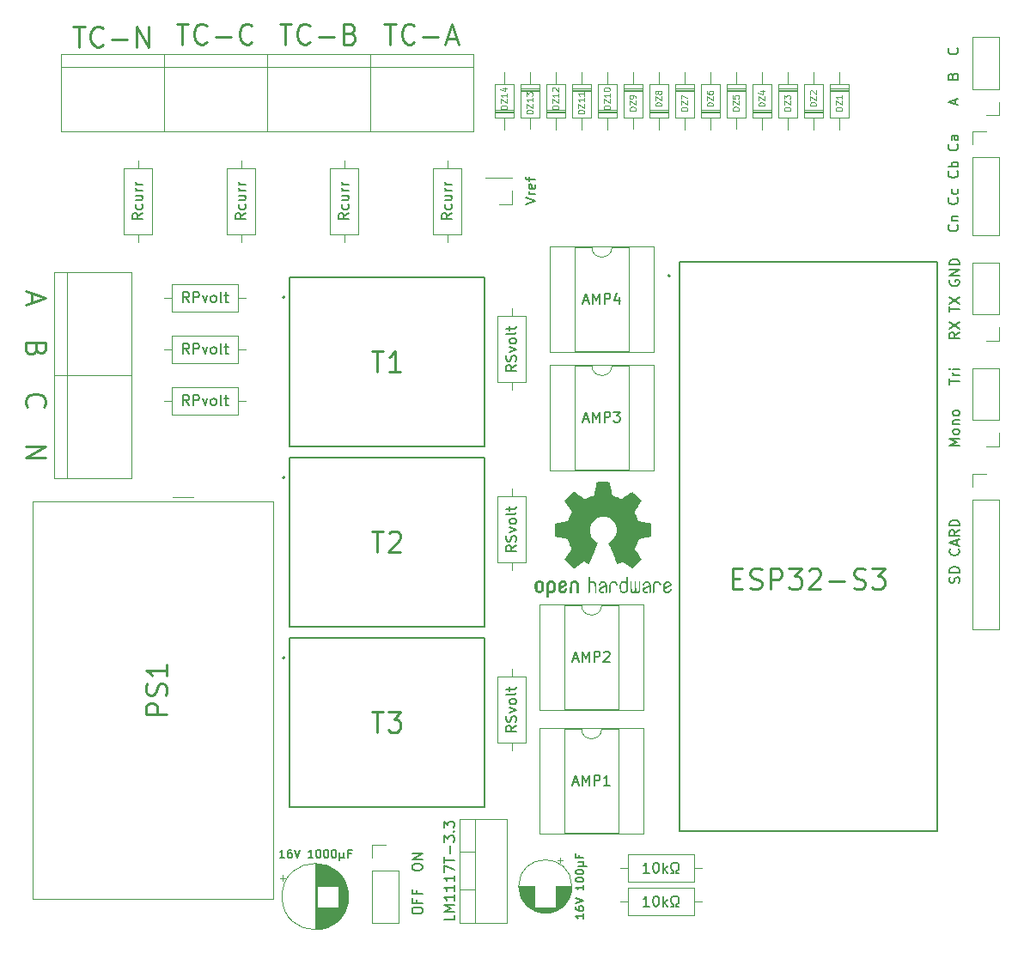
<source format=gbr>
%TF.GenerationSoftware,KiCad,Pcbnew,7.0.10*%
%TF.CreationDate,2024-05-12T01:16:20-03:00*%
%TF.ProjectId,board,626f6172-642e-46b6-9963-61645f706362,1.0*%
%TF.SameCoordinates,Original*%
%TF.FileFunction,Legend,Top*%
%TF.FilePolarity,Positive*%
%FSLAX46Y46*%
G04 Gerber Fmt 4.6, Leading zero omitted, Abs format (unit mm)*
G04 Created by KiCad (PCBNEW 7.0.10) date 2024-05-12 01:16:20*
%MOMM*%
%LPD*%
G01*
G04 APERTURE LIST*
%ADD10C,0.150000*%
%ADD11C,0.091200*%
%ADD12C,0.250000*%
%ADD13C,0.200000*%
%ADD14C,0.120000*%
%ADD15C,0.127000*%
G04 APERTURE END LIST*
D10*
X149852286Y-78959904D02*
X150328476Y-78959904D01*
X149757048Y-79245619D02*
X150090381Y-78245619D01*
X150090381Y-78245619D02*
X150423714Y-79245619D01*
X150757048Y-79245619D02*
X150757048Y-78245619D01*
X150757048Y-78245619D02*
X151090381Y-78959904D01*
X151090381Y-78959904D02*
X151423714Y-78245619D01*
X151423714Y-78245619D02*
X151423714Y-79245619D01*
X151899905Y-79245619D02*
X151899905Y-78245619D01*
X151899905Y-78245619D02*
X152280857Y-78245619D01*
X152280857Y-78245619D02*
X152376095Y-78293238D01*
X152376095Y-78293238D02*
X152423714Y-78340857D01*
X152423714Y-78340857D02*
X152471333Y-78436095D01*
X152471333Y-78436095D02*
X152471333Y-78578952D01*
X152471333Y-78578952D02*
X152423714Y-78674190D01*
X152423714Y-78674190D02*
X152376095Y-78721809D01*
X152376095Y-78721809D02*
X152280857Y-78769428D01*
X152280857Y-78769428D02*
X151899905Y-78769428D01*
X152804667Y-78245619D02*
X153423714Y-78245619D01*
X153423714Y-78245619D02*
X153090381Y-78626571D01*
X153090381Y-78626571D02*
X153233238Y-78626571D01*
X153233238Y-78626571D02*
X153328476Y-78674190D01*
X153328476Y-78674190D02*
X153376095Y-78721809D01*
X153376095Y-78721809D02*
X153423714Y-78817047D01*
X153423714Y-78817047D02*
X153423714Y-79055142D01*
X153423714Y-79055142D02*
X153376095Y-79150380D01*
X153376095Y-79150380D02*
X153328476Y-79198000D01*
X153328476Y-79198000D02*
X153233238Y-79245619D01*
X153233238Y-79245619D02*
X152947524Y-79245619D01*
X152947524Y-79245619D02*
X152852286Y-79198000D01*
X152852286Y-79198000D02*
X152804667Y-79150380D01*
D11*
X142262529Y-48348610D02*
X141654529Y-48348610D01*
X141654529Y-48348610D02*
X141654529Y-48203848D01*
X141654529Y-48203848D02*
X141683481Y-48116991D01*
X141683481Y-48116991D02*
X141741386Y-48059086D01*
X141741386Y-48059086D02*
X141799291Y-48030133D01*
X141799291Y-48030133D02*
X141915100Y-48001181D01*
X141915100Y-48001181D02*
X142001957Y-48001181D01*
X142001957Y-48001181D02*
X142117767Y-48030133D01*
X142117767Y-48030133D02*
X142175672Y-48059086D01*
X142175672Y-48059086D02*
X142233577Y-48116991D01*
X142233577Y-48116991D02*
X142262529Y-48203848D01*
X142262529Y-48203848D02*
X142262529Y-48348610D01*
X141654529Y-47798514D02*
X141654529Y-47393181D01*
X141654529Y-47393181D02*
X142262529Y-47798514D01*
X142262529Y-47798514D02*
X142262529Y-47393181D01*
X142262529Y-46843085D02*
X142262529Y-47190514D01*
X142262529Y-47016800D02*
X141654529Y-47016800D01*
X141654529Y-47016800D02*
X141741386Y-47074704D01*
X141741386Y-47074704D02*
X141799291Y-47132609D01*
X141799291Y-47132609D02*
X141828243Y-47190514D01*
X141857196Y-46321942D02*
X142262529Y-46321942D01*
X141625577Y-46466704D02*
X142059862Y-46611466D01*
X142059862Y-46611466D02*
X142059862Y-46235085D01*
D10*
X136852819Y-58645276D02*
X136376628Y-58978609D01*
X136852819Y-59216704D02*
X135852819Y-59216704D01*
X135852819Y-59216704D02*
X135852819Y-58835752D01*
X135852819Y-58835752D02*
X135900438Y-58740514D01*
X135900438Y-58740514D02*
X135948057Y-58692895D01*
X135948057Y-58692895D02*
X136043295Y-58645276D01*
X136043295Y-58645276D02*
X136186152Y-58645276D01*
X136186152Y-58645276D02*
X136281390Y-58692895D01*
X136281390Y-58692895D02*
X136329009Y-58740514D01*
X136329009Y-58740514D02*
X136376628Y-58835752D01*
X136376628Y-58835752D02*
X136376628Y-59216704D01*
X136805200Y-57788133D02*
X136852819Y-57883371D01*
X136852819Y-57883371D02*
X136852819Y-58073847D01*
X136852819Y-58073847D02*
X136805200Y-58169085D01*
X136805200Y-58169085D02*
X136757580Y-58216704D01*
X136757580Y-58216704D02*
X136662342Y-58264323D01*
X136662342Y-58264323D02*
X136376628Y-58264323D01*
X136376628Y-58264323D02*
X136281390Y-58216704D01*
X136281390Y-58216704D02*
X136233771Y-58169085D01*
X136233771Y-58169085D02*
X136186152Y-58073847D01*
X136186152Y-58073847D02*
X136186152Y-57883371D01*
X136186152Y-57883371D02*
X136233771Y-57788133D01*
X136186152Y-56930990D02*
X136852819Y-56930990D01*
X136186152Y-57359561D02*
X136709961Y-57359561D01*
X136709961Y-57359561D02*
X136805200Y-57311942D01*
X136805200Y-57311942D02*
X136852819Y-57216704D01*
X136852819Y-57216704D02*
X136852819Y-57073847D01*
X136852819Y-57073847D02*
X136805200Y-56978609D01*
X136805200Y-56978609D02*
X136757580Y-56930990D01*
X136852819Y-56454799D02*
X136186152Y-56454799D01*
X136376628Y-56454799D02*
X136281390Y-56407180D01*
X136281390Y-56407180D02*
X136233771Y-56359561D01*
X136233771Y-56359561D02*
X136186152Y-56264323D01*
X136186152Y-56264323D02*
X136186152Y-56169085D01*
X136852819Y-55835751D02*
X136186152Y-55835751D01*
X136376628Y-55835751D02*
X136281390Y-55788132D01*
X136281390Y-55788132D02*
X136233771Y-55740513D01*
X136233771Y-55740513D02*
X136186152Y-55645275D01*
X136186152Y-55645275D02*
X136186152Y-55550037D01*
D11*
X172742529Y-48059086D02*
X172134529Y-48059086D01*
X172134529Y-48059086D02*
X172134529Y-47914324D01*
X172134529Y-47914324D02*
X172163481Y-47827467D01*
X172163481Y-47827467D02*
X172221386Y-47769562D01*
X172221386Y-47769562D02*
X172279291Y-47740609D01*
X172279291Y-47740609D02*
X172395100Y-47711657D01*
X172395100Y-47711657D02*
X172481957Y-47711657D01*
X172481957Y-47711657D02*
X172597767Y-47740609D01*
X172597767Y-47740609D02*
X172655672Y-47769562D01*
X172655672Y-47769562D02*
X172713577Y-47827467D01*
X172713577Y-47827467D02*
X172742529Y-47914324D01*
X172742529Y-47914324D02*
X172742529Y-48059086D01*
X172134529Y-47508990D02*
X172134529Y-47103657D01*
X172134529Y-47103657D02*
X172742529Y-47508990D01*
X172742529Y-47508990D02*
X172742529Y-47103657D01*
X172192434Y-46900990D02*
X172163481Y-46872038D01*
X172163481Y-46872038D02*
X172134529Y-46814133D01*
X172134529Y-46814133D02*
X172134529Y-46669371D01*
X172134529Y-46669371D02*
X172163481Y-46611466D01*
X172163481Y-46611466D02*
X172192434Y-46582514D01*
X172192434Y-46582514D02*
X172250338Y-46553561D01*
X172250338Y-46553561D02*
X172308243Y-46553561D01*
X172308243Y-46553561D02*
X172395100Y-46582514D01*
X172395100Y-46582514D02*
X172742529Y-46929942D01*
X172742529Y-46929942D02*
X172742529Y-46553561D01*
D10*
X186890819Y-81536704D02*
X185890819Y-81536704D01*
X185890819Y-81536704D02*
X186605104Y-81203371D01*
X186605104Y-81203371D02*
X185890819Y-80870038D01*
X185890819Y-80870038D02*
X186890819Y-80870038D01*
X186890819Y-80250990D02*
X186843200Y-80346228D01*
X186843200Y-80346228D02*
X186795580Y-80393847D01*
X186795580Y-80393847D02*
X186700342Y-80441466D01*
X186700342Y-80441466D02*
X186414628Y-80441466D01*
X186414628Y-80441466D02*
X186319390Y-80393847D01*
X186319390Y-80393847D02*
X186271771Y-80346228D01*
X186271771Y-80346228D02*
X186224152Y-80250990D01*
X186224152Y-80250990D02*
X186224152Y-80108133D01*
X186224152Y-80108133D02*
X186271771Y-80012895D01*
X186271771Y-80012895D02*
X186319390Y-79965276D01*
X186319390Y-79965276D02*
X186414628Y-79917657D01*
X186414628Y-79917657D02*
X186700342Y-79917657D01*
X186700342Y-79917657D02*
X186795580Y-79965276D01*
X186795580Y-79965276D02*
X186843200Y-80012895D01*
X186843200Y-80012895D02*
X186890819Y-80108133D01*
X186890819Y-80108133D02*
X186890819Y-80250990D01*
X186224152Y-79489085D02*
X186890819Y-79489085D01*
X186319390Y-79489085D02*
X186271771Y-79441466D01*
X186271771Y-79441466D02*
X186224152Y-79346228D01*
X186224152Y-79346228D02*
X186224152Y-79203371D01*
X186224152Y-79203371D02*
X186271771Y-79108133D01*
X186271771Y-79108133D02*
X186367009Y-79060514D01*
X186367009Y-79060514D02*
X186890819Y-79060514D01*
X186890819Y-78441466D02*
X186843200Y-78536704D01*
X186843200Y-78536704D02*
X186795580Y-78584323D01*
X186795580Y-78584323D02*
X186700342Y-78631942D01*
X186700342Y-78631942D02*
X186414628Y-78631942D01*
X186414628Y-78631942D02*
X186319390Y-78584323D01*
X186319390Y-78584323D02*
X186271771Y-78536704D01*
X186271771Y-78536704D02*
X186224152Y-78441466D01*
X186224152Y-78441466D02*
X186224152Y-78298609D01*
X186224152Y-78298609D02*
X186271771Y-78203371D01*
X186271771Y-78203371D02*
X186319390Y-78155752D01*
X186319390Y-78155752D02*
X186414628Y-78108133D01*
X186414628Y-78108133D02*
X186700342Y-78108133D01*
X186700342Y-78108133D02*
X186795580Y-78155752D01*
X186795580Y-78155752D02*
X186843200Y-78203371D01*
X186843200Y-78203371D02*
X186890819Y-78298609D01*
X186890819Y-78298609D02*
X186890819Y-78441466D01*
X185890819Y-75536703D02*
X185890819Y-74965275D01*
X186890819Y-75250989D02*
X185890819Y-75250989D01*
X186890819Y-74631941D02*
X186224152Y-74631941D01*
X186414628Y-74631941D02*
X186319390Y-74584322D01*
X186319390Y-74584322D02*
X186271771Y-74536703D01*
X186271771Y-74536703D02*
X186224152Y-74441465D01*
X186224152Y-74441465D02*
X186224152Y-74346227D01*
X186890819Y-74012893D02*
X186224152Y-74012893D01*
X185890819Y-74012893D02*
X185938438Y-74060512D01*
X185938438Y-74060512D02*
X185986057Y-74012893D01*
X185986057Y-74012893D02*
X185938438Y-73965274D01*
X185938438Y-73965274D02*
X185890819Y-74012893D01*
X185890819Y-74012893D02*
X185986057Y-74012893D01*
X143202819Y-91387419D02*
X142726628Y-91720752D01*
X143202819Y-91958847D02*
X142202819Y-91958847D01*
X142202819Y-91958847D02*
X142202819Y-91577895D01*
X142202819Y-91577895D02*
X142250438Y-91482657D01*
X142250438Y-91482657D02*
X142298057Y-91435038D01*
X142298057Y-91435038D02*
X142393295Y-91387419D01*
X142393295Y-91387419D02*
X142536152Y-91387419D01*
X142536152Y-91387419D02*
X142631390Y-91435038D01*
X142631390Y-91435038D02*
X142679009Y-91482657D01*
X142679009Y-91482657D02*
X142726628Y-91577895D01*
X142726628Y-91577895D02*
X142726628Y-91958847D01*
X143155200Y-91006466D02*
X143202819Y-90863609D01*
X143202819Y-90863609D02*
X143202819Y-90625514D01*
X143202819Y-90625514D02*
X143155200Y-90530276D01*
X143155200Y-90530276D02*
X143107580Y-90482657D01*
X143107580Y-90482657D02*
X143012342Y-90435038D01*
X143012342Y-90435038D02*
X142917104Y-90435038D01*
X142917104Y-90435038D02*
X142821866Y-90482657D01*
X142821866Y-90482657D02*
X142774247Y-90530276D01*
X142774247Y-90530276D02*
X142726628Y-90625514D01*
X142726628Y-90625514D02*
X142679009Y-90815990D01*
X142679009Y-90815990D02*
X142631390Y-90911228D01*
X142631390Y-90911228D02*
X142583771Y-90958847D01*
X142583771Y-90958847D02*
X142488533Y-91006466D01*
X142488533Y-91006466D02*
X142393295Y-91006466D01*
X142393295Y-91006466D02*
X142298057Y-90958847D01*
X142298057Y-90958847D02*
X142250438Y-90911228D01*
X142250438Y-90911228D02*
X142202819Y-90815990D01*
X142202819Y-90815990D02*
X142202819Y-90577895D01*
X142202819Y-90577895D02*
X142250438Y-90435038D01*
X142536152Y-90101704D02*
X143202819Y-89863609D01*
X143202819Y-89863609D02*
X142536152Y-89625514D01*
X143202819Y-89101704D02*
X143155200Y-89196942D01*
X143155200Y-89196942D02*
X143107580Y-89244561D01*
X143107580Y-89244561D02*
X143012342Y-89292180D01*
X143012342Y-89292180D02*
X142726628Y-89292180D01*
X142726628Y-89292180D02*
X142631390Y-89244561D01*
X142631390Y-89244561D02*
X142583771Y-89196942D01*
X142583771Y-89196942D02*
X142536152Y-89101704D01*
X142536152Y-89101704D02*
X142536152Y-88958847D01*
X142536152Y-88958847D02*
X142583771Y-88863609D01*
X142583771Y-88863609D02*
X142631390Y-88815990D01*
X142631390Y-88815990D02*
X142726628Y-88768371D01*
X142726628Y-88768371D02*
X143012342Y-88768371D01*
X143012342Y-88768371D02*
X143107580Y-88815990D01*
X143107580Y-88815990D02*
X143155200Y-88863609D01*
X143155200Y-88863609D02*
X143202819Y-88958847D01*
X143202819Y-88958847D02*
X143202819Y-89101704D01*
X143202819Y-88196942D02*
X143155200Y-88292180D01*
X143155200Y-88292180D02*
X143059961Y-88339799D01*
X143059961Y-88339799D02*
X142202819Y-88339799D01*
X142536152Y-87958846D02*
X142536152Y-87577894D01*
X142202819Y-87815989D02*
X143059961Y-87815989D01*
X143059961Y-87815989D02*
X143155200Y-87768370D01*
X143155200Y-87768370D02*
X143202819Y-87673132D01*
X143202819Y-87673132D02*
X143202819Y-87577894D01*
D12*
X108735238Y-108088371D02*
X106735238Y-108088371D01*
X106735238Y-108088371D02*
X106735238Y-107326466D01*
X106735238Y-107326466D02*
X106830476Y-107135990D01*
X106830476Y-107135990D02*
X106925714Y-107040752D01*
X106925714Y-107040752D02*
X107116190Y-106945514D01*
X107116190Y-106945514D02*
X107401904Y-106945514D01*
X107401904Y-106945514D02*
X107592380Y-107040752D01*
X107592380Y-107040752D02*
X107687619Y-107135990D01*
X107687619Y-107135990D02*
X107782857Y-107326466D01*
X107782857Y-107326466D02*
X107782857Y-108088371D01*
X108640000Y-106183609D02*
X108735238Y-105897895D01*
X108735238Y-105897895D02*
X108735238Y-105421704D01*
X108735238Y-105421704D02*
X108640000Y-105231228D01*
X108640000Y-105231228D02*
X108544761Y-105135990D01*
X108544761Y-105135990D02*
X108354285Y-105040752D01*
X108354285Y-105040752D02*
X108163809Y-105040752D01*
X108163809Y-105040752D02*
X107973333Y-105135990D01*
X107973333Y-105135990D02*
X107878095Y-105231228D01*
X107878095Y-105231228D02*
X107782857Y-105421704D01*
X107782857Y-105421704D02*
X107687619Y-105802657D01*
X107687619Y-105802657D02*
X107592380Y-105993133D01*
X107592380Y-105993133D02*
X107497142Y-106088371D01*
X107497142Y-106088371D02*
X107306666Y-106183609D01*
X107306666Y-106183609D02*
X107116190Y-106183609D01*
X107116190Y-106183609D02*
X106925714Y-106088371D01*
X106925714Y-106088371D02*
X106830476Y-105993133D01*
X106830476Y-105993133D02*
X106735238Y-105802657D01*
X106735238Y-105802657D02*
X106735238Y-105326466D01*
X106735238Y-105326466D02*
X106830476Y-105040752D01*
X108735238Y-103135990D02*
X108735238Y-104278847D01*
X108735238Y-103707419D02*
X106735238Y-103707419D01*
X106735238Y-103707419D02*
X107020952Y-103897895D01*
X107020952Y-103897895D02*
X107211428Y-104088371D01*
X107211428Y-104088371D02*
X107306666Y-104278847D01*
X164529428Y-94655419D02*
X165196095Y-94655419D01*
X165481809Y-95703038D02*
X164529428Y-95703038D01*
X164529428Y-95703038D02*
X164529428Y-93703038D01*
X164529428Y-93703038D02*
X165481809Y-93703038D01*
X166243714Y-95607800D02*
X166529428Y-95703038D01*
X166529428Y-95703038D02*
X167005619Y-95703038D01*
X167005619Y-95703038D02*
X167196095Y-95607800D01*
X167196095Y-95607800D02*
X167291333Y-95512561D01*
X167291333Y-95512561D02*
X167386571Y-95322085D01*
X167386571Y-95322085D02*
X167386571Y-95131609D01*
X167386571Y-95131609D02*
X167291333Y-94941133D01*
X167291333Y-94941133D02*
X167196095Y-94845895D01*
X167196095Y-94845895D02*
X167005619Y-94750657D01*
X167005619Y-94750657D02*
X166624666Y-94655419D01*
X166624666Y-94655419D02*
X166434190Y-94560180D01*
X166434190Y-94560180D02*
X166338952Y-94464942D01*
X166338952Y-94464942D02*
X166243714Y-94274466D01*
X166243714Y-94274466D02*
X166243714Y-94083990D01*
X166243714Y-94083990D02*
X166338952Y-93893514D01*
X166338952Y-93893514D02*
X166434190Y-93798276D01*
X166434190Y-93798276D02*
X166624666Y-93703038D01*
X166624666Y-93703038D02*
X167100857Y-93703038D01*
X167100857Y-93703038D02*
X167386571Y-93798276D01*
X168243714Y-95703038D02*
X168243714Y-93703038D01*
X168243714Y-93703038D02*
X169005619Y-93703038D01*
X169005619Y-93703038D02*
X169196095Y-93798276D01*
X169196095Y-93798276D02*
X169291333Y-93893514D01*
X169291333Y-93893514D02*
X169386571Y-94083990D01*
X169386571Y-94083990D02*
X169386571Y-94369704D01*
X169386571Y-94369704D02*
X169291333Y-94560180D01*
X169291333Y-94560180D02*
X169196095Y-94655419D01*
X169196095Y-94655419D02*
X169005619Y-94750657D01*
X169005619Y-94750657D02*
X168243714Y-94750657D01*
X170053238Y-93703038D02*
X171291333Y-93703038D01*
X171291333Y-93703038D02*
X170624666Y-94464942D01*
X170624666Y-94464942D02*
X170910381Y-94464942D01*
X170910381Y-94464942D02*
X171100857Y-94560180D01*
X171100857Y-94560180D02*
X171196095Y-94655419D01*
X171196095Y-94655419D02*
X171291333Y-94845895D01*
X171291333Y-94845895D02*
X171291333Y-95322085D01*
X171291333Y-95322085D02*
X171196095Y-95512561D01*
X171196095Y-95512561D02*
X171100857Y-95607800D01*
X171100857Y-95607800D02*
X170910381Y-95703038D01*
X170910381Y-95703038D02*
X170338952Y-95703038D01*
X170338952Y-95703038D02*
X170148476Y-95607800D01*
X170148476Y-95607800D02*
X170053238Y-95512561D01*
X172053238Y-93893514D02*
X172148476Y-93798276D01*
X172148476Y-93798276D02*
X172338952Y-93703038D01*
X172338952Y-93703038D02*
X172815143Y-93703038D01*
X172815143Y-93703038D02*
X173005619Y-93798276D01*
X173005619Y-93798276D02*
X173100857Y-93893514D01*
X173100857Y-93893514D02*
X173196095Y-94083990D01*
X173196095Y-94083990D02*
X173196095Y-94274466D01*
X173196095Y-94274466D02*
X173100857Y-94560180D01*
X173100857Y-94560180D02*
X171958000Y-95703038D01*
X171958000Y-95703038D02*
X173196095Y-95703038D01*
X174053238Y-94941133D02*
X175577048Y-94941133D01*
X176434190Y-95607800D02*
X176719904Y-95703038D01*
X176719904Y-95703038D02*
X177196095Y-95703038D01*
X177196095Y-95703038D02*
X177386571Y-95607800D01*
X177386571Y-95607800D02*
X177481809Y-95512561D01*
X177481809Y-95512561D02*
X177577047Y-95322085D01*
X177577047Y-95322085D02*
X177577047Y-95131609D01*
X177577047Y-95131609D02*
X177481809Y-94941133D01*
X177481809Y-94941133D02*
X177386571Y-94845895D01*
X177386571Y-94845895D02*
X177196095Y-94750657D01*
X177196095Y-94750657D02*
X176815142Y-94655419D01*
X176815142Y-94655419D02*
X176624666Y-94560180D01*
X176624666Y-94560180D02*
X176529428Y-94464942D01*
X176529428Y-94464942D02*
X176434190Y-94274466D01*
X176434190Y-94274466D02*
X176434190Y-94083990D01*
X176434190Y-94083990D02*
X176529428Y-93893514D01*
X176529428Y-93893514D02*
X176624666Y-93798276D01*
X176624666Y-93798276D02*
X176815142Y-93703038D01*
X176815142Y-93703038D02*
X177291333Y-93703038D01*
X177291333Y-93703038D02*
X177577047Y-93798276D01*
X178243714Y-93703038D02*
X179481809Y-93703038D01*
X179481809Y-93703038D02*
X178815142Y-94464942D01*
X178815142Y-94464942D02*
X179100857Y-94464942D01*
X179100857Y-94464942D02*
X179291333Y-94560180D01*
X179291333Y-94560180D02*
X179386571Y-94655419D01*
X179386571Y-94655419D02*
X179481809Y-94845895D01*
X179481809Y-94845895D02*
X179481809Y-95322085D01*
X179481809Y-95322085D02*
X179386571Y-95512561D01*
X179386571Y-95512561D02*
X179291333Y-95607800D01*
X179291333Y-95607800D02*
X179100857Y-95703038D01*
X179100857Y-95703038D02*
X178529428Y-95703038D01*
X178529428Y-95703038D02*
X178338952Y-95607800D01*
X178338952Y-95607800D02*
X178243714Y-95512561D01*
D11*
X144802529Y-48799610D02*
X144194529Y-48799610D01*
X144194529Y-48799610D02*
X144194529Y-48654848D01*
X144194529Y-48654848D02*
X144223481Y-48567991D01*
X144223481Y-48567991D02*
X144281386Y-48510086D01*
X144281386Y-48510086D02*
X144339291Y-48481133D01*
X144339291Y-48481133D02*
X144455100Y-48452181D01*
X144455100Y-48452181D02*
X144541957Y-48452181D01*
X144541957Y-48452181D02*
X144657767Y-48481133D01*
X144657767Y-48481133D02*
X144715672Y-48510086D01*
X144715672Y-48510086D02*
X144773577Y-48567991D01*
X144773577Y-48567991D02*
X144802529Y-48654848D01*
X144802529Y-48654848D02*
X144802529Y-48799610D01*
X144194529Y-48249514D02*
X144194529Y-47844181D01*
X144194529Y-47844181D02*
X144802529Y-48249514D01*
X144802529Y-48249514D02*
X144802529Y-47844181D01*
X144802529Y-47294085D02*
X144802529Y-47641514D01*
X144802529Y-47467800D02*
X144194529Y-47467800D01*
X144194529Y-47467800D02*
X144281386Y-47525704D01*
X144281386Y-47525704D02*
X144339291Y-47583609D01*
X144339291Y-47583609D02*
X144368243Y-47641514D01*
X144194529Y-47091418D02*
X144194529Y-46715037D01*
X144194529Y-46715037D02*
X144426148Y-46917704D01*
X144426148Y-46917704D02*
X144426148Y-46830847D01*
X144426148Y-46830847D02*
X144455100Y-46772942D01*
X144455100Y-46772942D02*
X144484053Y-46743990D01*
X144484053Y-46743990D02*
X144541957Y-46715037D01*
X144541957Y-46715037D02*
X144686719Y-46715037D01*
X144686719Y-46715037D02*
X144744624Y-46743990D01*
X144744624Y-46743990D02*
X144773577Y-46772942D01*
X144773577Y-46772942D02*
X144802529Y-46830847D01*
X144802529Y-46830847D02*
X144802529Y-47004561D01*
X144802529Y-47004561D02*
X144773577Y-47062466D01*
X144773577Y-47062466D02*
X144744624Y-47091418D01*
D10*
X149852286Y-67285904D02*
X150328476Y-67285904D01*
X149757048Y-67571619D02*
X150090381Y-66571619D01*
X150090381Y-66571619D02*
X150423714Y-67571619D01*
X150757048Y-67571619D02*
X150757048Y-66571619D01*
X150757048Y-66571619D02*
X151090381Y-67285904D01*
X151090381Y-67285904D02*
X151423714Y-66571619D01*
X151423714Y-66571619D02*
X151423714Y-67571619D01*
X151899905Y-67571619D02*
X151899905Y-66571619D01*
X151899905Y-66571619D02*
X152280857Y-66571619D01*
X152280857Y-66571619D02*
X152376095Y-66619238D01*
X152376095Y-66619238D02*
X152423714Y-66666857D01*
X152423714Y-66666857D02*
X152471333Y-66762095D01*
X152471333Y-66762095D02*
X152471333Y-66904952D01*
X152471333Y-66904952D02*
X152423714Y-67000190D01*
X152423714Y-67000190D02*
X152376095Y-67047809D01*
X152376095Y-67047809D02*
X152280857Y-67095428D01*
X152280857Y-67095428D02*
X151899905Y-67095428D01*
X153328476Y-66904952D02*
X153328476Y-67571619D01*
X153090381Y-66524000D02*
X152852286Y-67238285D01*
X152852286Y-67238285D02*
X153471333Y-67238285D01*
D11*
X162582529Y-48064086D02*
X161974529Y-48064086D01*
X161974529Y-48064086D02*
X161974529Y-47919324D01*
X161974529Y-47919324D02*
X162003481Y-47832467D01*
X162003481Y-47832467D02*
X162061386Y-47774562D01*
X162061386Y-47774562D02*
X162119291Y-47745609D01*
X162119291Y-47745609D02*
X162235100Y-47716657D01*
X162235100Y-47716657D02*
X162321957Y-47716657D01*
X162321957Y-47716657D02*
X162437767Y-47745609D01*
X162437767Y-47745609D02*
X162495672Y-47774562D01*
X162495672Y-47774562D02*
X162553577Y-47832467D01*
X162553577Y-47832467D02*
X162582529Y-47919324D01*
X162582529Y-47919324D02*
X162582529Y-48064086D01*
X161974529Y-47513990D02*
X161974529Y-47108657D01*
X161974529Y-47108657D02*
X162582529Y-47513990D01*
X162582529Y-47513990D02*
X162582529Y-47108657D01*
X161974529Y-46616466D02*
X161974529Y-46732276D01*
X161974529Y-46732276D02*
X162003481Y-46790180D01*
X162003481Y-46790180D02*
X162032434Y-46819133D01*
X162032434Y-46819133D02*
X162119291Y-46877038D01*
X162119291Y-46877038D02*
X162235100Y-46905990D01*
X162235100Y-46905990D02*
X162466719Y-46905990D01*
X162466719Y-46905990D02*
X162524624Y-46877038D01*
X162524624Y-46877038D02*
X162553577Y-46848085D01*
X162553577Y-46848085D02*
X162582529Y-46790180D01*
X162582529Y-46790180D02*
X162582529Y-46674371D01*
X162582529Y-46674371D02*
X162553577Y-46616466D01*
X162553577Y-46616466D02*
X162524624Y-46587514D01*
X162524624Y-46587514D02*
X162466719Y-46558561D01*
X162466719Y-46558561D02*
X162321957Y-46558561D01*
X162321957Y-46558561D02*
X162264053Y-46587514D01*
X162264053Y-46587514D02*
X162235100Y-46616466D01*
X162235100Y-46616466D02*
X162206148Y-46674371D01*
X162206148Y-46674371D02*
X162206148Y-46790180D01*
X162206148Y-46790180D02*
X162235100Y-46848085D01*
X162235100Y-46848085D02*
X162264053Y-46877038D01*
X162264053Y-46877038D02*
X162321957Y-46905990D01*
X165122529Y-48510086D02*
X164514529Y-48510086D01*
X164514529Y-48510086D02*
X164514529Y-48365324D01*
X164514529Y-48365324D02*
X164543481Y-48278467D01*
X164543481Y-48278467D02*
X164601386Y-48220562D01*
X164601386Y-48220562D02*
X164659291Y-48191609D01*
X164659291Y-48191609D02*
X164775100Y-48162657D01*
X164775100Y-48162657D02*
X164861957Y-48162657D01*
X164861957Y-48162657D02*
X164977767Y-48191609D01*
X164977767Y-48191609D02*
X165035672Y-48220562D01*
X165035672Y-48220562D02*
X165093577Y-48278467D01*
X165093577Y-48278467D02*
X165122529Y-48365324D01*
X165122529Y-48365324D02*
X165122529Y-48510086D01*
X164514529Y-47959990D02*
X164514529Y-47554657D01*
X164514529Y-47554657D02*
X165122529Y-47959990D01*
X165122529Y-47959990D02*
X165122529Y-47554657D01*
X164514529Y-47033514D02*
X164514529Y-47323038D01*
X164514529Y-47323038D02*
X164804053Y-47351990D01*
X164804053Y-47351990D02*
X164775100Y-47323038D01*
X164775100Y-47323038D02*
X164746148Y-47265133D01*
X164746148Y-47265133D02*
X164746148Y-47120371D01*
X164746148Y-47120371D02*
X164775100Y-47062466D01*
X164775100Y-47062466D02*
X164804053Y-47033514D01*
X164804053Y-47033514D02*
X164861957Y-47004561D01*
X164861957Y-47004561D02*
X165006719Y-47004561D01*
X165006719Y-47004561D02*
X165064624Y-47033514D01*
X165064624Y-47033514D02*
X165093577Y-47062466D01*
X165093577Y-47062466D02*
X165122529Y-47120371D01*
X165122529Y-47120371D02*
X165122529Y-47265133D01*
X165122529Y-47265133D02*
X165093577Y-47323038D01*
X165093577Y-47323038D02*
X165064624Y-47351990D01*
D12*
X99520857Y-40238038D02*
X100663714Y-40238038D01*
X100092285Y-42238038D02*
X100092285Y-40238038D01*
X102473238Y-42047561D02*
X102378000Y-42142800D01*
X102378000Y-42142800D02*
X102092286Y-42238038D01*
X102092286Y-42238038D02*
X101901810Y-42238038D01*
X101901810Y-42238038D02*
X101616095Y-42142800D01*
X101616095Y-42142800D02*
X101425619Y-41952323D01*
X101425619Y-41952323D02*
X101330381Y-41761847D01*
X101330381Y-41761847D02*
X101235143Y-41380895D01*
X101235143Y-41380895D02*
X101235143Y-41095180D01*
X101235143Y-41095180D02*
X101330381Y-40714228D01*
X101330381Y-40714228D02*
X101425619Y-40523752D01*
X101425619Y-40523752D02*
X101616095Y-40333276D01*
X101616095Y-40333276D02*
X101901810Y-40238038D01*
X101901810Y-40238038D02*
X102092286Y-40238038D01*
X102092286Y-40238038D02*
X102378000Y-40333276D01*
X102378000Y-40333276D02*
X102473238Y-40428514D01*
X103330381Y-41476133D02*
X104854191Y-41476133D01*
X105806571Y-42238038D02*
X105806571Y-40238038D01*
X105806571Y-40238038D02*
X106949428Y-42238038D01*
X106949428Y-42238038D02*
X106949428Y-40238038D01*
D10*
X186890819Y-70396324D02*
X186414628Y-70729657D01*
X186890819Y-70967752D02*
X185890819Y-70967752D01*
X185890819Y-70967752D02*
X185890819Y-70586800D01*
X185890819Y-70586800D02*
X185938438Y-70491562D01*
X185938438Y-70491562D02*
X185986057Y-70443943D01*
X185986057Y-70443943D02*
X186081295Y-70396324D01*
X186081295Y-70396324D02*
X186224152Y-70396324D01*
X186224152Y-70396324D02*
X186319390Y-70443943D01*
X186319390Y-70443943D02*
X186367009Y-70491562D01*
X186367009Y-70491562D02*
X186414628Y-70586800D01*
X186414628Y-70586800D02*
X186414628Y-70967752D01*
X185890819Y-70062990D02*
X186890819Y-69396324D01*
X185890819Y-69396324D02*
X186890819Y-70062990D01*
X185890819Y-68396323D02*
X185890819Y-67824895D01*
X186890819Y-68110609D02*
X185890819Y-68110609D01*
X185890819Y-67586799D02*
X186890819Y-66920133D01*
X185890819Y-66920133D02*
X186890819Y-67586799D01*
X185938438Y-65253466D02*
X185890819Y-65348704D01*
X185890819Y-65348704D02*
X185890819Y-65491561D01*
X185890819Y-65491561D02*
X185938438Y-65634418D01*
X185938438Y-65634418D02*
X186033676Y-65729656D01*
X186033676Y-65729656D02*
X186128914Y-65777275D01*
X186128914Y-65777275D02*
X186319390Y-65824894D01*
X186319390Y-65824894D02*
X186462247Y-65824894D01*
X186462247Y-65824894D02*
X186652723Y-65777275D01*
X186652723Y-65777275D02*
X186747961Y-65729656D01*
X186747961Y-65729656D02*
X186843200Y-65634418D01*
X186843200Y-65634418D02*
X186890819Y-65491561D01*
X186890819Y-65491561D02*
X186890819Y-65396323D01*
X186890819Y-65396323D02*
X186843200Y-65253466D01*
X186843200Y-65253466D02*
X186795580Y-65205847D01*
X186795580Y-65205847D02*
X186462247Y-65205847D01*
X186462247Y-65205847D02*
X186462247Y-65396323D01*
X186890819Y-64777275D02*
X185890819Y-64777275D01*
X185890819Y-64777275D02*
X186890819Y-64205847D01*
X186890819Y-64205847D02*
X185890819Y-64205847D01*
X186890819Y-63729656D02*
X185890819Y-63729656D01*
X185890819Y-63729656D02*
X185890819Y-63491561D01*
X185890819Y-63491561D02*
X185938438Y-63348704D01*
X185938438Y-63348704D02*
X186033676Y-63253466D01*
X186033676Y-63253466D02*
X186128914Y-63205847D01*
X186128914Y-63205847D02*
X186319390Y-63158228D01*
X186319390Y-63158228D02*
X186462247Y-63158228D01*
X186462247Y-63158228D02*
X186652723Y-63205847D01*
X186652723Y-63205847D02*
X186747961Y-63253466D01*
X186747961Y-63253466D02*
X186843200Y-63348704D01*
X186843200Y-63348704D02*
X186890819Y-63491561D01*
X186890819Y-63491561D02*
X186890819Y-63729656D01*
X156313333Y-123695619D02*
X155741905Y-123695619D01*
X156027619Y-123695619D02*
X156027619Y-122695619D01*
X156027619Y-122695619D02*
X155932381Y-122838476D01*
X155932381Y-122838476D02*
X155837143Y-122933714D01*
X155837143Y-122933714D02*
X155741905Y-122981333D01*
X156932381Y-122695619D02*
X157027619Y-122695619D01*
X157027619Y-122695619D02*
X157122857Y-122743238D01*
X157122857Y-122743238D02*
X157170476Y-122790857D01*
X157170476Y-122790857D02*
X157218095Y-122886095D01*
X157218095Y-122886095D02*
X157265714Y-123076571D01*
X157265714Y-123076571D02*
X157265714Y-123314666D01*
X157265714Y-123314666D02*
X157218095Y-123505142D01*
X157218095Y-123505142D02*
X157170476Y-123600380D01*
X157170476Y-123600380D02*
X157122857Y-123648000D01*
X157122857Y-123648000D02*
X157027619Y-123695619D01*
X157027619Y-123695619D02*
X156932381Y-123695619D01*
X156932381Y-123695619D02*
X156837143Y-123648000D01*
X156837143Y-123648000D02*
X156789524Y-123600380D01*
X156789524Y-123600380D02*
X156741905Y-123505142D01*
X156741905Y-123505142D02*
X156694286Y-123314666D01*
X156694286Y-123314666D02*
X156694286Y-123076571D01*
X156694286Y-123076571D02*
X156741905Y-122886095D01*
X156741905Y-122886095D02*
X156789524Y-122790857D01*
X156789524Y-122790857D02*
X156837143Y-122743238D01*
X156837143Y-122743238D02*
X156932381Y-122695619D01*
X157694286Y-123695619D02*
X157694286Y-122695619D01*
X157789524Y-123314666D02*
X158075238Y-123695619D01*
X158075238Y-123028952D02*
X157694286Y-123409904D01*
X158456191Y-123695619D02*
X158694286Y-123695619D01*
X158694286Y-123695619D02*
X158694286Y-123505142D01*
X158694286Y-123505142D02*
X158599048Y-123457523D01*
X158599048Y-123457523D02*
X158503810Y-123362285D01*
X158503810Y-123362285D02*
X158456191Y-123219428D01*
X158456191Y-123219428D02*
X158456191Y-122981333D01*
X158456191Y-122981333D02*
X158503810Y-122838476D01*
X158503810Y-122838476D02*
X158599048Y-122743238D01*
X158599048Y-122743238D02*
X158741905Y-122695619D01*
X158741905Y-122695619D02*
X158932381Y-122695619D01*
X158932381Y-122695619D02*
X159075238Y-122743238D01*
X159075238Y-122743238D02*
X159170476Y-122838476D01*
X159170476Y-122838476D02*
X159218095Y-122981333D01*
X159218095Y-122981333D02*
X159218095Y-123219428D01*
X159218095Y-123219428D02*
X159170476Y-123362285D01*
X159170476Y-123362285D02*
X159075238Y-123457523D01*
X159075238Y-123457523D02*
X158980000Y-123505142D01*
X158980000Y-123505142D02*
X158980000Y-123695619D01*
X158980000Y-123695619D02*
X159218095Y-123695619D01*
D12*
X128952190Y-72242038D02*
X130095047Y-72242038D01*
X129523618Y-74242038D02*
X129523618Y-72242038D01*
X131809333Y-74242038D02*
X130666476Y-74242038D01*
X131237904Y-74242038D02*
X131237904Y-72242038D01*
X131237904Y-72242038D02*
X131047428Y-72527752D01*
X131047428Y-72527752D02*
X130856952Y-72718228D01*
X130856952Y-72718228D02*
X130666476Y-72813466D01*
D10*
X126692819Y-58645276D02*
X126216628Y-58978609D01*
X126692819Y-59216704D02*
X125692819Y-59216704D01*
X125692819Y-59216704D02*
X125692819Y-58835752D01*
X125692819Y-58835752D02*
X125740438Y-58740514D01*
X125740438Y-58740514D02*
X125788057Y-58692895D01*
X125788057Y-58692895D02*
X125883295Y-58645276D01*
X125883295Y-58645276D02*
X126026152Y-58645276D01*
X126026152Y-58645276D02*
X126121390Y-58692895D01*
X126121390Y-58692895D02*
X126169009Y-58740514D01*
X126169009Y-58740514D02*
X126216628Y-58835752D01*
X126216628Y-58835752D02*
X126216628Y-59216704D01*
X126645200Y-57788133D02*
X126692819Y-57883371D01*
X126692819Y-57883371D02*
X126692819Y-58073847D01*
X126692819Y-58073847D02*
X126645200Y-58169085D01*
X126645200Y-58169085D02*
X126597580Y-58216704D01*
X126597580Y-58216704D02*
X126502342Y-58264323D01*
X126502342Y-58264323D02*
X126216628Y-58264323D01*
X126216628Y-58264323D02*
X126121390Y-58216704D01*
X126121390Y-58216704D02*
X126073771Y-58169085D01*
X126073771Y-58169085D02*
X126026152Y-58073847D01*
X126026152Y-58073847D02*
X126026152Y-57883371D01*
X126026152Y-57883371D02*
X126073771Y-57788133D01*
X126026152Y-56930990D02*
X126692819Y-56930990D01*
X126026152Y-57359561D02*
X126549961Y-57359561D01*
X126549961Y-57359561D02*
X126645200Y-57311942D01*
X126645200Y-57311942D02*
X126692819Y-57216704D01*
X126692819Y-57216704D02*
X126692819Y-57073847D01*
X126692819Y-57073847D02*
X126645200Y-56978609D01*
X126645200Y-56978609D02*
X126597580Y-56930990D01*
X126692819Y-56454799D02*
X126026152Y-56454799D01*
X126216628Y-56454799D02*
X126121390Y-56407180D01*
X126121390Y-56407180D02*
X126073771Y-56359561D01*
X126073771Y-56359561D02*
X126026152Y-56264323D01*
X126026152Y-56264323D02*
X126026152Y-56169085D01*
X126692819Y-55835751D02*
X126026152Y-55835751D01*
X126216628Y-55835751D02*
X126121390Y-55788132D01*
X126121390Y-55788132D02*
X126073771Y-55740513D01*
X126073771Y-55740513D02*
X126026152Y-55645275D01*
X126026152Y-55645275D02*
X126026152Y-55550037D01*
D11*
X149882529Y-48804610D02*
X149274529Y-48804610D01*
X149274529Y-48804610D02*
X149274529Y-48659848D01*
X149274529Y-48659848D02*
X149303481Y-48572991D01*
X149303481Y-48572991D02*
X149361386Y-48515086D01*
X149361386Y-48515086D02*
X149419291Y-48486133D01*
X149419291Y-48486133D02*
X149535100Y-48457181D01*
X149535100Y-48457181D02*
X149621957Y-48457181D01*
X149621957Y-48457181D02*
X149737767Y-48486133D01*
X149737767Y-48486133D02*
X149795672Y-48515086D01*
X149795672Y-48515086D02*
X149853577Y-48572991D01*
X149853577Y-48572991D02*
X149882529Y-48659848D01*
X149882529Y-48659848D02*
X149882529Y-48804610D01*
X149274529Y-48254514D02*
X149274529Y-47849181D01*
X149274529Y-47849181D02*
X149882529Y-48254514D01*
X149882529Y-48254514D02*
X149882529Y-47849181D01*
X149882529Y-47299085D02*
X149882529Y-47646514D01*
X149882529Y-47472800D02*
X149274529Y-47472800D01*
X149274529Y-47472800D02*
X149361386Y-47530704D01*
X149361386Y-47530704D02*
X149419291Y-47588609D01*
X149419291Y-47588609D02*
X149448243Y-47646514D01*
X149882529Y-46720037D02*
X149882529Y-47067466D01*
X149882529Y-46893752D02*
X149274529Y-46893752D01*
X149274529Y-46893752D02*
X149361386Y-46951656D01*
X149361386Y-46951656D02*
X149419291Y-47009561D01*
X149419291Y-47009561D02*
X149448243Y-47067466D01*
D10*
X132931819Y-127511704D02*
X132931819Y-127321228D01*
X132931819Y-127321228D02*
X132979438Y-127225990D01*
X132979438Y-127225990D02*
X133074676Y-127130752D01*
X133074676Y-127130752D02*
X133265152Y-127083133D01*
X133265152Y-127083133D02*
X133598485Y-127083133D01*
X133598485Y-127083133D02*
X133788961Y-127130752D01*
X133788961Y-127130752D02*
X133884200Y-127225990D01*
X133884200Y-127225990D02*
X133931819Y-127321228D01*
X133931819Y-127321228D02*
X133931819Y-127511704D01*
X133931819Y-127511704D02*
X133884200Y-127606942D01*
X133884200Y-127606942D02*
X133788961Y-127702180D01*
X133788961Y-127702180D02*
X133598485Y-127749799D01*
X133598485Y-127749799D02*
X133265152Y-127749799D01*
X133265152Y-127749799D02*
X133074676Y-127702180D01*
X133074676Y-127702180D02*
X132979438Y-127606942D01*
X132979438Y-127606942D02*
X132931819Y-127511704D01*
X133408009Y-126321228D02*
X133408009Y-126654561D01*
X133931819Y-126654561D02*
X132931819Y-126654561D01*
X132931819Y-126654561D02*
X132931819Y-126178371D01*
X133408009Y-125464085D02*
X133408009Y-125797418D01*
X133931819Y-125797418D02*
X132931819Y-125797418D01*
X132931819Y-125797418D02*
X132931819Y-125321228D01*
X132931819Y-123225989D02*
X132931819Y-123035513D01*
X132931819Y-123035513D02*
X132979438Y-122940275D01*
X132979438Y-122940275D02*
X133074676Y-122845037D01*
X133074676Y-122845037D02*
X133265152Y-122797418D01*
X133265152Y-122797418D02*
X133598485Y-122797418D01*
X133598485Y-122797418D02*
X133788961Y-122845037D01*
X133788961Y-122845037D02*
X133884200Y-122940275D01*
X133884200Y-122940275D02*
X133931819Y-123035513D01*
X133931819Y-123035513D02*
X133931819Y-123225989D01*
X133931819Y-123225989D02*
X133884200Y-123321227D01*
X133884200Y-123321227D02*
X133788961Y-123416465D01*
X133788961Y-123416465D02*
X133598485Y-123464084D01*
X133598485Y-123464084D02*
X133265152Y-123464084D01*
X133265152Y-123464084D02*
X133074676Y-123416465D01*
X133074676Y-123416465D02*
X132979438Y-123321227D01*
X132979438Y-123321227D02*
X132931819Y-123225989D01*
X133931819Y-122368846D02*
X132931819Y-122368846D01*
X132931819Y-122368846D02*
X133931819Y-121797418D01*
X133931819Y-121797418D02*
X132931819Y-121797418D01*
D12*
X128952190Y-107802038D02*
X130095047Y-107802038D01*
X129523618Y-109802038D02*
X129523618Y-107802038D01*
X130571238Y-107802038D02*
X131809333Y-107802038D01*
X131809333Y-107802038D02*
X131142666Y-108563942D01*
X131142666Y-108563942D02*
X131428381Y-108563942D01*
X131428381Y-108563942D02*
X131618857Y-108659180D01*
X131618857Y-108659180D02*
X131714095Y-108754419D01*
X131714095Y-108754419D02*
X131809333Y-108944895D01*
X131809333Y-108944895D02*
X131809333Y-109421085D01*
X131809333Y-109421085D02*
X131714095Y-109611561D01*
X131714095Y-109611561D02*
X131618857Y-109706800D01*
X131618857Y-109706800D02*
X131428381Y-109802038D01*
X131428381Y-109802038D02*
X130856952Y-109802038D01*
X130856952Y-109802038D02*
X130666476Y-109706800D01*
X130666476Y-109706800D02*
X130571238Y-109611561D01*
D10*
X143202819Y-73607419D02*
X142726628Y-73940752D01*
X143202819Y-74178847D02*
X142202819Y-74178847D01*
X142202819Y-74178847D02*
X142202819Y-73797895D01*
X142202819Y-73797895D02*
X142250438Y-73702657D01*
X142250438Y-73702657D02*
X142298057Y-73655038D01*
X142298057Y-73655038D02*
X142393295Y-73607419D01*
X142393295Y-73607419D02*
X142536152Y-73607419D01*
X142536152Y-73607419D02*
X142631390Y-73655038D01*
X142631390Y-73655038D02*
X142679009Y-73702657D01*
X142679009Y-73702657D02*
X142726628Y-73797895D01*
X142726628Y-73797895D02*
X142726628Y-74178847D01*
X143155200Y-73226466D02*
X143202819Y-73083609D01*
X143202819Y-73083609D02*
X143202819Y-72845514D01*
X143202819Y-72845514D02*
X143155200Y-72750276D01*
X143155200Y-72750276D02*
X143107580Y-72702657D01*
X143107580Y-72702657D02*
X143012342Y-72655038D01*
X143012342Y-72655038D02*
X142917104Y-72655038D01*
X142917104Y-72655038D02*
X142821866Y-72702657D01*
X142821866Y-72702657D02*
X142774247Y-72750276D01*
X142774247Y-72750276D02*
X142726628Y-72845514D01*
X142726628Y-72845514D02*
X142679009Y-73035990D01*
X142679009Y-73035990D02*
X142631390Y-73131228D01*
X142631390Y-73131228D02*
X142583771Y-73178847D01*
X142583771Y-73178847D02*
X142488533Y-73226466D01*
X142488533Y-73226466D02*
X142393295Y-73226466D01*
X142393295Y-73226466D02*
X142298057Y-73178847D01*
X142298057Y-73178847D02*
X142250438Y-73131228D01*
X142250438Y-73131228D02*
X142202819Y-73035990D01*
X142202819Y-73035990D02*
X142202819Y-72797895D01*
X142202819Y-72797895D02*
X142250438Y-72655038D01*
X142536152Y-72321704D02*
X143202819Y-72083609D01*
X143202819Y-72083609D02*
X142536152Y-71845514D01*
X143202819Y-71321704D02*
X143155200Y-71416942D01*
X143155200Y-71416942D02*
X143107580Y-71464561D01*
X143107580Y-71464561D02*
X143012342Y-71512180D01*
X143012342Y-71512180D02*
X142726628Y-71512180D01*
X142726628Y-71512180D02*
X142631390Y-71464561D01*
X142631390Y-71464561D02*
X142583771Y-71416942D01*
X142583771Y-71416942D02*
X142536152Y-71321704D01*
X142536152Y-71321704D02*
X142536152Y-71178847D01*
X142536152Y-71178847D02*
X142583771Y-71083609D01*
X142583771Y-71083609D02*
X142631390Y-71035990D01*
X142631390Y-71035990D02*
X142726628Y-70988371D01*
X142726628Y-70988371D02*
X143012342Y-70988371D01*
X143012342Y-70988371D02*
X143107580Y-71035990D01*
X143107580Y-71035990D02*
X143155200Y-71083609D01*
X143155200Y-71083609D02*
X143202819Y-71178847D01*
X143202819Y-71178847D02*
X143202819Y-71321704D01*
X143202819Y-70416942D02*
X143155200Y-70512180D01*
X143155200Y-70512180D02*
X143059961Y-70559799D01*
X143059961Y-70559799D02*
X142202819Y-70559799D01*
X142536152Y-70178846D02*
X142536152Y-69797894D01*
X142202819Y-70035989D02*
X143059961Y-70035989D01*
X143059961Y-70035989D02*
X143155200Y-69988370D01*
X143155200Y-69988370D02*
X143202819Y-69893132D01*
X143202819Y-69893132D02*
X143202819Y-69797894D01*
D11*
X170202529Y-48515086D02*
X169594529Y-48515086D01*
X169594529Y-48515086D02*
X169594529Y-48370324D01*
X169594529Y-48370324D02*
X169623481Y-48283467D01*
X169623481Y-48283467D02*
X169681386Y-48225562D01*
X169681386Y-48225562D02*
X169739291Y-48196609D01*
X169739291Y-48196609D02*
X169855100Y-48167657D01*
X169855100Y-48167657D02*
X169941957Y-48167657D01*
X169941957Y-48167657D02*
X170057767Y-48196609D01*
X170057767Y-48196609D02*
X170115672Y-48225562D01*
X170115672Y-48225562D02*
X170173577Y-48283467D01*
X170173577Y-48283467D02*
X170202529Y-48370324D01*
X170202529Y-48370324D02*
X170202529Y-48515086D01*
X169594529Y-47964990D02*
X169594529Y-47559657D01*
X169594529Y-47559657D02*
X170202529Y-47964990D01*
X170202529Y-47964990D02*
X170202529Y-47559657D01*
X169594529Y-47385942D02*
X169594529Y-47009561D01*
X169594529Y-47009561D02*
X169826148Y-47212228D01*
X169826148Y-47212228D02*
X169826148Y-47125371D01*
X169826148Y-47125371D02*
X169855100Y-47067466D01*
X169855100Y-47067466D02*
X169884053Y-47038514D01*
X169884053Y-47038514D02*
X169941957Y-47009561D01*
X169941957Y-47009561D02*
X170086719Y-47009561D01*
X170086719Y-47009561D02*
X170144624Y-47038514D01*
X170144624Y-47038514D02*
X170173577Y-47067466D01*
X170173577Y-47067466D02*
X170202529Y-47125371D01*
X170202529Y-47125371D02*
X170202529Y-47299085D01*
X170202529Y-47299085D02*
X170173577Y-47356990D01*
X170173577Y-47356990D02*
X170144624Y-47385942D01*
D10*
X116532819Y-58645276D02*
X116056628Y-58978609D01*
X116532819Y-59216704D02*
X115532819Y-59216704D01*
X115532819Y-59216704D02*
X115532819Y-58835752D01*
X115532819Y-58835752D02*
X115580438Y-58740514D01*
X115580438Y-58740514D02*
X115628057Y-58692895D01*
X115628057Y-58692895D02*
X115723295Y-58645276D01*
X115723295Y-58645276D02*
X115866152Y-58645276D01*
X115866152Y-58645276D02*
X115961390Y-58692895D01*
X115961390Y-58692895D02*
X116009009Y-58740514D01*
X116009009Y-58740514D02*
X116056628Y-58835752D01*
X116056628Y-58835752D02*
X116056628Y-59216704D01*
X116485200Y-57788133D02*
X116532819Y-57883371D01*
X116532819Y-57883371D02*
X116532819Y-58073847D01*
X116532819Y-58073847D02*
X116485200Y-58169085D01*
X116485200Y-58169085D02*
X116437580Y-58216704D01*
X116437580Y-58216704D02*
X116342342Y-58264323D01*
X116342342Y-58264323D02*
X116056628Y-58264323D01*
X116056628Y-58264323D02*
X115961390Y-58216704D01*
X115961390Y-58216704D02*
X115913771Y-58169085D01*
X115913771Y-58169085D02*
X115866152Y-58073847D01*
X115866152Y-58073847D02*
X115866152Y-57883371D01*
X115866152Y-57883371D02*
X115913771Y-57788133D01*
X115866152Y-56930990D02*
X116532819Y-56930990D01*
X115866152Y-57359561D02*
X116389961Y-57359561D01*
X116389961Y-57359561D02*
X116485200Y-57311942D01*
X116485200Y-57311942D02*
X116532819Y-57216704D01*
X116532819Y-57216704D02*
X116532819Y-57073847D01*
X116532819Y-57073847D02*
X116485200Y-56978609D01*
X116485200Y-56978609D02*
X116437580Y-56930990D01*
X116532819Y-56454799D02*
X115866152Y-56454799D01*
X116056628Y-56454799D02*
X115961390Y-56407180D01*
X115961390Y-56407180D02*
X115913771Y-56359561D01*
X115913771Y-56359561D02*
X115866152Y-56264323D01*
X115866152Y-56264323D02*
X115866152Y-56169085D01*
X116532819Y-55835751D02*
X115866152Y-55835751D01*
X116056628Y-55835751D02*
X115961390Y-55788132D01*
X115961390Y-55788132D02*
X115913771Y-55740513D01*
X115913771Y-55740513D02*
X115866152Y-55645275D01*
X115866152Y-55645275D02*
X115866152Y-55550037D01*
X110950570Y-67434619D02*
X110617237Y-66958428D01*
X110379142Y-67434619D02*
X110379142Y-66434619D01*
X110379142Y-66434619D02*
X110760094Y-66434619D01*
X110760094Y-66434619D02*
X110855332Y-66482238D01*
X110855332Y-66482238D02*
X110902951Y-66529857D01*
X110902951Y-66529857D02*
X110950570Y-66625095D01*
X110950570Y-66625095D02*
X110950570Y-66767952D01*
X110950570Y-66767952D02*
X110902951Y-66863190D01*
X110902951Y-66863190D02*
X110855332Y-66910809D01*
X110855332Y-66910809D02*
X110760094Y-66958428D01*
X110760094Y-66958428D02*
X110379142Y-66958428D01*
X111379142Y-67434619D02*
X111379142Y-66434619D01*
X111379142Y-66434619D02*
X111760094Y-66434619D01*
X111760094Y-66434619D02*
X111855332Y-66482238D01*
X111855332Y-66482238D02*
X111902951Y-66529857D01*
X111902951Y-66529857D02*
X111950570Y-66625095D01*
X111950570Y-66625095D02*
X111950570Y-66767952D01*
X111950570Y-66767952D02*
X111902951Y-66863190D01*
X111902951Y-66863190D02*
X111855332Y-66910809D01*
X111855332Y-66910809D02*
X111760094Y-66958428D01*
X111760094Y-66958428D02*
X111379142Y-66958428D01*
X112283904Y-66767952D02*
X112521999Y-67434619D01*
X112521999Y-67434619D02*
X112760094Y-66767952D01*
X113283904Y-67434619D02*
X113188666Y-67387000D01*
X113188666Y-67387000D02*
X113141047Y-67339380D01*
X113141047Y-67339380D02*
X113093428Y-67244142D01*
X113093428Y-67244142D02*
X113093428Y-66958428D01*
X113093428Y-66958428D02*
X113141047Y-66863190D01*
X113141047Y-66863190D02*
X113188666Y-66815571D01*
X113188666Y-66815571D02*
X113283904Y-66767952D01*
X113283904Y-66767952D02*
X113426761Y-66767952D01*
X113426761Y-66767952D02*
X113521999Y-66815571D01*
X113521999Y-66815571D02*
X113569618Y-66863190D01*
X113569618Y-66863190D02*
X113617237Y-66958428D01*
X113617237Y-66958428D02*
X113617237Y-67244142D01*
X113617237Y-67244142D02*
X113569618Y-67339380D01*
X113569618Y-67339380D02*
X113521999Y-67387000D01*
X113521999Y-67387000D02*
X113426761Y-67434619D01*
X113426761Y-67434619D02*
X113283904Y-67434619D01*
X114188666Y-67434619D02*
X114093428Y-67387000D01*
X114093428Y-67387000D02*
X114045809Y-67291761D01*
X114045809Y-67291761D02*
X114045809Y-66434619D01*
X114426762Y-66767952D02*
X114807714Y-66767952D01*
X114569619Y-66434619D02*
X114569619Y-67291761D01*
X114569619Y-67291761D02*
X114617238Y-67387000D01*
X114617238Y-67387000D02*
X114712476Y-67434619D01*
X114712476Y-67434619D02*
X114807714Y-67434619D01*
X106372819Y-58645276D02*
X105896628Y-58978609D01*
X106372819Y-59216704D02*
X105372819Y-59216704D01*
X105372819Y-59216704D02*
X105372819Y-58835752D01*
X105372819Y-58835752D02*
X105420438Y-58740514D01*
X105420438Y-58740514D02*
X105468057Y-58692895D01*
X105468057Y-58692895D02*
X105563295Y-58645276D01*
X105563295Y-58645276D02*
X105706152Y-58645276D01*
X105706152Y-58645276D02*
X105801390Y-58692895D01*
X105801390Y-58692895D02*
X105849009Y-58740514D01*
X105849009Y-58740514D02*
X105896628Y-58835752D01*
X105896628Y-58835752D02*
X105896628Y-59216704D01*
X106325200Y-57788133D02*
X106372819Y-57883371D01*
X106372819Y-57883371D02*
X106372819Y-58073847D01*
X106372819Y-58073847D02*
X106325200Y-58169085D01*
X106325200Y-58169085D02*
X106277580Y-58216704D01*
X106277580Y-58216704D02*
X106182342Y-58264323D01*
X106182342Y-58264323D02*
X105896628Y-58264323D01*
X105896628Y-58264323D02*
X105801390Y-58216704D01*
X105801390Y-58216704D02*
X105753771Y-58169085D01*
X105753771Y-58169085D02*
X105706152Y-58073847D01*
X105706152Y-58073847D02*
X105706152Y-57883371D01*
X105706152Y-57883371D02*
X105753771Y-57788133D01*
X105706152Y-56930990D02*
X106372819Y-56930990D01*
X105706152Y-57359561D02*
X106229961Y-57359561D01*
X106229961Y-57359561D02*
X106325200Y-57311942D01*
X106325200Y-57311942D02*
X106372819Y-57216704D01*
X106372819Y-57216704D02*
X106372819Y-57073847D01*
X106372819Y-57073847D02*
X106325200Y-56978609D01*
X106325200Y-56978609D02*
X106277580Y-56930990D01*
X106372819Y-56454799D02*
X105706152Y-56454799D01*
X105896628Y-56454799D02*
X105801390Y-56407180D01*
X105801390Y-56407180D02*
X105753771Y-56359561D01*
X105753771Y-56359561D02*
X105706152Y-56264323D01*
X105706152Y-56264323D02*
X105706152Y-56169085D01*
X106372819Y-55835751D02*
X105706152Y-55835751D01*
X105896628Y-55835751D02*
X105801390Y-55788132D01*
X105801390Y-55788132D02*
X105753771Y-55740513D01*
X105753771Y-55740513D02*
X105706152Y-55645275D01*
X105706152Y-55645275D02*
X105706152Y-55550037D01*
D11*
X147342529Y-48353610D02*
X146734529Y-48353610D01*
X146734529Y-48353610D02*
X146734529Y-48208848D01*
X146734529Y-48208848D02*
X146763481Y-48121991D01*
X146763481Y-48121991D02*
X146821386Y-48064086D01*
X146821386Y-48064086D02*
X146879291Y-48035133D01*
X146879291Y-48035133D02*
X146995100Y-48006181D01*
X146995100Y-48006181D02*
X147081957Y-48006181D01*
X147081957Y-48006181D02*
X147197767Y-48035133D01*
X147197767Y-48035133D02*
X147255672Y-48064086D01*
X147255672Y-48064086D02*
X147313577Y-48121991D01*
X147313577Y-48121991D02*
X147342529Y-48208848D01*
X147342529Y-48208848D02*
X147342529Y-48353610D01*
X146734529Y-47803514D02*
X146734529Y-47398181D01*
X146734529Y-47398181D02*
X147342529Y-47803514D01*
X147342529Y-47803514D02*
X147342529Y-47398181D01*
X147342529Y-46848085D02*
X147342529Y-47195514D01*
X147342529Y-47021800D02*
X146734529Y-47021800D01*
X146734529Y-47021800D02*
X146821386Y-47079704D01*
X146821386Y-47079704D02*
X146879291Y-47137609D01*
X146879291Y-47137609D02*
X146908243Y-47195514D01*
X146792434Y-46616466D02*
X146763481Y-46587514D01*
X146763481Y-46587514D02*
X146734529Y-46529609D01*
X146734529Y-46529609D02*
X146734529Y-46384847D01*
X146734529Y-46384847D02*
X146763481Y-46326942D01*
X146763481Y-46326942D02*
X146792434Y-46297990D01*
X146792434Y-46297990D02*
X146850338Y-46269037D01*
X146850338Y-46269037D02*
X146908243Y-46269037D01*
X146908243Y-46269037D02*
X146995100Y-46297990D01*
X146995100Y-46297990D02*
X147342529Y-46645418D01*
X147342529Y-46645418D02*
X147342529Y-46269037D01*
D10*
X149836295Y-127723562D02*
X149836295Y-128180705D01*
X149836295Y-127952133D02*
X149036295Y-127952133D01*
X149036295Y-127952133D02*
X149150580Y-128028324D01*
X149150580Y-128028324D02*
X149226771Y-128104514D01*
X149226771Y-128104514D02*
X149264866Y-128180705D01*
X149036295Y-127037847D02*
X149036295Y-127190228D01*
X149036295Y-127190228D02*
X149074390Y-127266419D01*
X149074390Y-127266419D02*
X149112485Y-127304514D01*
X149112485Y-127304514D02*
X149226771Y-127380704D01*
X149226771Y-127380704D02*
X149379152Y-127418800D01*
X149379152Y-127418800D02*
X149683914Y-127418800D01*
X149683914Y-127418800D02*
X149760104Y-127380704D01*
X149760104Y-127380704D02*
X149798200Y-127342609D01*
X149798200Y-127342609D02*
X149836295Y-127266419D01*
X149836295Y-127266419D02*
X149836295Y-127114038D01*
X149836295Y-127114038D02*
X149798200Y-127037847D01*
X149798200Y-127037847D02*
X149760104Y-126999752D01*
X149760104Y-126999752D02*
X149683914Y-126961657D01*
X149683914Y-126961657D02*
X149493438Y-126961657D01*
X149493438Y-126961657D02*
X149417247Y-126999752D01*
X149417247Y-126999752D02*
X149379152Y-127037847D01*
X149379152Y-127037847D02*
X149341057Y-127114038D01*
X149341057Y-127114038D02*
X149341057Y-127266419D01*
X149341057Y-127266419D02*
X149379152Y-127342609D01*
X149379152Y-127342609D02*
X149417247Y-127380704D01*
X149417247Y-127380704D02*
X149493438Y-127418800D01*
X149036295Y-126733085D02*
X149836295Y-126466418D01*
X149836295Y-126466418D02*
X149036295Y-126199752D01*
X149836295Y-124904514D02*
X149836295Y-125361657D01*
X149836295Y-125133085D02*
X149036295Y-125133085D01*
X149036295Y-125133085D02*
X149150580Y-125209276D01*
X149150580Y-125209276D02*
X149226771Y-125285466D01*
X149226771Y-125285466D02*
X149264866Y-125361657D01*
X149036295Y-124409275D02*
X149036295Y-124333085D01*
X149036295Y-124333085D02*
X149074390Y-124256894D01*
X149074390Y-124256894D02*
X149112485Y-124218799D01*
X149112485Y-124218799D02*
X149188676Y-124180704D01*
X149188676Y-124180704D02*
X149341057Y-124142609D01*
X149341057Y-124142609D02*
X149531533Y-124142609D01*
X149531533Y-124142609D02*
X149683914Y-124180704D01*
X149683914Y-124180704D02*
X149760104Y-124218799D01*
X149760104Y-124218799D02*
X149798200Y-124256894D01*
X149798200Y-124256894D02*
X149836295Y-124333085D01*
X149836295Y-124333085D02*
X149836295Y-124409275D01*
X149836295Y-124409275D02*
X149798200Y-124485466D01*
X149798200Y-124485466D02*
X149760104Y-124523561D01*
X149760104Y-124523561D02*
X149683914Y-124561656D01*
X149683914Y-124561656D02*
X149531533Y-124599752D01*
X149531533Y-124599752D02*
X149341057Y-124599752D01*
X149341057Y-124599752D02*
X149188676Y-124561656D01*
X149188676Y-124561656D02*
X149112485Y-124523561D01*
X149112485Y-124523561D02*
X149074390Y-124485466D01*
X149074390Y-124485466D02*
X149036295Y-124409275D01*
X149036295Y-123647370D02*
X149036295Y-123571180D01*
X149036295Y-123571180D02*
X149074390Y-123494989D01*
X149074390Y-123494989D02*
X149112485Y-123456894D01*
X149112485Y-123456894D02*
X149188676Y-123418799D01*
X149188676Y-123418799D02*
X149341057Y-123380704D01*
X149341057Y-123380704D02*
X149531533Y-123380704D01*
X149531533Y-123380704D02*
X149683914Y-123418799D01*
X149683914Y-123418799D02*
X149760104Y-123456894D01*
X149760104Y-123456894D02*
X149798200Y-123494989D01*
X149798200Y-123494989D02*
X149836295Y-123571180D01*
X149836295Y-123571180D02*
X149836295Y-123647370D01*
X149836295Y-123647370D02*
X149798200Y-123723561D01*
X149798200Y-123723561D02*
X149760104Y-123761656D01*
X149760104Y-123761656D02*
X149683914Y-123799751D01*
X149683914Y-123799751D02*
X149531533Y-123837847D01*
X149531533Y-123837847D02*
X149341057Y-123837847D01*
X149341057Y-123837847D02*
X149188676Y-123799751D01*
X149188676Y-123799751D02*
X149112485Y-123761656D01*
X149112485Y-123761656D02*
X149074390Y-123723561D01*
X149074390Y-123723561D02*
X149036295Y-123647370D01*
X149302961Y-123037846D02*
X150102961Y-123037846D01*
X149722009Y-122656894D02*
X149798200Y-122618799D01*
X149798200Y-122618799D02*
X149836295Y-122542608D01*
X149722009Y-123037846D02*
X149798200Y-122999751D01*
X149798200Y-122999751D02*
X149836295Y-122923561D01*
X149836295Y-122923561D02*
X149836295Y-122771180D01*
X149836295Y-122771180D02*
X149798200Y-122694989D01*
X149798200Y-122694989D02*
X149722009Y-122656894D01*
X149722009Y-122656894D02*
X149302961Y-122656894D01*
X149417247Y-121933085D02*
X149417247Y-122199751D01*
X149836295Y-122199751D02*
X149036295Y-122199751D01*
X149036295Y-122199751D02*
X149036295Y-121818799D01*
D12*
X130191333Y-39984038D02*
X131334190Y-39984038D01*
X130762761Y-41984038D02*
X130762761Y-39984038D01*
X133143714Y-41793561D02*
X133048476Y-41888800D01*
X133048476Y-41888800D02*
X132762762Y-41984038D01*
X132762762Y-41984038D02*
X132572286Y-41984038D01*
X132572286Y-41984038D02*
X132286571Y-41888800D01*
X132286571Y-41888800D02*
X132096095Y-41698323D01*
X132096095Y-41698323D02*
X132000857Y-41507847D01*
X132000857Y-41507847D02*
X131905619Y-41126895D01*
X131905619Y-41126895D02*
X131905619Y-40841180D01*
X131905619Y-40841180D02*
X132000857Y-40460228D01*
X132000857Y-40460228D02*
X132096095Y-40269752D01*
X132096095Y-40269752D02*
X132286571Y-40079276D01*
X132286571Y-40079276D02*
X132572286Y-39984038D01*
X132572286Y-39984038D02*
X132762762Y-39984038D01*
X132762762Y-39984038D02*
X133048476Y-40079276D01*
X133048476Y-40079276D02*
X133143714Y-40174514D01*
X134000857Y-41222133D02*
X135524667Y-41222133D01*
X136381809Y-41412609D02*
X137334190Y-41412609D01*
X136191333Y-41984038D02*
X136857999Y-39984038D01*
X136857999Y-39984038D02*
X137524666Y-41984038D01*
X95417190Y-66519799D02*
X95417190Y-67472180D01*
X94845761Y-66329323D02*
X96845761Y-66995989D01*
X96845761Y-66995989D02*
X94845761Y-67662656D01*
X95893380Y-72043610D02*
X95798142Y-72329324D01*
X95798142Y-72329324D02*
X95702904Y-72424562D01*
X95702904Y-72424562D02*
X95512428Y-72519800D01*
X95512428Y-72519800D02*
X95226714Y-72519800D01*
X95226714Y-72519800D02*
X95036238Y-72424562D01*
X95036238Y-72424562D02*
X94941000Y-72329324D01*
X94941000Y-72329324D02*
X94845761Y-72138848D01*
X94845761Y-72138848D02*
X94845761Y-71376943D01*
X94845761Y-71376943D02*
X96845761Y-71376943D01*
X96845761Y-71376943D02*
X96845761Y-72043610D01*
X96845761Y-72043610D02*
X96750523Y-72234086D01*
X96750523Y-72234086D02*
X96655285Y-72329324D01*
X96655285Y-72329324D02*
X96464809Y-72424562D01*
X96464809Y-72424562D02*
X96274333Y-72424562D01*
X96274333Y-72424562D02*
X96083857Y-72329324D01*
X96083857Y-72329324D02*
X95988619Y-72234086D01*
X95988619Y-72234086D02*
X95893380Y-72043610D01*
X95893380Y-72043610D02*
X95893380Y-71376943D01*
D13*
X186475504Y-47897704D02*
X186475504Y-47421514D01*
X186761219Y-47992942D02*
X185761219Y-47659609D01*
X185761219Y-47659609D02*
X186761219Y-47326276D01*
X186237409Y-45135799D02*
X186285028Y-44992942D01*
X186285028Y-44992942D02*
X186332647Y-44945323D01*
X186332647Y-44945323D02*
X186427885Y-44897704D01*
X186427885Y-44897704D02*
X186570742Y-44897704D01*
X186570742Y-44897704D02*
X186665980Y-44945323D01*
X186665980Y-44945323D02*
X186713600Y-44992942D01*
X186713600Y-44992942D02*
X186761219Y-45088180D01*
X186761219Y-45088180D02*
X186761219Y-45469132D01*
X186761219Y-45469132D02*
X185761219Y-45469132D01*
X185761219Y-45469132D02*
X185761219Y-45135799D01*
X185761219Y-45135799D02*
X185808838Y-45040561D01*
X185808838Y-45040561D02*
X185856457Y-44992942D01*
X185856457Y-44992942D02*
X185951695Y-44945323D01*
X185951695Y-44945323D02*
X186046933Y-44945323D01*
X186046933Y-44945323D02*
X186142171Y-44992942D01*
X186142171Y-44992942D02*
X186189790Y-45040561D01*
X186189790Y-45040561D02*
X186237409Y-45135799D01*
X186237409Y-45135799D02*
X186237409Y-45469132D01*
X186665980Y-42373894D02*
X186713600Y-42421513D01*
X186713600Y-42421513D02*
X186761219Y-42564370D01*
X186761219Y-42564370D02*
X186761219Y-42659608D01*
X186761219Y-42659608D02*
X186713600Y-42802465D01*
X186713600Y-42802465D02*
X186618361Y-42897703D01*
X186618361Y-42897703D02*
X186523123Y-42945322D01*
X186523123Y-42945322D02*
X186332647Y-42992941D01*
X186332647Y-42992941D02*
X186189790Y-42992941D01*
X186189790Y-42992941D02*
X185999314Y-42945322D01*
X185999314Y-42945322D02*
X185904076Y-42897703D01*
X185904076Y-42897703D02*
X185808838Y-42802465D01*
X185808838Y-42802465D02*
X185761219Y-42659608D01*
X185761219Y-42659608D02*
X185761219Y-42564370D01*
X185761219Y-42564370D02*
X185808838Y-42421513D01*
X185808838Y-42421513D02*
X185856457Y-42373894D01*
D11*
X154962529Y-48510086D02*
X154354529Y-48510086D01*
X154354529Y-48510086D02*
X154354529Y-48365324D01*
X154354529Y-48365324D02*
X154383481Y-48278467D01*
X154383481Y-48278467D02*
X154441386Y-48220562D01*
X154441386Y-48220562D02*
X154499291Y-48191609D01*
X154499291Y-48191609D02*
X154615100Y-48162657D01*
X154615100Y-48162657D02*
X154701957Y-48162657D01*
X154701957Y-48162657D02*
X154817767Y-48191609D01*
X154817767Y-48191609D02*
X154875672Y-48220562D01*
X154875672Y-48220562D02*
X154933577Y-48278467D01*
X154933577Y-48278467D02*
X154962529Y-48365324D01*
X154962529Y-48365324D02*
X154962529Y-48510086D01*
X154354529Y-47959990D02*
X154354529Y-47554657D01*
X154354529Y-47554657D02*
X154962529Y-47959990D01*
X154962529Y-47959990D02*
X154962529Y-47554657D01*
X154962529Y-47294085D02*
X154962529Y-47178276D01*
X154962529Y-47178276D02*
X154933577Y-47120371D01*
X154933577Y-47120371D02*
X154904624Y-47091419D01*
X154904624Y-47091419D02*
X154817767Y-47033514D01*
X154817767Y-47033514D02*
X154701957Y-47004561D01*
X154701957Y-47004561D02*
X154470338Y-47004561D01*
X154470338Y-47004561D02*
X154412434Y-47033514D01*
X154412434Y-47033514D02*
X154383481Y-47062466D01*
X154383481Y-47062466D02*
X154354529Y-47120371D01*
X154354529Y-47120371D02*
X154354529Y-47236180D01*
X154354529Y-47236180D02*
X154383481Y-47294085D01*
X154383481Y-47294085D02*
X154412434Y-47323038D01*
X154412434Y-47323038D02*
X154470338Y-47351990D01*
X154470338Y-47351990D02*
X154615100Y-47351990D01*
X154615100Y-47351990D02*
X154673005Y-47323038D01*
X154673005Y-47323038D02*
X154701957Y-47294085D01*
X154701957Y-47294085D02*
X154730910Y-47236180D01*
X154730910Y-47236180D02*
X154730910Y-47120371D01*
X154730910Y-47120371D02*
X154701957Y-47062466D01*
X154701957Y-47062466D02*
X154673005Y-47033514D01*
X154673005Y-47033514D02*
X154615100Y-47004561D01*
X160042529Y-48515086D02*
X159434529Y-48515086D01*
X159434529Y-48515086D02*
X159434529Y-48370324D01*
X159434529Y-48370324D02*
X159463481Y-48283467D01*
X159463481Y-48283467D02*
X159521386Y-48225562D01*
X159521386Y-48225562D02*
X159579291Y-48196609D01*
X159579291Y-48196609D02*
X159695100Y-48167657D01*
X159695100Y-48167657D02*
X159781957Y-48167657D01*
X159781957Y-48167657D02*
X159897767Y-48196609D01*
X159897767Y-48196609D02*
X159955672Y-48225562D01*
X159955672Y-48225562D02*
X160013577Y-48283467D01*
X160013577Y-48283467D02*
X160042529Y-48370324D01*
X160042529Y-48370324D02*
X160042529Y-48515086D01*
X159434529Y-47964990D02*
X159434529Y-47559657D01*
X159434529Y-47559657D02*
X160042529Y-47964990D01*
X160042529Y-47964990D02*
X160042529Y-47559657D01*
X159434529Y-47385942D02*
X159434529Y-46980609D01*
X159434529Y-46980609D02*
X160042529Y-47241180D01*
D12*
X128952190Y-90022038D02*
X130095047Y-90022038D01*
X129523618Y-92022038D02*
X129523618Y-90022038D01*
X130666476Y-90212514D02*
X130761714Y-90117276D01*
X130761714Y-90117276D02*
X130952190Y-90022038D01*
X130952190Y-90022038D02*
X131428381Y-90022038D01*
X131428381Y-90022038D02*
X131618857Y-90117276D01*
X131618857Y-90117276D02*
X131714095Y-90212514D01*
X131714095Y-90212514D02*
X131809333Y-90402990D01*
X131809333Y-90402990D02*
X131809333Y-90593466D01*
X131809333Y-90593466D02*
X131714095Y-90879180D01*
X131714095Y-90879180D02*
X130571238Y-92022038D01*
X130571238Y-92022038D02*
X131809333Y-92022038D01*
X109728476Y-39984038D02*
X110871333Y-39984038D01*
X110299904Y-41984038D02*
X110299904Y-39984038D01*
X112680857Y-41793561D02*
X112585619Y-41888800D01*
X112585619Y-41888800D02*
X112299905Y-41984038D01*
X112299905Y-41984038D02*
X112109429Y-41984038D01*
X112109429Y-41984038D02*
X111823714Y-41888800D01*
X111823714Y-41888800D02*
X111633238Y-41698323D01*
X111633238Y-41698323D02*
X111538000Y-41507847D01*
X111538000Y-41507847D02*
X111442762Y-41126895D01*
X111442762Y-41126895D02*
X111442762Y-40841180D01*
X111442762Y-40841180D02*
X111538000Y-40460228D01*
X111538000Y-40460228D02*
X111633238Y-40269752D01*
X111633238Y-40269752D02*
X111823714Y-40079276D01*
X111823714Y-40079276D02*
X112109429Y-39984038D01*
X112109429Y-39984038D02*
X112299905Y-39984038D01*
X112299905Y-39984038D02*
X112585619Y-40079276D01*
X112585619Y-40079276D02*
X112680857Y-40174514D01*
X113538000Y-41222133D02*
X115061810Y-41222133D01*
X117157047Y-41793561D02*
X117061809Y-41888800D01*
X117061809Y-41888800D02*
X116776095Y-41984038D01*
X116776095Y-41984038D02*
X116585619Y-41984038D01*
X116585619Y-41984038D02*
X116299904Y-41888800D01*
X116299904Y-41888800D02*
X116109428Y-41698323D01*
X116109428Y-41698323D02*
X116014190Y-41507847D01*
X116014190Y-41507847D02*
X115918952Y-41126895D01*
X115918952Y-41126895D02*
X115918952Y-40841180D01*
X115918952Y-40841180D02*
X116014190Y-40460228D01*
X116014190Y-40460228D02*
X116109428Y-40269752D01*
X116109428Y-40269752D02*
X116299904Y-40079276D01*
X116299904Y-40079276D02*
X116585619Y-39984038D01*
X116585619Y-39984038D02*
X116776095Y-39984038D01*
X116776095Y-39984038D02*
X117061809Y-40079276D01*
X117061809Y-40079276D02*
X117157047Y-40174514D01*
D10*
X186843200Y-95094037D02*
X186890819Y-94951180D01*
X186890819Y-94951180D02*
X186890819Y-94713085D01*
X186890819Y-94713085D02*
X186843200Y-94617847D01*
X186843200Y-94617847D02*
X186795580Y-94570228D01*
X186795580Y-94570228D02*
X186700342Y-94522609D01*
X186700342Y-94522609D02*
X186605104Y-94522609D01*
X186605104Y-94522609D02*
X186509866Y-94570228D01*
X186509866Y-94570228D02*
X186462247Y-94617847D01*
X186462247Y-94617847D02*
X186414628Y-94713085D01*
X186414628Y-94713085D02*
X186367009Y-94903561D01*
X186367009Y-94903561D02*
X186319390Y-94998799D01*
X186319390Y-94998799D02*
X186271771Y-95046418D01*
X186271771Y-95046418D02*
X186176533Y-95094037D01*
X186176533Y-95094037D02*
X186081295Y-95094037D01*
X186081295Y-95094037D02*
X185986057Y-95046418D01*
X185986057Y-95046418D02*
X185938438Y-94998799D01*
X185938438Y-94998799D02*
X185890819Y-94903561D01*
X185890819Y-94903561D02*
X185890819Y-94665466D01*
X185890819Y-94665466D02*
X185938438Y-94522609D01*
X186890819Y-94094037D02*
X185890819Y-94094037D01*
X185890819Y-94094037D02*
X185890819Y-93855942D01*
X185890819Y-93855942D02*
X185938438Y-93713085D01*
X185938438Y-93713085D02*
X186033676Y-93617847D01*
X186033676Y-93617847D02*
X186128914Y-93570228D01*
X186128914Y-93570228D02*
X186319390Y-93522609D01*
X186319390Y-93522609D02*
X186462247Y-93522609D01*
X186462247Y-93522609D02*
X186652723Y-93570228D01*
X186652723Y-93570228D02*
X186747961Y-93617847D01*
X186747961Y-93617847D02*
X186843200Y-93713085D01*
X186843200Y-93713085D02*
X186890819Y-93855942D01*
X186890819Y-93855942D02*
X186890819Y-94094037D01*
X186795580Y-91760704D02*
X186843200Y-91808323D01*
X186843200Y-91808323D02*
X186890819Y-91951180D01*
X186890819Y-91951180D02*
X186890819Y-92046418D01*
X186890819Y-92046418D02*
X186843200Y-92189275D01*
X186843200Y-92189275D02*
X186747961Y-92284513D01*
X186747961Y-92284513D02*
X186652723Y-92332132D01*
X186652723Y-92332132D02*
X186462247Y-92379751D01*
X186462247Y-92379751D02*
X186319390Y-92379751D01*
X186319390Y-92379751D02*
X186128914Y-92332132D01*
X186128914Y-92332132D02*
X186033676Y-92284513D01*
X186033676Y-92284513D02*
X185938438Y-92189275D01*
X185938438Y-92189275D02*
X185890819Y-92046418D01*
X185890819Y-92046418D02*
X185890819Y-91951180D01*
X185890819Y-91951180D02*
X185938438Y-91808323D01*
X185938438Y-91808323D02*
X185986057Y-91760704D01*
X186605104Y-91379751D02*
X186605104Y-90903561D01*
X186890819Y-91474989D02*
X185890819Y-91141656D01*
X185890819Y-91141656D02*
X186890819Y-90808323D01*
X186890819Y-89903561D02*
X186414628Y-90236894D01*
X186890819Y-90474989D02*
X185890819Y-90474989D01*
X185890819Y-90474989D02*
X185890819Y-90094037D01*
X185890819Y-90094037D02*
X185938438Y-89998799D01*
X185938438Y-89998799D02*
X185986057Y-89951180D01*
X185986057Y-89951180D02*
X186081295Y-89903561D01*
X186081295Y-89903561D02*
X186224152Y-89903561D01*
X186224152Y-89903561D02*
X186319390Y-89951180D01*
X186319390Y-89951180D02*
X186367009Y-89998799D01*
X186367009Y-89998799D02*
X186414628Y-90094037D01*
X186414628Y-90094037D02*
X186414628Y-90474989D01*
X186890819Y-89474989D02*
X185890819Y-89474989D01*
X185890819Y-89474989D02*
X185890819Y-89236894D01*
X185890819Y-89236894D02*
X185938438Y-89094037D01*
X185938438Y-89094037D02*
X186033676Y-88998799D01*
X186033676Y-88998799D02*
X186128914Y-88951180D01*
X186128914Y-88951180D02*
X186319390Y-88903561D01*
X186319390Y-88903561D02*
X186462247Y-88903561D01*
X186462247Y-88903561D02*
X186652723Y-88951180D01*
X186652723Y-88951180D02*
X186747961Y-88998799D01*
X186747961Y-88998799D02*
X186843200Y-89094037D01*
X186843200Y-89094037D02*
X186890819Y-89236894D01*
X186890819Y-89236894D02*
X186890819Y-89474989D01*
D11*
X167662529Y-48064086D02*
X167054529Y-48064086D01*
X167054529Y-48064086D02*
X167054529Y-47919324D01*
X167054529Y-47919324D02*
X167083481Y-47832467D01*
X167083481Y-47832467D02*
X167141386Y-47774562D01*
X167141386Y-47774562D02*
X167199291Y-47745609D01*
X167199291Y-47745609D02*
X167315100Y-47716657D01*
X167315100Y-47716657D02*
X167401957Y-47716657D01*
X167401957Y-47716657D02*
X167517767Y-47745609D01*
X167517767Y-47745609D02*
X167575672Y-47774562D01*
X167575672Y-47774562D02*
X167633577Y-47832467D01*
X167633577Y-47832467D02*
X167662529Y-47919324D01*
X167662529Y-47919324D02*
X167662529Y-48064086D01*
X167054529Y-47513990D02*
X167054529Y-47108657D01*
X167054529Y-47108657D02*
X167662529Y-47513990D01*
X167662529Y-47513990D02*
X167662529Y-47108657D01*
X167257196Y-46616466D02*
X167662529Y-46616466D01*
X167025577Y-46761228D02*
X167459862Y-46905990D01*
X167459862Y-46905990D02*
X167459862Y-46529609D01*
D13*
X186665980Y-59795848D02*
X186713600Y-59843467D01*
X186713600Y-59843467D02*
X186761219Y-59986324D01*
X186761219Y-59986324D02*
X186761219Y-60081562D01*
X186761219Y-60081562D02*
X186713600Y-60224419D01*
X186713600Y-60224419D02*
X186618361Y-60319657D01*
X186618361Y-60319657D02*
X186523123Y-60367276D01*
X186523123Y-60367276D02*
X186332647Y-60414895D01*
X186332647Y-60414895D02*
X186189790Y-60414895D01*
X186189790Y-60414895D02*
X185999314Y-60367276D01*
X185999314Y-60367276D02*
X185904076Y-60319657D01*
X185904076Y-60319657D02*
X185808838Y-60224419D01*
X185808838Y-60224419D02*
X185761219Y-60081562D01*
X185761219Y-60081562D02*
X185761219Y-59986324D01*
X185761219Y-59986324D02*
X185808838Y-59843467D01*
X185808838Y-59843467D02*
X185856457Y-59795848D01*
X186094552Y-59367276D02*
X186761219Y-59367276D01*
X186189790Y-59367276D02*
X186142171Y-59319657D01*
X186142171Y-59319657D02*
X186094552Y-59224419D01*
X186094552Y-59224419D02*
X186094552Y-59081562D01*
X186094552Y-59081562D02*
X186142171Y-58986324D01*
X186142171Y-58986324D02*
X186237409Y-58938705D01*
X186237409Y-58938705D02*
X186761219Y-58938705D01*
X186665980Y-57129181D02*
X186713600Y-57176800D01*
X186713600Y-57176800D02*
X186761219Y-57319657D01*
X186761219Y-57319657D02*
X186761219Y-57414895D01*
X186761219Y-57414895D02*
X186713600Y-57557752D01*
X186713600Y-57557752D02*
X186618361Y-57652990D01*
X186618361Y-57652990D02*
X186523123Y-57700609D01*
X186523123Y-57700609D02*
X186332647Y-57748228D01*
X186332647Y-57748228D02*
X186189790Y-57748228D01*
X186189790Y-57748228D02*
X185999314Y-57700609D01*
X185999314Y-57700609D02*
X185904076Y-57652990D01*
X185904076Y-57652990D02*
X185808838Y-57557752D01*
X185808838Y-57557752D02*
X185761219Y-57414895D01*
X185761219Y-57414895D02*
X185761219Y-57319657D01*
X185761219Y-57319657D02*
X185808838Y-57176800D01*
X185808838Y-57176800D02*
X185856457Y-57129181D01*
X186713600Y-56272038D02*
X186761219Y-56367276D01*
X186761219Y-56367276D02*
X186761219Y-56557752D01*
X186761219Y-56557752D02*
X186713600Y-56652990D01*
X186713600Y-56652990D02*
X186665980Y-56700609D01*
X186665980Y-56700609D02*
X186570742Y-56748228D01*
X186570742Y-56748228D02*
X186285028Y-56748228D01*
X186285028Y-56748228D02*
X186189790Y-56700609D01*
X186189790Y-56700609D02*
X186142171Y-56652990D01*
X186142171Y-56652990D02*
X186094552Y-56557752D01*
X186094552Y-56557752D02*
X186094552Y-56367276D01*
X186094552Y-56367276D02*
X186142171Y-56272038D01*
X186665980Y-54510133D02*
X186713600Y-54557752D01*
X186713600Y-54557752D02*
X186761219Y-54700609D01*
X186761219Y-54700609D02*
X186761219Y-54795847D01*
X186761219Y-54795847D02*
X186713600Y-54938704D01*
X186713600Y-54938704D02*
X186618361Y-55033942D01*
X186618361Y-55033942D02*
X186523123Y-55081561D01*
X186523123Y-55081561D02*
X186332647Y-55129180D01*
X186332647Y-55129180D02*
X186189790Y-55129180D01*
X186189790Y-55129180D02*
X185999314Y-55081561D01*
X185999314Y-55081561D02*
X185904076Y-55033942D01*
X185904076Y-55033942D02*
X185808838Y-54938704D01*
X185808838Y-54938704D02*
X185761219Y-54795847D01*
X185761219Y-54795847D02*
X185761219Y-54700609D01*
X185761219Y-54700609D02*
X185808838Y-54557752D01*
X185808838Y-54557752D02*
X185856457Y-54510133D01*
X186761219Y-54081561D02*
X185761219Y-54081561D01*
X186142171Y-54081561D02*
X186094552Y-53986323D01*
X186094552Y-53986323D02*
X186094552Y-53795847D01*
X186094552Y-53795847D02*
X186142171Y-53700609D01*
X186142171Y-53700609D02*
X186189790Y-53652990D01*
X186189790Y-53652990D02*
X186285028Y-53605371D01*
X186285028Y-53605371D02*
X186570742Y-53605371D01*
X186570742Y-53605371D02*
X186665980Y-53652990D01*
X186665980Y-53652990D02*
X186713600Y-53700609D01*
X186713600Y-53700609D02*
X186761219Y-53795847D01*
X186761219Y-53795847D02*
X186761219Y-53986323D01*
X186761219Y-53986323D02*
X186713600Y-54081561D01*
X186665980Y-51843466D02*
X186713600Y-51891085D01*
X186713600Y-51891085D02*
X186761219Y-52033942D01*
X186761219Y-52033942D02*
X186761219Y-52129180D01*
X186761219Y-52129180D02*
X186713600Y-52272037D01*
X186713600Y-52272037D02*
X186618361Y-52367275D01*
X186618361Y-52367275D02*
X186523123Y-52414894D01*
X186523123Y-52414894D02*
X186332647Y-52462513D01*
X186332647Y-52462513D02*
X186189790Y-52462513D01*
X186189790Y-52462513D02*
X185999314Y-52414894D01*
X185999314Y-52414894D02*
X185904076Y-52367275D01*
X185904076Y-52367275D02*
X185808838Y-52272037D01*
X185808838Y-52272037D02*
X185761219Y-52129180D01*
X185761219Y-52129180D02*
X185761219Y-52033942D01*
X185761219Y-52033942D02*
X185808838Y-51891085D01*
X185808838Y-51891085D02*
X185856457Y-51843466D01*
X186761219Y-50986323D02*
X186237409Y-50986323D01*
X186237409Y-50986323D02*
X186142171Y-51033942D01*
X186142171Y-51033942D02*
X186094552Y-51129180D01*
X186094552Y-51129180D02*
X186094552Y-51319656D01*
X186094552Y-51319656D02*
X186142171Y-51414894D01*
X186713600Y-50986323D02*
X186761219Y-51081561D01*
X186761219Y-51081561D02*
X186761219Y-51319656D01*
X186761219Y-51319656D02*
X186713600Y-51414894D01*
X186713600Y-51414894D02*
X186618361Y-51462513D01*
X186618361Y-51462513D02*
X186523123Y-51462513D01*
X186523123Y-51462513D02*
X186427885Y-51414894D01*
X186427885Y-51414894D02*
X186380266Y-51319656D01*
X186380266Y-51319656D02*
X186380266Y-51081561D01*
X186380266Y-51081561D02*
X186332647Y-50986323D01*
D11*
X175282529Y-48515086D02*
X174674529Y-48515086D01*
X174674529Y-48515086D02*
X174674529Y-48370324D01*
X174674529Y-48370324D02*
X174703481Y-48283467D01*
X174703481Y-48283467D02*
X174761386Y-48225562D01*
X174761386Y-48225562D02*
X174819291Y-48196609D01*
X174819291Y-48196609D02*
X174935100Y-48167657D01*
X174935100Y-48167657D02*
X175021957Y-48167657D01*
X175021957Y-48167657D02*
X175137767Y-48196609D01*
X175137767Y-48196609D02*
X175195672Y-48225562D01*
X175195672Y-48225562D02*
X175253577Y-48283467D01*
X175253577Y-48283467D02*
X175282529Y-48370324D01*
X175282529Y-48370324D02*
X175282529Y-48515086D01*
X174674529Y-47964990D02*
X174674529Y-47559657D01*
X174674529Y-47559657D02*
X175282529Y-47964990D01*
X175282529Y-47964990D02*
X175282529Y-47559657D01*
X175282529Y-47009561D02*
X175282529Y-47356990D01*
X175282529Y-47183276D02*
X174674529Y-47183276D01*
X174674529Y-47183276D02*
X174761386Y-47241180D01*
X174761386Y-47241180D02*
X174819291Y-47299085D01*
X174819291Y-47299085D02*
X174848243Y-47356990D01*
D10*
X120353285Y-122206095D02*
X119896142Y-122206095D01*
X120124714Y-122206095D02*
X120124714Y-121406095D01*
X120124714Y-121406095D02*
X120048523Y-121520380D01*
X120048523Y-121520380D02*
X119972333Y-121596571D01*
X119972333Y-121596571D02*
X119896142Y-121634666D01*
X121039000Y-121406095D02*
X120886619Y-121406095D01*
X120886619Y-121406095D02*
X120810428Y-121444190D01*
X120810428Y-121444190D02*
X120772333Y-121482285D01*
X120772333Y-121482285D02*
X120696143Y-121596571D01*
X120696143Y-121596571D02*
X120658047Y-121748952D01*
X120658047Y-121748952D02*
X120658047Y-122053714D01*
X120658047Y-122053714D02*
X120696143Y-122129904D01*
X120696143Y-122129904D02*
X120734238Y-122168000D01*
X120734238Y-122168000D02*
X120810428Y-122206095D01*
X120810428Y-122206095D02*
X120962809Y-122206095D01*
X120962809Y-122206095D02*
X121039000Y-122168000D01*
X121039000Y-122168000D02*
X121077095Y-122129904D01*
X121077095Y-122129904D02*
X121115190Y-122053714D01*
X121115190Y-122053714D02*
X121115190Y-121863238D01*
X121115190Y-121863238D02*
X121077095Y-121787047D01*
X121077095Y-121787047D02*
X121039000Y-121748952D01*
X121039000Y-121748952D02*
X120962809Y-121710857D01*
X120962809Y-121710857D02*
X120810428Y-121710857D01*
X120810428Y-121710857D02*
X120734238Y-121748952D01*
X120734238Y-121748952D02*
X120696143Y-121787047D01*
X120696143Y-121787047D02*
X120658047Y-121863238D01*
X121343762Y-121406095D02*
X121610429Y-122206095D01*
X121610429Y-122206095D02*
X121877095Y-121406095D01*
X123172333Y-122206095D02*
X122715190Y-122206095D01*
X122943762Y-122206095D02*
X122943762Y-121406095D01*
X122943762Y-121406095D02*
X122867571Y-121520380D01*
X122867571Y-121520380D02*
X122791381Y-121596571D01*
X122791381Y-121596571D02*
X122715190Y-121634666D01*
X123667572Y-121406095D02*
X123743762Y-121406095D01*
X123743762Y-121406095D02*
X123819953Y-121444190D01*
X123819953Y-121444190D02*
X123858048Y-121482285D01*
X123858048Y-121482285D02*
X123896143Y-121558476D01*
X123896143Y-121558476D02*
X123934238Y-121710857D01*
X123934238Y-121710857D02*
X123934238Y-121901333D01*
X123934238Y-121901333D02*
X123896143Y-122053714D01*
X123896143Y-122053714D02*
X123858048Y-122129904D01*
X123858048Y-122129904D02*
X123819953Y-122168000D01*
X123819953Y-122168000D02*
X123743762Y-122206095D01*
X123743762Y-122206095D02*
X123667572Y-122206095D01*
X123667572Y-122206095D02*
X123591381Y-122168000D01*
X123591381Y-122168000D02*
X123553286Y-122129904D01*
X123553286Y-122129904D02*
X123515191Y-122053714D01*
X123515191Y-122053714D02*
X123477095Y-121901333D01*
X123477095Y-121901333D02*
X123477095Y-121710857D01*
X123477095Y-121710857D02*
X123515191Y-121558476D01*
X123515191Y-121558476D02*
X123553286Y-121482285D01*
X123553286Y-121482285D02*
X123591381Y-121444190D01*
X123591381Y-121444190D02*
X123667572Y-121406095D01*
X124429477Y-121406095D02*
X124505667Y-121406095D01*
X124505667Y-121406095D02*
X124581858Y-121444190D01*
X124581858Y-121444190D02*
X124619953Y-121482285D01*
X124619953Y-121482285D02*
X124658048Y-121558476D01*
X124658048Y-121558476D02*
X124696143Y-121710857D01*
X124696143Y-121710857D02*
X124696143Y-121901333D01*
X124696143Y-121901333D02*
X124658048Y-122053714D01*
X124658048Y-122053714D02*
X124619953Y-122129904D01*
X124619953Y-122129904D02*
X124581858Y-122168000D01*
X124581858Y-122168000D02*
X124505667Y-122206095D01*
X124505667Y-122206095D02*
X124429477Y-122206095D01*
X124429477Y-122206095D02*
X124353286Y-122168000D01*
X124353286Y-122168000D02*
X124315191Y-122129904D01*
X124315191Y-122129904D02*
X124277096Y-122053714D01*
X124277096Y-122053714D02*
X124239000Y-121901333D01*
X124239000Y-121901333D02*
X124239000Y-121710857D01*
X124239000Y-121710857D02*
X124277096Y-121558476D01*
X124277096Y-121558476D02*
X124315191Y-121482285D01*
X124315191Y-121482285D02*
X124353286Y-121444190D01*
X124353286Y-121444190D02*
X124429477Y-121406095D01*
X125191382Y-121406095D02*
X125267572Y-121406095D01*
X125267572Y-121406095D02*
X125343763Y-121444190D01*
X125343763Y-121444190D02*
X125381858Y-121482285D01*
X125381858Y-121482285D02*
X125419953Y-121558476D01*
X125419953Y-121558476D02*
X125458048Y-121710857D01*
X125458048Y-121710857D02*
X125458048Y-121901333D01*
X125458048Y-121901333D02*
X125419953Y-122053714D01*
X125419953Y-122053714D02*
X125381858Y-122129904D01*
X125381858Y-122129904D02*
X125343763Y-122168000D01*
X125343763Y-122168000D02*
X125267572Y-122206095D01*
X125267572Y-122206095D02*
X125191382Y-122206095D01*
X125191382Y-122206095D02*
X125115191Y-122168000D01*
X125115191Y-122168000D02*
X125077096Y-122129904D01*
X125077096Y-122129904D02*
X125039001Y-122053714D01*
X125039001Y-122053714D02*
X125000905Y-121901333D01*
X125000905Y-121901333D02*
X125000905Y-121710857D01*
X125000905Y-121710857D02*
X125039001Y-121558476D01*
X125039001Y-121558476D02*
X125077096Y-121482285D01*
X125077096Y-121482285D02*
X125115191Y-121444190D01*
X125115191Y-121444190D02*
X125191382Y-121406095D01*
X125800906Y-121672761D02*
X125800906Y-122472761D01*
X126181858Y-122091809D02*
X126219953Y-122168000D01*
X126219953Y-122168000D02*
X126296144Y-122206095D01*
X125800906Y-122091809D02*
X125839001Y-122168000D01*
X125839001Y-122168000D02*
X125915191Y-122206095D01*
X125915191Y-122206095D02*
X126067572Y-122206095D01*
X126067572Y-122206095D02*
X126143763Y-122168000D01*
X126143763Y-122168000D02*
X126181858Y-122091809D01*
X126181858Y-122091809D02*
X126181858Y-121672761D01*
X126905667Y-121787047D02*
X126639001Y-121787047D01*
X126639001Y-122206095D02*
X126639001Y-121406095D01*
X126639001Y-121406095D02*
X127019953Y-121406095D01*
X143202819Y-109167419D02*
X142726628Y-109500752D01*
X143202819Y-109738847D02*
X142202819Y-109738847D01*
X142202819Y-109738847D02*
X142202819Y-109357895D01*
X142202819Y-109357895D02*
X142250438Y-109262657D01*
X142250438Y-109262657D02*
X142298057Y-109215038D01*
X142298057Y-109215038D02*
X142393295Y-109167419D01*
X142393295Y-109167419D02*
X142536152Y-109167419D01*
X142536152Y-109167419D02*
X142631390Y-109215038D01*
X142631390Y-109215038D02*
X142679009Y-109262657D01*
X142679009Y-109262657D02*
X142726628Y-109357895D01*
X142726628Y-109357895D02*
X142726628Y-109738847D01*
X143155200Y-108786466D02*
X143202819Y-108643609D01*
X143202819Y-108643609D02*
X143202819Y-108405514D01*
X143202819Y-108405514D02*
X143155200Y-108310276D01*
X143155200Y-108310276D02*
X143107580Y-108262657D01*
X143107580Y-108262657D02*
X143012342Y-108215038D01*
X143012342Y-108215038D02*
X142917104Y-108215038D01*
X142917104Y-108215038D02*
X142821866Y-108262657D01*
X142821866Y-108262657D02*
X142774247Y-108310276D01*
X142774247Y-108310276D02*
X142726628Y-108405514D01*
X142726628Y-108405514D02*
X142679009Y-108595990D01*
X142679009Y-108595990D02*
X142631390Y-108691228D01*
X142631390Y-108691228D02*
X142583771Y-108738847D01*
X142583771Y-108738847D02*
X142488533Y-108786466D01*
X142488533Y-108786466D02*
X142393295Y-108786466D01*
X142393295Y-108786466D02*
X142298057Y-108738847D01*
X142298057Y-108738847D02*
X142250438Y-108691228D01*
X142250438Y-108691228D02*
X142202819Y-108595990D01*
X142202819Y-108595990D02*
X142202819Y-108357895D01*
X142202819Y-108357895D02*
X142250438Y-108215038D01*
X142536152Y-107881704D02*
X143202819Y-107643609D01*
X143202819Y-107643609D02*
X142536152Y-107405514D01*
X143202819Y-106881704D02*
X143155200Y-106976942D01*
X143155200Y-106976942D02*
X143107580Y-107024561D01*
X143107580Y-107024561D02*
X143012342Y-107072180D01*
X143012342Y-107072180D02*
X142726628Y-107072180D01*
X142726628Y-107072180D02*
X142631390Y-107024561D01*
X142631390Y-107024561D02*
X142583771Y-106976942D01*
X142583771Y-106976942D02*
X142536152Y-106881704D01*
X142536152Y-106881704D02*
X142536152Y-106738847D01*
X142536152Y-106738847D02*
X142583771Y-106643609D01*
X142583771Y-106643609D02*
X142631390Y-106595990D01*
X142631390Y-106595990D02*
X142726628Y-106548371D01*
X142726628Y-106548371D02*
X143012342Y-106548371D01*
X143012342Y-106548371D02*
X143107580Y-106595990D01*
X143107580Y-106595990D02*
X143155200Y-106643609D01*
X143155200Y-106643609D02*
X143202819Y-106738847D01*
X143202819Y-106738847D02*
X143202819Y-106881704D01*
X143202819Y-105976942D02*
X143155200Y-106072180D01*
X143155200Y-106072180D02*
X143059961Y-106119799D01*
X143059961Y-106119799D02*
X142202819Y-106119799D01*
X142536152Y-105738846D02*
X142536152Y-105357894D01*
X142202819Y-105595989D02*
X143059961Y-105595989D01*
X143059961Y-105595989D02*
X143155200Y-105548370D01*
X143155200Y-105548370D02*
X143202819Y-105453132D01*
X143202819Y-105453132D02*
X143202819Y-105357894D01*
D12*
X95036238Y-77727418D02*
X94941000Y-77632180D01*
X94941000Y-77632180D02*
X94845761Y-77346466D01*
X94845761Y-77346466D02*
X94845761Y-77155990D01*
X94845761Y-77155990D02*
X94941000Y-76870275D01*
X94941000Y-76870275D02*
X95131476Y-76679799D01*
X95131476Y-76679799D02*
X95321952Y-76584561D01*
X95321952Y-76584561D02*
X95702904Y-76489323D01*
X95702904Y-76489323D02*
X95988619Y-76489323D01*
X95988619Y-76489323D02*
X96369571Y-76584561D01*
X96369571Y-76584561D02*
X96560047Y-76679799D01*
X96560047Y-76679799D02*
X96750523Y-76870275D01*
X96750523Y-76870275D02*
X96845761Y-77155990D01*
X96845761Y-77155990D02*
X96845761Y-77346466D01*
X96845761Y-77346466D02*
X96750523Y-77632180D01*
X96750523Y-77632180D02*
X96655285Y-77727418D01*
X94845761Y-81632181D02*
X96845761Y-81632181D01*
X96845761Y-81632181D02*
X94845761Y-82775038D01*
X94845761Y-82775038D02*
X96845761Y-82775038D01*
D13*
X144105219Y-57795942D02*
X145105219Y-57462609D01*
X145105219Y-57462609D02*
X144105219Y-57129276D01*
X145105219Y-56795942D02*
X144438552Y-56795942D01*
X144629028Y-56795942D02*
X144533790Y-56748323D01*
X144533790Y-56748323D02*
X144486171Y-56700704D01*
X144486171Y-56700704D02*
X144438552Y-56605466D01*
X144438552Y-56605466D02*
X144438552Y-56510228D01*
X145057600Y-55795942D02*
X145105219Y-55891180D01*
X145105219Y-55891180D02*
X145105219Y-56081656D01*
X145105219Y-56081656D02*
X145057600Y-56176894D01*
X145057600Y-56176894D02*
X144962361Y-56224513D01*
X144962361Y-56224513D02*
X144581409Y-56224513D01*
X144581409Y-56224513D02*
X144486171Y-56176894D01*
X144486171Y-56176894D02*
X144438552Y-56081656D01*
X144438552Y-56081656D02*
X144438552Y-55891180D01*
X144438552Y-55891180D02*
X144486171Y-55795942D01*
X144486171Y-55795942D02*
X144581409Y-55748323D01*
X144581409Y-55748323D02*
X144676647Y-55748323D01*
X144676647Y-55748323D02*
X144771885Y-56224513D01*
X144438552Y-55462608D02*
X144438552Y-55081656D01*
X145105219Y-55319751D02*
X144248076Y-55319751D01*
X144248076Y-55319751D02*
X144152838Y-55272132D01*
X144152838Y-55272132D02*
X144105219Y-55176894D01*
X144105219Y-55176894D02*
X144105219Y-55081656D01*
D10*
X137083819Y-127851942D02*
X137083819Y-128328132D01*
X137083819Y-128328132D02*
X136083819Y-128328132D01*
X137083819Y-127518608D02*
X136083819Y-127518608D01*
X136083819Y-127518608D02*
X136798104Y-127185275D01*
X136798104Y-127185275D02*
X136083819Y-126851942D01*
X136083819Y-126851942D02*
X137083819Y-126851942D01*
X137083819Y-125851942D02*
X137083819Y-126423370D01*
X137083819Y-126137656D02*
X136083819Y-126137656D01*
X136083819Y-126137656D02*
X136226676Y-126232894D01*
X136226676Y-126232894D02*
X136321914Y-126328132D01*
X136321914Y-126328132D02*
X136369533Y-126423370D01*
X137083819Y-124899561D02*
X137083819Y-125470989D01*
X137083819Y-125185275D02*
X136083819Y-125185275D01*
X136083819Y-125185275D02*
X136226676Y-125280513D01*
X136226676Y-125280513D02*
X136321914Y-125375751D01*
X136321914Y-125375751D02*
X136369533Y-125470989D01*
X137083819Y-123947180D02*
X137083819Y-124518608D01*
X137083819Y-124232894D02*
X136083819Y-124232894D01*
X136083819Y-124232894D02*
X136226676Y-124328132D01*
X136226676Y-124328132D02*
X136321914Y-124423370D01*
X136321914Y-124423370D02*
X136369533Y-124518608D01*
X136083819Y-123613846D02*
X136083819Y-122947180D01*
X136083819Y-122947180D02*
X137083819Y-123375751D01*
X136083819Y-122709084D02*
X136083819Y-122137656D01*
X137083819Y-122423370D02*
X136083819Y-122423370D01*
X136702866Y-121804322D02*
X136702866Y-121042418D01*
X136083819Y-120661465D02*
X136083819Y-120042418D01*
X136083819Y-120042418D02*
X136464771Y-120375751D01*
X136464771Y-120375751D02*
X136464771Y-120232894D01*
X136464771Y-120232894D02*
X136512390Y-120137656D01*
X136512390Y-120137656D02*
X136560009Y-120090037D01*
X136560009Y-120090037D02*
X136655247Y-120042418D01*
X136655247Y-120042418D02*
X136893342Y-120042418D01*
X136893342Y-120042418D02*
X136988580Y-120090037D01*
X136988580Y-120090037D02*
X137036200Y-120137656D01*
X137036200Y-120137656D02*
X137083819Y-120232894D01*
X137083819Y-120232894D02*
X137083819Y-120518608D01*
X137083819Y-120518608D02*
X137036200Y-120613846D01*
X137036200Y-120613846D02*
X136988580Y-120661465D01*
X136988580Y-119613846D02*
X137036200Y-119566227D01*
X137036200Y-119566227D02*
X137083819Y-119613846D01*
X137083819Y-119613846D02*
X137036200Y-119661465D01*
X137036200Y-119661465D02*
X136988580Y-119613846D01*
X136988580Y-119613846D02*
X137083819Y-119613846D01*
X136083819Y-119232894D02*
X136083819Y-118613847D01*
X136083819Y-118613847D02*
X136464771Y-118947180D01*
X136464771Y-118947180D02*
X136464771Y-118804323D01*
X136464771Y-118804323D02*
X136512390Y-118709085D01*
X136512390Y-118709085D02*
X136560009Y-118661466D01*
X136560009Y-118661466D02*
X136655247Y-118613847D01*
X136655247Y-118613847D02*
X136893342Y-118613847D01*
X136893342Y-118613847D02*
X136988580Y-118661466D01*
X136988580Y-118661466D02*
X137036200Y-118709085D01*
X137036200Y-118709085D02*
X137083819Y-118804323D01*
X137083819Y-118804323D02*
X137083819Y-119090037D01*
X137083819Y-119090037D02*
X137036200Y-119185275D01*
X137036200Y-119185275D02*
X136988580Y-119232894D01*
D11*
X157502529Y-48064086D02*
X156894529Y-48064086D01*
X156894529Y-48064086D02*
X156894529Y-47919324D01*
X156894529Y-47919324D02*
X156923481Y-47832467D01*
X156923481Y-47832467D02*
X156981386Y-47774562D01*
X156981386Y-47774562D02*
X157039291Y-47745609D01*
X157039291Y-47745609D02*
X157155100Y-47716657D01*
X157155100Y-47716657D02*
X157241957Y-47716657D01*
X157241957Y-47716657D02*
X157357767Y-47745609D01*
X157357767Y-47745609D02*
X157415672Y-47774562D01*
X157415672Y-47774562D02*
X157473577Y-47832467D01*
X157473577Y-47832467D02*
X157502529Y-47919324D01*
X157502529Y-47919324D02*
X157502529Y-48064086D01*
X156894529Y-47513990D02*
X156894529Y-47108657D01*
X156894529Y-47108657D02*
X157502529Y-47513990D01*
X157502529Y-47513990D02*
X157502529Y-47108657D01*
X157155100Y-46790180D02*
X157126148Y-46848085D01*
X157126148Y-46848085D02*
X157097196Y-46877038D01*
X157097196Y-46877038D02*
X157039291Y-46905990D01*
X157039291Y-46905990D02*
X157010338Y-46905990D01*
X157010338Y-46905990D02*
X156952434Y-46877038D01*
X156952434Y-46877038D02*
X156923481Y-46848085D01*
X156923481Y-46848085D02*
X156894529Y-46790180D01*
X156894529Y-46790180D02*
X156894529Y-46674371D01*
X156894529Y-46674371D02*
X156923481Y-46616466D01*
X156923481Y-46616466D02*
X156952434Y-46587514D01*
X156952434Y-46587514D02*
X157010338Y-46558561D01*
X157010338Y-46558561D02*
X157039291Y-46558561D01*
X157039291Y-46558561D02*
X157097196Y-46587514D01*
X157097196Y-46587514D02*
X157126148Y-46616466D01*
X157126148Y-46616466D02*
X157155100Y-46674371D01*
X157155100Y-46674371D02*
X157155100Y-46790180D01*
X157155100Y-46790180D02*
X157184053Y-46848085D01*
X157184053Y-46848085D02*
X157213005Y-46877038D01*
X157213005Y-46877038D02*
X157270910Y-46905990D01*
X157270910Y-46905990D02*
X157386719Y-46905990D01*
X157386719Y-46905990D02*
X157444624Y-46877038D01*
X157444624Y-46877038D02*
X157473577Y-46848085D01*
X157473577Y-46848085D02*
X157502529Y-46790180D01*
X157502529Y-46790180D02*
X157502529Y-46674371D01*
X157502529Y-46674371D02*
X157473577Y-46616466D01*
X157473577Y-46616466D02*
X157444624Y-46587514D01*
X157444624Y-46587514D02*
X157386719Y-46558561D01*
X157386719Y-46558561D02*
X157270910Y-46558561D01*
X157270910Y-46558561D02*
X157213005Y-46587514D01*
X157213005Y-46587514D02*
X157184053Y-46616466D01*
X157184053Y-46616466D02*
X157155100Y-46674371D01*
X152422529Y-48353610D02*
X151814529Y-48353610D01*
X151814529Y-48353610D02*
X151814529Y-48208848D01*
X151814529Y-48208848D02*
X151843481Y-48121991D01*
X151843481Y-48121991D02*
X151901386Y-48064086D01*
X151901386Y-48064086D02*
X151959291Y-48035133D01*
X151959291Y-48035133D02*
X152075100Y-48006181D01*
X152075100Y-48006181D02*
X152161957Y-48006181D01*
X152161957Y-48006181D02*
X152277767Y-48035133D01*
X152277767Y-48035133D02*
X152335672Y-48064086D01*
X152335672Y-48064086D02*
X152393577Y-48121991D01*
X152393577Y-48121991D02*
X152422529Y-48208848D01*
X152422529Y-48208848D02*
X152422529Y-48353610D01*
X151814529Y-47803514D02*
X151814529Y-47398181D01*
X151814529Y-47398181D02*
X152422529Y-47803514D01*
X152422529Y-47803514D02*
X152422529Y-47398181D01*
X152422529Y-46848085D02*
X152422529Y-47195514D01*
X152422529Y-47021800D02*
X151814529Y-47021800D01*
X151814529Y-47021800D02*
X151901386Y-47079704D01*
X151901386Y-47079704D02*
X151959291Y-47137609D01*
X151959291Y-47137609D02*
X151988243Y-47195514D01*
X151814529Y-46471704D02*
X151814529Y-46413799D01*
X151814529Y-46413799D02*
X151843481Y-46355895D01*
X151843481Y-46355895D02*
X151872434Y-46326942D01*
X151872434Y-46326942D02*
X151930338Y-46297990D01*
X151930338Y-46297990D02*
X152046148Y-46269037D01*
X152046148Y-46269037D02*
X152190910Y-46269037D01*
X152190910Y-46269037D02*
X152306719Y-46297990D01*
X152306719Y-46297990D02*
X152364624Y-46326942D01*
X152364624Y-46326942D02*
X152393577Y-46355895D01*
X152393577Y-46355895D02*
X152422529Y-46413799D01*
X152422529Y-46413799D02*
X152422529Y-46471704D01*
X152422529Y-46471704D02*
X152393577Y-46529609D01*
X152393577Y-46529609D02*
X152364624Y-46558561D01*
X152364624Y-46558561D02*
X152306719Y-46587514D01*
X152306719Y-46587514D02*
X152190910Y-46616466D01*
X152190910Y-46616466D02*
X152046148Y-46616466D01*
X152046148Y-46616466D02*
X151930338Y-46587514D01*
X151930338Y-46587514D02*
X151872434Y-46558561D01*
X151872434Y-46558561D02*
X151843481Y-46529609D01*
X151843481Y-46529609D02*
X151814529Y-46471704D01*
D10*
X110950570Y-72514619D02*
X110617237Y-72038428D01*
X110379142Y-72514619D02*
X110379142Y-71514619D01*
X110379142Y-71514619D02*
X110760094Y-71514619D01*
X110760094Y-71514619D02*
X110855332Y-71562238D01*
X110855332Y-71562238D02*
X110902951Y-71609857D01*
X110902951Y-71609857D02*
X110950570Y-71705095D01*
X110950570Y-71705095D02*
X110950570Y-71847952D01*
X110950570Y-71847952D02*
X110902951Y-71943190D01*
X110902951Y-71943190D02*
X110855332Y-71990809D01*
X110855332Y-71990809D02*
X110760094Y-72038428D01*
X110760094Y-72038428D02*
X110379142Y-72038428D01*
X111379142Y-72514619D02*
X111379142Y-71514619D01*
X111379142Y-71514619D02*
X111760094Y-71514619D01*
X111760094Y-71514619D02*
X111855332Y-71562238D01*
X111855332Y-71562238D02*
X111902951Y-71609857D01*
X111902951Y-71609857D02*
X111950570Y-71705095D01*
X111950570Y-71705095D02*
X111950570Y-71847952D01*
X111950570Y-71847952D02*
X111902951Y-71943190D01*
X111902951Y-71943190D02*
X111855332Y-71990809D01*
X111855332Y-71990809D02*
X111760094Y-72038428D01*
X111760094Y-72038428D02*
X111379142Y-72038428D01*
X112283904Y-71847952D02*
X112521999Y-72514619D01*
X112521999Y-72514619D02*
X112760094Y-71847952D01*
X113283904Y-72514619D02*
X113188666Y-72467000D01*
X113188666Y-72467000D02*
X113141047Y-72419380D01*
X113141047Y-72419380D02*
X113093428Y-72324142D01*
X113093428Y-72324142D02*
X113093428Y-72038428D01*
X113093428Y-72038428D02*
X113141047Y-71943190D01*
X113141047Y-71943190D02*
X113188666Y-71895571D01*
X113188666Y-71895571D02*
X113283904Y-71847952D01*
X113283904Y-71847952D02*
X113426761Y-71847952D01*
X113426761Y-71847952D02*
X113521999Y-71895571D01*
X113521999Y-71895571D02*
X113569618Y-71943190D01*
X113569618Y-71943190D02*
X113617237Y-72038428D01*
X113617237Y-72038428D02*
X113617237Y-72324142D01*
X113617237Y-72324142D02*
X113569618Y-72419380D01*
X113569618Y-72419380D02*
X113521999Y-72467000D01*
X113521999Y-72467000D02*
X113426761Y-72514619D01*
X113426761Y-72514619D02*
X113283904Y-72514619D01*
X114188666Y-72514619D02*
X114093428Y-72467000D01*
X114093428Y-72467000D02*
X114045809Y-72371761D01*
X114045809Y-72371761D02*
X114045809Y-71514619D01*
X114426762Y-71847952D02*
X114807714Y-71847952D01*
X114569619Y-71514619D02*
X114569619Y-72371761D01*
X114569619Y-72371761D02*
X114617238Y-72467000D01*
X114617238Y-72467000D02*
X114712476Y-72514619D01*
X114712476Y-72514619D02*
X114807714Y-72514619D01*
X110950570Y-77594619D02*
X110617237Y-77118428D01*
X110379142Y-77594619D02*
X110379142Y-76594619D01*
X110379142Y-76594619D02*
X110760094Y-76594619D01*
X110760094Y-76594619D02*
X110855332Y-76642238D01*
X110855332Y-76642238D02*
X110902951Y-76689857D01*
X110902951Y-76689857D02*
X110950570Y-76785095D01*
X110950570Y-76785095D02*
X110950570Y-76927952D01*
X110950570Y-76927952D02*
X110902951Y-77023190D01*
X110902951Y-77023190D02*
X110855332Y-77070809D01*
X110855332Y-77070809D02*
X110760094Y-77118428D01*
X110760094Y-77118428D02*
X110379142Y-77118428D01*
X111379142Y-77594619D02*
X111379142Y-76594619D01*
X111379142Y-76594619D02*
X111760094Y-76594619D01*
X111760094Y-76594619D02*
X111855332Y-76642238D01*
X111855332Y-76642238D02*
X111902951Y-76689857D01*
X111902951Y-76689857D02*
X111950570Y-76785095D01*
X111950570Y-76785095D02*
X111950570Y-76927952D01*
X111950570Y-76927952D02*
X111902951Y-77023190D01*
X111902951Y-77023190D02*
X111855332Y-77070809D01*
X111855332Y-77070809D02*
X111760094Y-77118428D01*
X111760094Y-77118428D02*
X111379142Y-77118428D01*
X112283904Y-76927952D02*
X112521999Y-77594619D01*
X112521999Y-77594619D02*
X112760094Y-76927952D01*
X113283904Y-77594619D02*
X113188666Y-77547000D01*
X113188666Y-77547000D02*
X113141047Y-77499380D01*
X113141047Y-77499380D02*
X113093428Y-77404142D01*
X113093428Y-77404142D02*
X113093428Y-77118428D01*
X113093428Y-77118428D02*
X113141047Y-77023190D01*
X113141047Y-77023190D02*
X113188666Y-76975571D01*
X113188666Y-76975571D02*
X113283904Y-76927952D01*
X113283904Y-76927952D02*
X113426761Y-76927952D01*
X113426761Y-76927952D02*
X113521999Y-76975571D01*
X113521999Y-76975571D02*
X113569618Y-77023190D01*
X113569618Y-77023190D02*
X113617237Y-77118428D01*
X113617237Y-77118428D02*
X113617237Y-77404142D01*
X113617237Y-77404142D02*
X113569618Y-77499380D01*
X113569618Y-77499380D02*
X113521999Y-77547000D01*
X113521999Y-77547000D02*
X113426761Y-77594619D01*
X113426761Y-77594619D02*
X113283904Y-77594619D01*
X114188666Y-77594619D02*
X114093428Y-77547000D01*
X114093428Y-77547000D02*
X114045809Y-77451761D01*
X114045809Y-77451761D02*
X114045809Y-76594619D01*
X114426762Y-76927952D02*
X114807714Y-76927952D01*
X114569619Y-76594619D02*
X114569619Y-77451761D01*
X114569619Y-77451761D02*
X114617238Y-77547000D01*
X114617238Y-77547000D02*
X114712476Y-77594619D01*
X114712476Y-77594619D02*
X114807714Y-77594619D01*
X156313333Y-126997619D02*
X155741905Y-126997619D01*
X156027619Y-126997619D02*
X156027619Y-125997619D01*
X156027619Y-125997619D02*
X155932381Y-126140476D01*
X155932381Y-126140476D02*
X155837143Y-126235714D01*
X155837143Y-126235714D02*
X155741905Y-126283333D01*
X156932381Y-125997619D02*
X157027619Y-125997619D01*
X157027619Y-125997619D02*
X157122857Y-126045238D01*
X157122857Y-126045238D02*
X157170476Y-126092857D01*
X157170476Y-126092857D02*
X157218095Y-126188095D01*
X157218095Y-126188095D02*
X157265714Y-126378571D01*
X157265714Y-126378571D02*
X157265714Y-126616666D01*
X157265714Y-126616666D02*
X157218095Y-126807142D01*
X157218095Y-126807142D02*
X157170476Y-126902380D01*
X157170476Y-126902380D02*
X157122857Y-126950000D01*
X157122857Y-126950000D02*
X157027619Y-126997619D01*
X157027619Y-126997619D02*
X156932381Y-126997619D01*
X156932381Y-126997619D02*
X156837143Y-126950000D01*
X156837143Y-126950000D02*
X156789524Y-126902380D01*
X156789524Y-126902380D02*
X156741905Y-126807142D01*
X156741905Y-126807142D02*
X156694286Y-126616666D01*
X156694286Y-126616666D02*
X156694286Y-126378571D01*
X156694286Y-126378571D02*
X156741905Y-126188095D01*
X156741905Y-126188095D02*
X156789524Y-126092857D01*
X156789524Y-126092857D02*
X156837143Y-126045238D01*
X156837143Y-126045238D02*
X156932381Y-125997619D01*
X157694286Y-126997619D02*
X157694286Y-125997619D01*
X157789524Y-126616666D02*
X158075238Y-126997619D01*
X158075238Y-126330952D02*
X157694286Y-126711904D01*
X158456191Y-126997619D02*
X158694286Y-126997619D01*
X158694286Y-126997619D02*
X158694286Y-126807142D01*
X158694286Y-126807142D02*
X158599048Y-126759523D01*
X158599048Y-126759523D02*
X158503810Y-126664285D01*
X158503810Y-126664285D02*
X158456191Y-126521428D01*
X158456191Y-126521428D02*
X158456191Y-126283333D01*
X158456191Y-126283333D02*
X158503810Y-126140476D01*
X158503810Y-126140476D02*
X158599048Y-126045238D01*
X158599048Y-126045238D02*
X158741905Y-125997619D01*
X158741905Y-125997619D02*
X158932381Y-125997619D01*
X158932381Y-125997619D02*
X159075238Y-126045238D01*
X159075238Y-126045238D02*
X159170476Y-126140476D01*
X159170476Y-126140476D02*
X159218095Y-126283333D01*
X159218095Y-126283333D02*
X159218095Y-126521428D01*
X159218095Y-126521428D02*
X159170476Y-126664285D01*
X159170476Y-126664285D02*
X159075238Y-126759523D01*
X159075238Y-126759523D02*
X158980000Y-126807142D01*
X158980000Y-126807142D02*
X158980000Y-126997619D01*
X158980000Y-126997619D02*
X159218095Y-126997619D01*
D12*
X119888476Y-39984038D02*
X121031333Y-39984038D01*
X120459904Y-41984038D02*
X120459904Y-39984038D01*
X122840857Y-41793561D02*
X122745619Y-41888800D01*
X122745619Y-41888800D02*
X122459905Y-41984038D01*
X122459905Y-41984038D02*
X122269429Y-41984038D01*
X122269429Y-41984038D02*
X121983714Y-41888800D01*
X121983714Y-41888800D02*
X121793238Y-41698323D01*
X121793238Y-41698323D02*
X121698000Y-41507847D01*
X121698000Y-41507847D02*
X121602762Y-41126895D01*
X121602762Y-41126895D02*
X121602762Y-40841180D01*
X121602762Y-40841180D02*
X121698000Y-40460228D01*
X121698000Y-40460228D02*
X121793238Y-40269752D01*
X121793238Y-40269752D02*
X121983714Y-40079276D01*
X121983714Y-40079276D02*
X122269429Y-39984038D01*
X122269429Y-39984038D02*
X122459905Y-39984038D01*
X122459905Y-39984038D02*
X122745619Y-40079276D01*
X122745619Y-40079276D02*
X122840857Y-40174514D01*
X123698000Y-41222133D02*
X125221810Y-41222133D01*
X126840857Y-40936419D02*
X127126571Y-41031657D01*
X127126571Y-41031657D02*
X127221809Y-41126895D01*
X127221809Y-41126895D02*
X127317047Y-41317371D01*
X127317047Y-41317371D02*
X127317047Y-41603085D01*
X127317047Y-41603085D02*
X127221809Y-41793561D01*
X127221809Y-41793561D02*
X127126571Y-41888800D01*
X127126571Y-41888800D02*
X126936095Y-41984038D01*
X126936095Y-41984038D02*
X126174190Y-41984038D01*
X126174190Y-41984038D02*
X126174190Y-39984038D01*
X126174190Y-39984038D02*
X126840857Y-39984038D01*
X126840857Y-39984038D02*
X127031333Y-40079276D01*
X127031333Y-40079276D02*
X127126571Y-40174514D01*
X127126571Y-40174514D02*
X127221809Y-40364990D01*
X127221809Y-40364990D02*
X127221809Y-40555466D01*
X127221809Y-40555466D02*
X127126571Y-40745942D01*
X127126571Y-40745942D02*
X127031333Y-40841180D01*
X127031333Y-40841180D02*
X126840857Y-40936419D01*
X126840857Y-40936419D02*
X126174190Y-40936419D01*
D10*
X148836286Y-102581904D02*
X149312476Y-102581904D01*
X148741048Y-102867619D02*
X149074381Y-101867619D01*
X149074381Y-101867619D02*
X149407714Y-102867619D01*
X149741048Y-102867619D02*
X149741048Y-101867619D01*
X149741048Y-101867619D02*
X150074381Y-102581904D01*
X150074381Y-102581904D02*
X150407714Y-101867619D01*
X150407714Y-101867619D02*
X150407714Y-102867619D01*
X150883905Y-102867619D02*
X150883905Y-101867619D01*
X150883905Y-101867619D02*
X151264857Y-101867619D01*
X151264857Y-101867619D02*
X151360095Y-101915238D01*
X151360095Y-101915238D02*
X151407714Y-101962857D01*
X151407714Y-101962857D02*
X151455333Y-102058095D01*
X151455333Y-102058095D02*
X151455333Y-102200952D01*
X151455333Y-102200952D02*
X151407714Y-102296190D01*
X151407714Y-102296190D02*
X151360095Y-102343809D01*
X151360095Y-102343809D02*
X151264857Y-102391428D01*
X151264857Y-102391428D02*
X150883905Y-102391428D01*
X151836286Y-101962857D02*
X151883905Y-101915238D01*
X151883905Y-101915238D02*
X151979143Y-101867619D01*
X151979143Y-101867619D02*
X152217238Y-101867619D01*
X152217238Y-101867619D02*
X152312476Y-101915238D01*
X152312476Y-101915238D02*
X152360095Y-101962857D01*
X152360095Y-101962857D02*
X152407714Y-102058095D01*
X152407714Y-102058095D02*
X152407714Y-102153333D01*
X152407714Y-102153333D02*
X152360095Y-102296190D01*
X152360095Y-102296190D02*
X151788667Y-102867619D01*
X151788667Y-102867619D02*
X152407714Y-102867619D01*
X148836286Y-114783904D02*
X149312476Y-114783904D01*
X148741048Y-115069619D02*
X149074381Y-114069619D01*
X149074381Y-114069619D02*
X149407714Y-115069619D01*
X149741048Y-115069619D02*
X149741048Y-114069619D01*
X149741048Y-114069619D02*
X150074381Y-114783904D01*
X150074381Y-114783904D02*
X150407714Y-114069619D01*
X150407714Y-114069619D02*
X150407714Y-115069619D01*
X150883905Y-115069619D02*
X150883905Y-114069619D01*
X150883905Y-114069619D02*
X151264857Y-114069619D01*
X151264857Y-114069619D02*
X151360095Y-114117238D01*
X151360095Y-114117238D02*
X151407714Y-114164857D01*
X151407714Y-114164857D02*
X151455333Y-114260095D01*
X151455333Y-114260095D02*
X151455333Y-114402952D01*
X151455333Y-114402952D02*
X151407714Y-114498190D01*
X151407714Y-114498190D02*
X151360095Y-114545809D01*
X151360095Y-114545809D02*
X151264857Y-114593428D01*
X151264857Y-114593428D02*
X150883905Y-114593428D01*
X152407714Y-115069619D02*
X151836286Y-115069619D01*
X152122000Y-115069619D02*
X152122000Y-114069619D01*
X152122000Y-114069619D02*
X152026762Y-114212476D01*
X152026762Y-114212476D02*
X151931524Y-114307714D01*
X151931524Y-114307714D02*
X151836286Y-114355333D01*
D14*
%TO.C,AMP3*%
X146498000Y-73590800D02*
X146498000Y-83990800D01*
X146498000Y-83990800D02*
X156778000Y-83990800D01*
X148988000Y-73650800D02*
X148988000Y-83930800D01*
X148988000Y-83930800D02*
X154288000Y-83930800D01*
X150638000Y-73650800D02*
X148988000Y-73650800D01*
X154288000Y-73650800D02*
X152638000Y-73650800D01*
X154288000Y-83930800D02*
X154288000Y-73650800D01*
X156778000Y-73590800D02*
X146498000Y-73590800D01*
X156778000Y-83990800D02*
X156778000Y-73590800D01*
X150638000Y-73650800D02*
G75*
G03*
X152638000Y-73650800I1000000J0D01*
G01*
%TO.C,DZ14*%
X141986000Y-50368800D02*
X141986000Y-49188800D01*
X141066000Y-49188800D02*
X142906000Y-49188800D01*
X142906000Y-49188800D02*
X142906000Y-45908800D01*
X141066000Y-48732800D02*
X142906000Y-48732800D01*
X141066000Y-48612800D02*
X142906000Y-48612800D01*
X141066000Y-48492800D02*
X142906000Y-48492800D01*
X141066000Y-45908800D02*
X141066000Y-49188800D01*
X142906000Y-45908800D02*
X141066000Y-45908800D01*
X141986000Y-44728800D02*
X141986000Y-45908800D01*
%TO.C,R9*%
X136398000Y-61494800D02*
X136398000Y-60724800D01*
X135028000Y-60724800D02*
X137768000Y-60724800D01*
X137768000Y-60724800D02*
X137768000Y-54184800D01*
X135028000Y-54184800D02*
X135028000Y-60724800D01*
X137768000Y-54184800D02*
X135028000Y-54184800D01*
X136398000Y-53414800D02*
X136398000Y-54184800D01*
%TO.C,DZ2*%
X172466000Y-50368800D02*
X172466000Y-49188800D01*
X171546000Y-49188800D02*
X173386000Y-49188800D01*
X173386000Y-49188800D02*
X173386000Y-45908800D01*
X171546000Y-48732800D02*
X173386000Y-48732800D01*
X171546000Y-48612800D02*
X173386000Y-48612800D01*
X171546000Y-48492800D02*
X173386000Y-48492800D01*
X171546000Y-45908800D02*
X171546000Y-49188800D01*
X173386000Y-45908800D02*
X171546000Y-45908800D01*
X172466000Y-44728800D02*
X172466000Y-45908800D01*
%TO.C,SW2*%
X190814000Y-81644800D02*
X189484000Y-81644800D01*
X190814000Y-80314800D02*
X190814000Y-81644800D01*
X190814000Y-79044800D02*
X190814000Y-73904800D01*
X190814000Y-79044800D02*
X188154000Y-79044800D01*
X190814000Y-73904800D02*
X188154000Y-73904800D01*
X188154000Y-79044800D02*
X188154000Y-73904800D01*
%TO.C,R7*%
X142748000Y-93879800D02*
X142748000Y-93109800D01*
X141378000Y-93109800D02*
X144118000Y-93109800D01*
X144118000Y-93109800D02*
X144118000Y-86569800D01*
X141378000Y-86569800D02*
X141378000Y-93109800D01*
X144118000Y-86569800D02*
X141378000Y-86569800D01*
X142748000Y-85799800D02*
X142748000Y-86569800D01*
%TO.C,PS1*%
X111363000Y-86649800D02*
X109353000Y-86649800D01*
X119223000Y-87029800D02*
X95503000Y-87029800D01*
X95503000Y-87039800D02*
X95503000Y-126249800D01*
X119223000Y-126249800D02*
X119223000Y-87039800D01*
X95503000Y-126249800D02*
X119223000Y-126249800D01*
D15*
%TO.C,MCU1*%
X159258000Y-63420800D02*
X184658000Y-63420800D01*
X159258000Y-119555800D02*
X159258000Y-63420800D01*
X184658000Y-63420800D02*
X184658000Y-119555800D01*
X184658000Y-119555800D02*
X159258000Y-119555800D01*
D13*
X158342000Y-64818800D02*
G75*
G03*
X158142000Y-64818800I-100000J0D01*
G01*
X158142000Y-64818800D02*
G75*
G03*
X158342000Y-64818800I100000J0D01*
G01*
D14*
%TO.C,DZ13*%
X144526000Y-44723800D02*
X144526000Y-45903800D01*
X145446000Y-45903800D02*
X143606000Y-45903800D01*
X143606000Y-45903800D02*
X143606000Y-49183800D01*
X145446000Y-46359800D02*
X143606000Y-46359800D01*
X145446000Y-46479800D02*
X143606000Y-46479800D01*
X145446000Y-46599800D02*
X143606000Y-46599800D01*
X145446000Y-49183800D02*
X145446000Y-45903800D01*
X143606000Y-49183800D02*
X145446000Y-49183800D01*
X144526000Y-50363800D02*
X144526000Y-49183800D01*
%TO.C,AMP4*%
X146498000Y-61916800D02*
X146498000Y-72316800D01*
X146498000Y-72316800D02*
X156778000Y-72316800D01*
X148988000Y-61976800D02*
X148988000Y-72256800D01*
X148988000Y-72256800D02*
X154288000Y-72256800D01*
X150638000Y-61976800D02*
X148988000Y-61976800D01*
X154288000Y-61976800D02*
X152638000Y-61976800D01*
X154288000Y-72256800D02*
X154288000Y-61976800D01*
X156778000Y-61916800D02*
X146498000Y-61916800D01*
X156778000Y-72316800D02*
X156778000Y-61916800D01*
X150638000Y-61976800D02*
G75*
G03*
X152638000Y-61976800I1000000J0D01*
G01*
%TO.C,DZ6*%
X162306000Y-50373800D02*
X162306000Y-49193800D01*
X161386000Y-49193800D02*
X163226000Y-49193800D01*
X163226000Y-49193800D02*
X163226000Y-45913800D01*
X161386000Y-48737800D02*
X163226000Y-48737800D01*
X161386000Y-48617800D02*
X163226000Y-48617800D01*
X161386000Y-48497800D02*
X163226000Y-48497800D01*
X161386000Y-45913800D02*
X161386000Y-49193800D01*
X163226000Y-45913800D02*
X161386000Y-45913800D01*
X162306000Y-44733800D02*
X162306000Y-45913800D01*
%TO.C,DZ5*%
X164846000Y-44723800D02*
X164846000Y-45903800D01*
X165766000Y-45903800D02*
X163926000Y-45903800D01*
X163926000Y-45903800D02*
X163926000Y-49183800D01*
X165766000Y-46359800D02*
X163926000Y-46359800D01*
X165766000Y-46479800D02*
X163926000Y-46479800D01*
X165766000Y-46599800D02*
X163926000Y-46599800D01*
X165766000Y-49183800D02*
X165766000Y-45903800D01*
X163926000Y-49183800D02*
X165766000Y-49183800D01*
X164846000Y-50363800D02*
X164846000Y-49183800D01*
%TO.C,J6*%
X108458000Y-50596800D02*
X108458000Y-42976800D01*
X108458000Y-42976800D02*
X98298000Y-42976800D01*
X98298000Y-50596800D02*
X108458000Y-50596800D01*
X98298000Y-44246800D02*
X108458000Y-44246800D01*
X98298000Y-42976800D02*
X98298000Y-50596800D01*
%TO.C,P1*%
X190814000Y-71230800D02*
X189484000Y-71230800D01*
X190814000Y-69900800D02*
X190814000Y-71230800D01*
X190814000Y-68630800D02*
X190814000Y-63490800D01*
X190814000Y-68630800D02*
X188154000Y-68630800D01*
X190814000Y-63490800D02*
X188154000Y-63490800D01*
X188154000Y-68630800D02*
X188154000Y-63490800D01*
%TO.C,R1*%
X161520000Y-123240800D02*
X160750000Y-123240800D01*
X160750000Y-124610800D02*
X160750000Y-121870800D01*
X160750000Y-121870800D02*
X154210000Y-121870800D01*
X154210000Y-124610800D02*
X160750000Y-124610800D01*
X154210000Y-121870800D02*
X154210000Y-124610800D01*
X153440000Y-123240800D02*
X154210000Y-123240800D01*
D15*
%TO.C,T1*%
X120876000Y-64979800D02*
X140076000Y-64979800D01*
X120876000Y-81679800D02*
X120876000Y-64979800D01*
X140076000Y-64979800D02*
X140076000Y-81679800D01*
X140076000Y-81679800D02*
X120876000Y-81679800D01*
D13*
X120376000Y-66929800D02*
G75*
G03*
X120176000Y-66929800I-100000J0D01*
G01*
X120176000Y-66929800D02*
G75*
G03*
X120376000Y-66929800I100000J0D01*
G01*
D14*
%TO.C,R11*%
X126238000Y-61494800D02*
X126238000Y-60724800D01*
X124868000Y-60724800D02*
X127608000Y-60724800D01*
X127608000Y-60724800D02*
X127608000Y-54184800D01*
X124868000Y-54184800D02*
X124868000Y-60724800D01*
X127608000Y-54184800D02*
X124868000Y-54184800D01*
X126238000Y-53414800D02*
X126238000Y-54184800D01*
%TO.C,G\u002A\u002A\u002A*%
G36*
X157232532Y-94931140D02*
G01*
X157349373Y-94999786D01*
X157434905Y-95118226D01*
X157445804Y-95141500D01*
X157480600Y-95224274D01*
X157490811Y-95270841D01*
X157477117Y-95299467D01*
X157452446Y-95319510D01*
X157379356Y-95356338D01*
X157333899Y-95341984D01*
X157319373Y-95282922D01*
X157292500Y-95192970D01*
X157224100Y-95115297D01*
X157132501Y-95066982D01*
X157079184Y-95059110D01*
X156973808Y-95087176D01*
X156912689Y-95132804D01*
X156883535Y-95164579D01*
X156863296Y-95198886D01*
X156850349Y-95246662D01*
X156843069Y-95318841D01*
X156839831Y-95426359D01*
X156839012Y-95580152D01*
X156838995Y-95628937D01*
X156838995Y-96051376D01*
X156761981Y-96080656D01*
X156699991Y-96102272D01*
X156669273Y-96109937D01*
X156664543Y-96081613D01*
X156661662Y-96003388D01*
X156660748Y-95885386D01*
X156661922Y-95737727D01*
X156663721Y-95637065D01*
X156668605Y-95452030D01*
X156674928Y-95316772D01*
X156683929Y-95221021D01*
X156696846Y-95154506D01*
X156714916Y-95106958D01*
X156730865Y-95080093D01*
X156836010Y-94976024D01*
X156975756Y-94919222D01*
X157079184Y-94908991D01*
X157232532Y-94931140D01*
G37*
G36*
X149107092Y-94866850D02*
G01*
X149233608Y-94952415D01*
X149294957Y-95026020D01*
X149321141Y-95069154D01*
X149339617Y-95114633D01*
X149351718Y-95173456D01*
X149358775Y-95256620D01*
X149362119Y-95375125D01*
X149363083Y-95539969D01*
X149363108Y-95588877D01*
X149363108Y-96049717D01*
X149265532Y-96089620D01*
X149167955Y-96129523D01*
X149152943Y-95651643D01*
X149146876Y-95471785D01*
X149140712Y-95342178D01*
X149132882Y-95253042D01*
X149121816Y-95194598D01*
X149105945Y-95157066D01*
X149083700Y-95130667D01*
X149067052Y-95116436D01*
X148964661Y-95065474D01*
X148860547Y-95074196D01*
X148788479Y-95116435D01*
X148760651Y-95141936D01*
X148740933Y-95172877D01*
X148727619Y-95219651D01*
X148719003Y-95292652D01*
X148713382Y-95402274D01*
X148709050Y-95558911D01*
X148707954Y-95607285D01*
X148698307Y-96040810D01*
X148595365Y-96089899D01*
X148492423Y-96138989D01*
X148492423Y-95642594D01*
X148493929Y-95433041D01*
X148499978Y-95274007D01*
X148512868Y-95156007D01*
X148534895Y-95069556D01*
X148568356Y-95005167D01*
X148615550Y-94953355D01*
X148669555Y-94911134D01*
X148811576Y-94843731D01*
X148961918Y-94829796D01*
X149107092Y-94866850D01*
G37*
G36*
X152858670Y-94915313D02*
G01*
X152985885Y-94957551D01*
X153090979Y-95040236D01*
X153127006Y-95090329D01*
X153159023Y-95165466D01*
X153174472Y-95243379D01*
X153171590Y-95304516D01*
X153148616Y-95329322D01*
X153148543Y-95329322D01*
X153098227Y-95339226D01*
X153073484Y-95347546D01*
X153037212Y-95346245D01*
X153026032Y-95296933D01*
X153025993Y-95291593D01*
X152999877Y-95207139D01*
X152934370Y-95128254D01*
X152848726Y-95073392D01*
X152783384Y-95059110D01*
X152703277Y-95078623D01*
X152621357Y-95126142D01*
X152614842Y-95131543D01*
X152581338Y-95162061D01*
X152557901Y-95193438D01*
X152542423Y-95236631D01*
X152532793Y-95302598D01*
X152526902Y-95402299D01*
X152522641Y-95546689D01*
X152520921Y-95619427D01*
X152515711Y-95792081D01*
X152508644Y-95914138D01*
X152498505Y-95995047D01*
X152484078Y-96044253D01*
X152464148Y-96071206D01*
X152462641Y-96072407D01*
X152411757Y-96103453D01*
X152389758Y-96109937D01*
X152381180Y-96081673D01*
X152373933Y-96003909D01*
X152368601Y-95887189D01*
X152365773Y-95742055D01*
X152365472Y-95673630D01*
X152367912Y-95467098D01*
X152375625Y-95313019D01*
X152389206Y-95203979D01*
X152408701Y-95133862D01*
X152484348Y-95022797D01*
X152593896Y-94948785D01*
X152723338Y-94912674D01*
X152858670Y-94915313D01*
G37*
G36*
X145651862Y-94856097D02*
G01*
X145781011Y-94923837D01*
X145875420Y-95039026D01*
X145891676Y-95070562D01*
X145917648Y-95161520D01*
X145934252Y-95292720D01*
X145941302Y-95445062D01*
X145938612Y-95599446D01*
X145925997Y-95736774D01*
X145903271Y-95837945D01*
X145899247Y-95848194D01*
X145812226Y-95981759D01*
X145688527Y-96072827D01*
X145538503Y-96116234D01*
X145378222Y-96108045D01*
X145232410Y-96052869D01*
X145123855Y-95953202D01*
X145063601Y-95847878D01*
X145030402Y-95734001D01*
X145012349Y-95589126D01*
X145009642Y-95463924D01*
X145279893Y-95463924D01*
X145283192Y-95614372D01*
X145295932Y-95717755D01*
X145322374Y-95786832D01*
X145366783Y-95834364D01*
X145413186Y-95862888D01*
X145495114Y-95879913D01*
X145582556Y-95842865D01*
X145617659Y-95815495D01*
X145642734Y-95783836D01*
X145658556Y-95732755D01*
X145667031Y-95649933D01*
X145670066Y-95523051D01*
X145670201Y-95475957D01*
X145668893Y-95337573D01*
X145663296Y-95245611D01*
X145650897Y-95186472D01*
X145629183Y-95146557D01*
X145604492Y-95120326D01*
X145515095Y-95066753D01*
X145425404Y-95073132D01*
X145349382Y-95124390D01*
X145316091Y-95161303D01*
X145295479Y-95205398D01*
X145284573Y-95271201D01*
X145280402Y-95373233D01*
X145279893Y-95463924D01*
X145009642Y-95463924D01*
X145008924Y-95430702D01*
X145019608Y-95276174D01*
X145043884Y-95142989D01*
X145081234Y-95048595D01*
X145087623Y-95039272D01*
X145192343Y-94924400D01*
X145305169Y-94859376D01*
X145444206Y-94834838D01*
X145484755Y-94833932D01*
X145651862Y-94856097D01*
G37*
G36*
X150443959Y-94715538D02*
G01*
X150444761Y-94838667D01*
X150448940Y-94912048D01*
X150459159Y-94945974D01*
X150478081Y-94950741D01*
X150502033Y-94940071D01*
X150600057Y-94912074D01*
X150722559Y-94909025D01*
X150842699Y-94928967D01*
X150933636Y-94969945D01*
X150935900Y-94971690D01*
X150998494Y-95027654D01*
X151043629Y-95089013D01*
X151074049Y-95166433D01*
X151092497Y-95270581D01*
X151101719Y-95412123D01*
X151104456Y-95601726D01*
X151104480Y-95627011D01*
X151103844Y-95794877D01*
X151101087Y-95912612D01*
X151094935Y-95990125D01*
X151084115Y-96037329D01*
X151067353Y-96064131D01*
X151046406Y-96078857D01*
X150993906Y-96103755D01*
X150973510Y-96109937D01*
X150967762Y-96081641D01*
X150961729Y-96003649D01*
X150955969Y-95886310D01*
X150951043Y-95739967D01*
X150949019Y-95656911D01*
X150939350Y-95203885D01*
X150855110Y-95131497D01*
X150754778Y-95074698D01*
X150649813Y-95063119D01*
X150561452Y-95097594D01*
X150515228Y-95142188D01*
X150482589Y-95200338D01*
X150461362Y-95282386D01*
X150449374Y-95398670D01*
X150444451Y-95559531D01*
X150443959Y-95656552D01*
X150443230Y-95817707D01*
X150440096Y-95929147D01*
X150433137Y-96001198D01*
X150420934Y-96044184D01*
X150402066Y-96068431D01*
X150385886Y-96078857D01*
X150332366Y-96103812D01*
X150310827Y-96109937D01*
X150306298Y-96081219D01*
X150302225Y-96000286D01*
X150298774Y-95874971D01*
X150296114Y-95713105D01*
X150294414Y-95522520D01*
X150293841Y-95319130D01*
X150293841Y-94528322D01*
X150368900Y-94494123D01*
X150443959Y-94459924D01*
X150443959Y-94715538D01*
G37*
G36*
X158258967Y-94933384D02*
G01*
X158381611Y-95005172D01*
X158465606Y-95122268D01*
X158507884Y-95276554D01*
X158524386Y-95404381D01*
X158199598Y-95544745D01*
X158040996Y-95616855D01*
X157934889Y-95675936D01*
X157876734Y-95727736D01*
X157861989Y-95778004D01*
X157886114Y-95832490D01*
X157931489Y-95884120D01*
X158031427Y-95947812D01*
X158139364Y-95955761D01*
X158242093Y-95907888D01*
X158266483Y-95886124D01*
X158317120Y-95819400D01*
X158340058Y-95757402D01*
X158340177Y-95753955D01*
X158368785Y-95697299D01*
X158430248Y-95664081D01*
X158492382Y-95646754D01*
X158516638Y-95659114D01*
X158520319Y-95694136D01*
X158498446Y-95795072D01*
X158441548Y-95907963D01*
X158362704Y-96008827D01*
X158334287Y-96035227D01*
X158223012Y-96093090D01*
X158087807Y-96111243D01*
X157950510Y-96088847D01*
X157871846Y-96052981D01*
X157781251Y-95968662D01*
X157720276Y-95841972D01*
X157687414Y-95668568D01*
X157680316Y-95501351D01*
X157690542Y-95357981D01*
X157859799Y-95357981D01*
X157861809Y-95444092D01*
X157866953Y-95498969D01*
X157871062Y-95509464D01*
X157901642Y-95497873D01*
X157973318Y-95466991D01*
X158072653Y-95422656D01*
X158111251Y-95405139D01*
X158234970Y-95343064D01*
X158313269Y-95291115D01*
X158340177Y-95253656D01*
X158314196Y-95185064D01*
X158249460Y-95119269D01*
X158165784Y-95072322D01*
X158099988Y-95059110D01*
X157989418Y-95085068D01*
X157910082Y-95159052D01*
X157866671Y-95275223D01*
X157859799Y-95357981D01*
X157690542Y-95357981D01*
X157695628Y-95286675D01*
X157741354Y-95122414D01*
X157819104Y-95006293D01*
X157930490Y-94936038D01*
X158077123Y-94909375D01*
X158099988Y-94908991D01*
X158258967Y-94933384D01*
G37*
G36*
X147979743Y-94879046D02*
G01*
X147993907Y-94886967D01*
X148114980Y-94987019D01*
X148191604Y-95116953D01*
X148216444Y-95263700D01*
X148215579Y-95282078D01*
X148207198Y-95399965D01*
X147893952Y-95538781D01*
X147768485Y-95596609D01*
X147665019Y-95648506D01*
X147595043Y-95688427D01*
X147570210Y-95709080D01*
X147580997Y-95759365D01*
X147628711Y-95817760D01*
X147696033Y-95866629D01*
X147743131Y-95885176D01*
X147826875Y-95878911D01*
X147908198Y-95833719D01*
X147966265Y-95765142D01*
X147982021Y-95706993D01*
X147998034Y-95654279D01*
X148054540Y-95612322D01*
X148102116Y-95591493D01*
X148222210Y-95544318D01*
X148222210Y-95647950D01*
X148193397Y-95813492D01*
X148111369Y-95959814D01*
X148043847Y-96028774D01*
X147924939Y-96092531D01*
X147782923Y-96114061D01*
X147637883Y-96092858D01*
X147528600Y-96041785D01*
X147438631Y-95966641D01*
X147377396Y-95874721D01*
X147340561Y-95754294D01*
X147323790Y-95593628D01*
X147321548Y-95481414D01*
X147329333Y-95304532D01*
X147561690Y-95304532D01*
X147564517Y-95377821D01*
X147571544Y-95417227D01*
X147573903Y-95419393D01*
X147605265Y-95407999D01*
X147676549Y-95377968D01*
X147773019Y-95335527D01*
X147784069Y-95330578D01*
X147880665Y-95284443D01*
X147951149Y-95245451D01*
X147981693Y-95221331D01*
X147982021Y-95219924D01*
X147963407Y-95184878D01*
X147918453Y-95130428D01*
X147916740Y-95128598D01*
X147830086Y-95071266D01*
X147738274Y-95064694D01*
X147654346Y-95102420D01*
X147591345Y-95177980D01*
X147562312Y-95284911D01*
X147561690Y-95304532D01*
X147329333Y-95304532D01*
X147330459Y-95278961D01*
X147359799Y-95125145D01*
X147413360Y-95010901D01*
X147494935Y-94927170D01*
X147572974Y-94880772D01*
X147717826Y-94829428D01*
X147847581Y-94828766D01*
X147979743Y-94879046D01*
G37*
G36*
X154190926Y-95181515D02*
G01*
X154181903Y-95904489D01*
X154069755Y-96007213D01*
X153993535Y-96069539D01*
X153924346Y-96100041D01*
X153833325Y-96109555D01*
X153796085Y-96109937D01*
X153671623Y-96100084D01*
X153583077Y-96066814D01*
X153554855Y-96047239D01*
X153482482Y-95979133D01*
X153433464Y-95900609D01*
X153403785Y-95798860D01*
X153389429Y-95661076D01*
X153386380Y-95514483D01*
X153551406Y-95514483D01*
X153552177Y-95651907D01*
X153556557Y-95743020D01*
X153567649Y-95801554D01*
X153588556Y-95841240D01*
X153622379Y-95875814D01*
X153635646Y-95887359D01*
X153738940Y-95948375D01*
X153839205Y-95949643D01*
X153938879Y-95891048D01*
X153959035Y-95872057D01*
X154001871Y-95825453D01*
X154027894Y-95780016D01*
X154041272Y-95719413D01*
X154046174Y-95627308D01*
X154046796Y-95528198D01*
X154041130Y-95358273D01*
X154022025Y-95237657D01*
X153986318Y-95156502D01*
X153930851Y-95104957D01*
X153906967Y-95092444D01*
X153788030Y-95061160D01*
X153686792Y-95086071D01*
X153624193Y-95136587D01*
X153590701Y-95177004D01*
X153569396Y-95221463D01*
X153557558Y-95284083D01*
X153552468Y-95378982D01*
X153551406Y-95514483D01*
X153386380Y-95514483D01*
X153386276Y-95509464D01*
X153390927Y-95331862D01*
X153407555Y-95200968D01*
X153440177Y-95103976D01*
X153492806Y-95028076D01*
X153554855Y-94971690D01*
X153644324Y-94930029D01*
X153763910Y-94909337D01*
X153886773Y-94911571D01*
X153986074Y-94938685D01*
X153988723Y-94940071D01*
X154018405Y-94952089D01*
X154035759Y-94941412D01*
X154044075Y-94897263D01*
X154046641Y-94808860D01*
X154046796Y-94749737D01*
X154048249Y-94635021D01*
X154055579Y-94565423D01*
X154073240Y-94526031D01*
X154105689Y-94501932D01*
X154123372Y-94493432D01*
X154199948Y-94458542D01*
X154190926Y-95181515D01*
G37*
G36*
X146785289Y-94848488D02*
G01*
X146916892Y-94920967D01*
X147013160Y-95026020D01*
X147042965Y-95076468D01*
X147062614Y-95130400D01*
X147074162Y-95201432D01*
X147079668Y-95303177D01*
X147081188Y-95449250D01*
X147081199Y-95476375D01*
X147076502Y-95667930D01*
X147060054Y-95810386D01*
X147028110Y-95914153D01*
X146976926Y-95989644D01*
X146902756Y-96047269D01*
X146869127Y-96065946D01*
X146765631Y-96099337D01*
X146635222Y-96115101D01*
X146509263Y-96110089D01*
X146480839Y-96104933D01*
X146455392Y-96111471D01*
X146439458Y-96152050D01*
X146429979Y-96237305D01*
X146427053Y-96292003D01*
X146420867Y-96398197D01*
X146409234Y-96460429D01*
X146384758Y-96494755D01*
X146340039Y-96517229D01*
X146319839Y-96524687D01*
X146248175Y-96548666D01*
X146203404Y-96560127D01*
X146200989Y-96560292D01*
X146195290Y-96531640D01*
X146190205Y-96451173D01*
X146185969Y-96327120D01*
X146182816Y-96167711D01*
X146180979Y-95981176D01*
X146180603Y-95844164D01*
X146180812Y-95618124D01*
X146181887Y-95444008D01*
X146182267Y-95425089D01*
X146424180Y-95425089D01*
X146424290Y-95560978D01*
X146437943Y-95680049D01*
X146459355Y-95749062D01*
X146527970Y-95834256D01*
X146614088Y-95872807D01*
X146702604Y-95864244D01*
X146778410Y-95808096D01*
X146807788Y-95759942D01*
X146826798Y-95683245D01*
X146837608Y-95568907D01*
X146840033Y-95438798D01*
X146833888Y-95314787D01*
X146818988Y-95218741D01*
X146812536Y-95197996D01*
X146753981Y-95110811D01*
X146672767Y-95069747D01*
X146584884Y-95074974D01*
X146506326Y-95126660D01*
X146463849Y-95194320D01*
X146437428Y-95295248D01*
X146424180Y-95425089D01*
X146182267Y-95425089D01*
X146184503Y-95313694D01*
X146189333Y-95219057D01*
X146197049Y-95151975D01*
X146208324Y-95104325D01*
X146223833Y-95067985D01*
X146244247Y-95034830D01*
X146248156Y-95029071D01*
X146359151Y-94913450D01*
X146493971Y-94844779D01*
X146640166Y-94823109D01*
X146785289Y-94848488D01*
G37*
G36*
X156213971Y-94933291D02*
G01*
X156336338Y-95002970D01*
X156406700Y-95080093D01*
X156429782Y-95122375D01*
X156446480Y-95177486D01*
X156458161Y-95256137D01*
X156466193Y-95369039D01*
X156471945Y-95526904D01*
X156473953Y-95606739D01*
X156484207Y-96049287D01*
X156404445Y-96079612D01*
X156342399Y-96101640D01*
X156311627Y-96109937D01*
X156306172Y-96082022D01*
X156301836Y-96006705D01*
X156299161Y-95896629D01*
X156298569Y-95806488D01*
X156296738Y-95663083D01*
X156290594Y-95572152D01*
X156279166Y-95526218D01*
X156261480Y-95517800D01*
X156261040Y-95517969D01*
X156212112Y-95537421D01*
X156131246Y-95569557D01*
X156088404Y-95586579D01*
X155953821Y-95645780D01*
X155869566Y-95698564D01*
X155827324Y-95751420D01*
X155818191Y-95797450D01*
X155845068Y-95871880D01*
X155913769Y-95928337D01*
X156006401Y-95955128D01*
X156057172Y-95953592D01*
X156133724Y-95958218D01*
X156171435Y-96005336D01*
X156178475Y-96067357D01*
X156152162Y-96094249D01*
X156085330Y-96108598D01*
X155996138Y-96110606D01*
X155902747Y-96100475D01*
X155823315Y-96078408D01*
X155794676Y-96063079D01*
X155709619Y-95974587D01*
X155660517Y-95863582D01*
X155649999Y-95747106D01*
X155680696Y-95642200D01*
X155721723Y-95590312D01*
X155771902Y-95558052D01*
X155862242Y-95511515D01*
X155977073Y-95458531D01*
X156036384Y-95433069D01*
X156166220Y-95375711D01*
X156247470Y-95331408D01*
X156288668Y-95294687D01*
X156298569Y-95264907D01*
X156272219Y-95188224D01*
X156206058Y-95117754D01*
X156119426Y-95070068D01*
X156058380Y-95059110D01*
X155968855Y-95081696D01*
X155886604Y-95138409D01*
X155830962Y-95212676D01*
X155818191Y-95264973D01*
X155789583Y-95321629D01*
X155728120Y-95354847D01*
X155665941Y-95372140D01*
X155641660Y-95359946D01*
X155638049Y-95326796D01*
X155662038Y-95212212D01*
X155725470Y-95092189D01*
X155815545Y-94990886D01*
X155816412Y-94990154D01*
X155937664Y-94924393D01*
X156075632Y-94906269D01*
X156213971Y-94933291D01*
G37*
G36*
X151882093Y-94932741D02*
G01*
X152010355Y-94999992D01*
X152098776Y-95105755D01*
X152112078Y-95133862D01*
X152133067Y-95211733D01*
X152146837Y-95331210D01*
X152153963Y-95499073D01*
X152155307Y-95644349D01*
X152155307Y-96051376D01*
X152078293Y-96080656D01*
X152017339Y-96102217D01*
X151988222Y-96109937D01*
X151982741Y-96082033D01*
X151978393Y-96006795D01*
X151975731Y-95896933D01*
X151975165Y-95809701D01*
X151974244Y-95683664D01*
X151971760Y-95583682D01*
X151968133Y-95522465D01*
X151965254Y-95509464D01*
X151934488Y-95519872D01*
X151864294Y-95546971D01*
X151783175Y-95579509D01*
X151637364Y-95646760D01*
X151545170Y-95709540D01*
X151500844Y-95772418D01*
X151494787Y-95808715D01*
X151521561Y-95874233D01*
X151588909Y-95926679D01*
X151677370Y-95954185D01*
X151732623Y-95953760D01*
X151803690Y-95955323D01*
X151844455Y-95994628D01*
X151850766Y-96007396D01*
X151867528Y-96064897D01*
X151863070Y-96091930D01*
X151811903Y-96109387D01*
X151724860Y-96111040D01*
X151623348Y-96099088D01*
X151528777Y-96075731D01*
X151475364Y-96052101D01*
X151378851Y-95962225D01*
X151333814Y-95848053D01*
X151343578Y-95721167D01*
X151364799Y-95666910D01*
X151397045Y-95611182D01*
X151439277Y-95567273D01*
X151504406Y-95526344D01*
X151605344Y-95479561D01*
X151689941Y-95444405D01*
X151825138Y-95386056D01*
X151911313Y-95339986D01*
X151956896Y-95301010D01*
X151969664Y-95272409D01*
X151953837Y-95200530D01*
X151897472Y-95130109D01*
X151818186Y-95077561D01*
X151740725Y-95059110D01*
X151656501Y-95080557D01*
X151574451Y-95134053D01*
X151514202Y-95203324D01*
X151494787Y-95263022D01*
X151473557Y-95305198D01*
X151424358Y-95349508D01*
X151368926Y-95380641D01*
X151328994Y-95383290D01*
X151326702Y-95381411D01*
X151324500Y-95348212D01*
X151331753Y-95278500D01*
X151335071Y-95256738D01*
X151382809Y-95132292D01*
X151464603Y-95025631D01*
X151537443Y-94955775D01*
X151599617Y-94921149D01*
X151677607Y-94909801D01*
X151722821Y-94909104D01*
X151882093Y-94932741D01*
G37*
G36*
X155416417Y-94937407D02*
G01*
X155421187Y-95016221D01*
X155424893Y-95135790D01*
X155427222Y-95286467D01*
X155427884Y-95430311D01*
X155427884Y-95951630D01*
X155348731Y-96030784D01*
X155269438Y-96088861D01*
X155172727Y-96109299D01*
X155144570Y-96109937D01*
X155057067Y-96101574D01*
X154993064Y-96080746D01*
X154982785Y-96073159D01*
X154941013Y-96051396D01*
X154887116Y-96073159D01*
X154783126Y-96108315D01*
X154663740Y-96106227D01*
X154555360Y-96069486D01*
X154510798Y-96036243D01*
X154483597Y-96007018D01*
X154464076Y-95975718D01*
X154450961Y-95932503D01*
X154442980Y-95867535D01*
X154438859Y-95770977D01*
X154437325Y-95632990D01*
X154437104Y-95466850D01*
X154437574Y-95282831D01*
X154439648Y-95149813D01*
X154444325Y-95058751D01*
X154452600Y-95000600D01*
X154465471Y-94966316D01*
X154483936Y-94946856D01*
X154495177Y-94940071D01*
X154548697Y-94915116D01*
X154570236Y-94908991D01*
X154575922Y-94937355D01*
X154580798Y-95015808D01*
X154584521Y-95134396D01*
X154586743Y-95283162D01*
X154587222Y-95398377D01*
X154588249Y-95595349D01*
X154592646Y-95740205D01*
X154602389Y-95840860D01*
X154619451Y-95905230D01*
X154645806Y-95941230D01*
X154683430Y-95956775D01*
X154727277Y-95959819D01*
X154774011Y-95951486D01*
X154808379Y-95921508D01*
X154832142Y-95862411D01*
X154847061Y-95766723D01*
X154854896Y-95626971D01*
X154857407Y-95435684D01*
X154857435Y-95407412D01*
X154858029Y-95236107D01*
X154860617Y-95115134D01*
X154866405Y-95034780D01*
X154876601Y-94985335D01*
X154892410Y-94957086D01*
X154915040Y-94940323D01*
X154915508Y-94940071D01*
X154969028Y-94915116D01*
X154990567Y-94908991D01*
X154996377Y-94937316D01*
X155001331Y-95015498D01*
X155005060Y-95133351D01*
X155007193Y-95280685D01*
X155007553Y-95376332D01*
X155009519Y-95548757D01*
X155014985Y-95698777D01*
X155023296Y-95815367D01*
X155033802Y-95887503D01*
X155038633Y-95901745D01*
X155092782Y-95947893D01*
X155168562Y-95957527D01*
X155237735Y-95927584D01*
X155241737Y-95923790D01*
X155257708Y-95881318D01*
X155268880Y-95788664D01*
X155275487Y-95642636D01*
X155277761Y-95440038D01*
X155277766Y-95429457D01*
X155278308Y-95253352D01*
X155280684Y-95127842D01*
X155286013Y-95043481D01*
X155295417Y-94990821D01*
X155310017Y-94960414D01*
X155330934Y-94942814D01*
X155335839Y-94940071D01*
X155389359Y-94915116D01*
X155410898Y-94908991D01*
X155416417Y-94937407D01*
G37*
G36*
X152010232Y-85153392D02*
G01*
X152160112Y-85156346D01*
X152283259Y-85160804D01*
X152368827Y-85166765D01*
X152405970Y-85174229D01*
X152406476Y-85174808D01*
X152416199Y-85210319D01*
X152434785Y-85295532D01*
X152460334Y-85421075D01*
X152490945Y-85577574D01*
X152524717Y-85755659D01*
X152529776Y-85782787D01*
X152564039Y-85965427D01*
X152595419Y-86129958D01*
X152621977Y-86266441D01*
X152641778Y-86364934D01*
X152652883Y-86415497D01*
X152653536Y-86417861D01*
X152689948Y-86456334D01*
X152767783Y-86497676D01*
X152824739Y-86518846D01*
X152924814Y-86554648D01*
X153056218Y-86606421D01*
X153195779Y-86664926D01*
X153243705Y-86685922D01*
X153362703Y-86736662D01*
X153464580Y-86776251D01*
X153534591Y-86799143D01*
X153553846Y-86802608D01*
X153592113Y-86786288D01*
X153671420Y-86740747D01*
X153783551Y-86671113D01*
X153920294Y-86582515D01*
X154073436Y-86480080D01*
X154106844Y-86457336D01*
X154261887Y-86352758D01*
X154401696Y-86260908D01*
X154518189Y-86186899D01*
X154603282Y-86135842D01*
X154648893Y-86112849D01*
X154652765Y-86112065D01*
X154685170Y-86132480D01*
X154751075Y-86188501D01*
X154842572Y-86272287D01*
X154951754Y-86375999D01*
X155070711Y-86491796D01*
X155191535Y-86611840D01*
X155306319Y-86728290D01*
X155407154Y-86833307D01*
X155486131Y-86919050D01*
X155535343Y-86977681D01*
X155547978Y-86999520D01*
X155531766Y-87032703D01*
X155486514Y-87107391D01*
X155417298Y-87215673D01*
X155329194Y-87349639D01*
X155227278Y-87501379D01*
X155202707Y-87537537D01*
X155098221Y-87692859D01*
X155006435Y-87832932D01*
X154932447Y-87949675D01*
X154881354Y-88035008D01*
X154858254Y-88080852D01*
X154857435Y-88084836D01*
X154870223Y-88129912D01*
X154903968Y-88211577D01*
X154951741Y-88313243D01*
X154958617Y-88327058D01*
X155022344Y-88463052D01*
X155085977Y-88612976D01*
X155128364Y-88724121D01*
X155170256Y-88831050D01*
X155212749Y-88919825D01*
X155244853Y-88968922D01*
X155297683Y-88996105D01*
X155409334Y-89028971D01*
X155580109Y-89067596D01*
X155810311Y-89112057D01*
X155833203Y-89116211D01*
X156010506Y-89148907D01*
X156171026Y-89179744D01*
X156303895Y-89206537D01*
X156398243Y-89227101D01*
X156441182Y-89238457D01*
X156463919Y-89248248D01*
X156480880Y-89264073D01*
X156492910Y-89293918D01*
X156500855Y-89345770D01*
X156505564Y-89427615D01*
X156507883Y-89547440D01*
X156508657Y-89713231D01*
X156508735Y-89875612D01*
X156507727Y-90098574D01*
X156504463Y-90267523D01*
X156498587Y-90388467D01*
X156489739Y-90467410D01*
X156477564Y-90510358D01*
X156470348Y-90520022D01*
X156429432Y-90535564D01*
X156339689Y-90558956D01*
X156211466Y-90587848D01*
X156055112Y-90619888D01*
X155907404Y-90647917D01*
X155732958Y-90680522D01*
X155575547Y-90711193D01*
X155446167Y-90737687D01*
X155355816Y-90757765D01*
X155318402Y-90767929D01*
X155277744Y-90799398D01*
X155236931Y-90868408D01*
X155191138Y-90983947D01*
X155171558Y-91041523D01*
X155118207Y-91189788D01*
X155054577Y-91347356D01*
X154993617Y-91482315D01*
X154988310Y-91493053D01*
X154939306Y-91596673D01*
X154903446Y-91683009D01*
X154887672Y-91735167D01*
X154887458Y-91738428D01*
X154903809Y-91775720D01*
X154949349Y-91853823D01*
X155018810Y-91964370D01*
X155106924Y-92098995D01*
X155208422Y-92249331D01*
X155217718Y-92262888D01*
X155319844Y-92412836D01*
X155409137Y-92546256D01*
X155480375Y-92655153D01*
X155528336Y-92731536D01*
X155547800Y-92767409D01*
X155547978Y-92768479D01*
X155527641Y-92796082D01*
X155470790Y-92859276D01*
X155383666Y-92951491D01*
X155272509Y-93066154D01*
X155143560Y-93196695D01*
X155098357Y-93241948D01*
X154648735Y-93690820D01*
X154148996Y-93350305D01*
X153649257Y-93009790D01*
X153410137Y-93137198D01*
X153300914Y-93191321D01*
X153212150Y-93227670D01*
X153156713Y-93241304D01*
X153145987Y-93238631D01*
X153129415Y-93206094D01*
X153093389Y-93125598D01*
X153041090Y-93004803D01*
X152975698Y-92851367D01*
X152900393Y-92672952D01*
X152818355Y-92477216D01*
X152732765Y-92271820D01*
X152646803Y-92064421D01*
X152563647Y-91862681D01*
X152486480Y-91674259D01*
X152418480Y-91506814D01*
X152362829Y-91368006D01*
X152322705Y-91265494D01*
X152301290Y-91206938D01*
X152298755Y-91198004D01*
X152317733Y-91160315D01*
X152376704Y-91098781D01*
X152465902Y-91023164D01*
X152499437Y-90997435D01*
X152722421Y-90802251D01*
X152889288Y-90591061D01*
X153002961Y-90358807D01*
X153066363Y-90100430D01*
X153077691Y-89996864D01*
X153070147Y-89726172D01*
X153008953Y-89469856D01*
X152899757Y-89234034D01*
X152748204Y-89024822D01*
X152559941Y-88848338D01*
X152340614Y-88710698D01*
X152095870Y-88618019D01*
X151831354Y-88576420D01*
X151765000Y-88574716D01*
X151496550Y-88603475D01*
X151244082Y-88686149D01*
X151014261Y-88817331D01*
X150813754Y-88991616D01*
X150649226Y-89203599D01*
X150527344Y-89447872D01*
X150474108Y-89621568D01*
X150450310Y-89808653D01*
X150455811Y-90020368D01*
X150488576Y-90230121D01*
X150531811Y-90375422D01*
X150590501Y-90510751D01*
X150660242Y-90630309D01*
X150749492Y-90743778D01*
X150866709Y-90860837D01*
X151020353Y-90991168D01*
X151174530Y-91111001D01*
X151253746Y-91171048D01*
X150831439Y-92191852D01*
X150734569Y-92425092D01*
X150644175Y-92640997D01*
X150562965Y-92833222D01*
X150493653Y-92995425D01*
X150438948Y-93121263D01*
X150401562Y-93204392D01*
X150384205Y-93238468D01*
X150384057Y-93238631D01*
X150348085Y-93237006D01*
X150272882Y-93210387D01*
X150171280Y-93163705D01*
X150119452Y-93136980D01*
X149879922Y-93009353D01*
X149412881Y-93329030D01*
X149263788Y-93430480D01*
X149130151Y-93520279D01*
X149020453Y-93592819D01*
X148943176Y-93642492D01*
X148906802Y-93663688D01*
X148906748Y-93663709D01*
X148873908Y-93647912D01*
X148805492Y-93594009D01*
X148707437Y-93507278D01*
X148585679Y-93393000D01*
X148446156Y-93256453D01*
X148424838Y-93235154D01*
X148292580Y-93101582D01*
X148176078Y-92981830D01*
X148081603Y-92882520D01*
X148015428Y-92810270D01*
X147983824Y-92771701D01*
X147982021Y-92767740D01*
X147998273Y-92736693D01*
X148043551Y-92664300D01*
X148112635Y-92558540D01*
X148200305Y-92427392D01*
X148301341Y-92278835D01*
X148312281Y-92262888D01*
X148414695Y-92111580D01*
X148504183Y-91975254D01*
X148575477Y-91862279D01*
X148623310Y-91781019D01*
X148642411Y-91739841D01*
X148642541Y-91738428D01*
X148629751Y-91691702D01*
X148596010Y-91608697D01*
X148548263Y-91506306D01*
X148541689Y-91493053D01*
X148481681Y-91361998D01*
X148417742Y-91205229D01*
X148362821Y-91054657D01*
X148358441Y-91041523D01*
X148309513Y-90906079D01*
X148267386Y-90820557D01*
X148227237Y-90775970D01*
X148211598Y-90767929D01*
X148161842Y-90754852D01*
X148063962Y-90733505D01*
X147928953Y-90706130D01*
X147767813Y-90674965D01*
X147622595Y-90647917D01*
X147450431Y-90615049D01*
X147297579Y-90583327D01*
X147174388Y-90555099D01*
X147091204Y-90532718D01*
X147059652Y-90520022D01*
X147045732Y-90492379D01*
X147035314Y-90431656D01*
X147028040Y-90331848D01*
X147023553Y-90186948D01*
X147021495Y-89990951D01*
X147021264Y-89875612D01*
X147021431Y-89669372D01*
X147022495Y-89515193D01*
X147025303Y-89405088D01*
X147030702Y-89331071D01*
X147039539Y-89285155D01*
X147052660Y-89259354D01*
X147070913Y-89245680D01*
X147088818Y-89238457D01*
X147139337Y-89225344D01*
X147238132Y-89204041D01*
X147374334Y-89176733D01*
X147537074Y-89145605D01*
X147696796Y-89116211D01*
X147932192Y-89071238D01*
X148108136Y-89032107D01*
X148224929Y-88998742D01*
X148282874Y-88971068D01*
X148285146Y-88968922D01*
X148319402Y-88915827D01*
X148362108Y-88825557D01*
X148401635Y-88724121D01*
X148453099Y-88590667D01*
X148517743Y-88440533D01*
X148571382Y-88327058D01*
X148620456Y-88224121D01*
X148656413Y-88139149D01*
X148672329Y-88088671D01*
X148672565Y-88085486D01*
X148656311Y-88049619D01*
X148610949Y-87972468D01*
X148541574Y-87862100D01*
X148453281Y-87726584D01*
X148351167Y-87573989D01*
X148327293Y-87538838D01*
X148222924Y-87384062D01*
X148131220Y-87245152D01*
X148057259Y-87130043D01*
X148006120Y-87046671D01*
X147982885Y-87002972D01*
X147982021Y-86999406D01*
X148002630Y-86967185D01*
X148059181Y-86901785D01*
X148143762Y-86811041D01*
X148248459Y-86702792D01*
X148365359Y-86584873D01*
X148486549Y-86465121D01*
X148604116Y-86351375D01*
X148710146Y-86251469D01*
X148796727Y-86173242D01*
X148855946Y-86124530D01*
X148877998Y-86112065D01*
X148913820Y-86128347D01*
X148990883Y-86173787D01*
X149101117Y-86243276D01*
X149236455Y-86331702D01*
X149388828Y-86433956D01*
X149423156Y-86457336D01*
X149578693Y-86562021D01*
X149719553Y-86653944D01*
X149837523Y-86727977D01*
X149924390Y-86778993D01*
X149971939Y-86801862D01*
X149976154Y-86802608D01*
X150023067Y-86790926D01*
X150109732Y-86759579D01*
X150221406Y-86714114D01*
X150286294Y-86685922D01*
X150423107Y-86627257D01*
X150560129Y-86571987D01*
X150674192Y-86529351D01*
X150705261Y-86518846D01*
X150799156Y-86480456D01*
X150861536Y-86439092D01*
X150876463Y-86417861D01*
X150886401Y-86373682D01*
X150905266Y-86280387D01*
X150931119Y-86147917D01*
X150962025Y-85986210D01*
X150996046Y-85805209D01*
X151000223Y-85782787D01*
X151034296Y-85602345D01*
X151065485Y-85442125D01*
X151091888Y-85311500D01*
X151111604Y-85219842D01*
X151122734Y-85176523D01*
X151123523Y-85174808D01*
X151156873Y-85167238D01*
X151239406Y-85161172D01*
X151360276Y-85156609D01*
X151508639Y-85153550D01*
X151673650Y-85151994D01*
X151844462Y-85151941D01*
X152010232Y-85153392D01*
G37*
%TO.C,DZ11*%
X149606000Y-44728800D02*
X149606000Y-45908800D01*
X150526000Y-45908800D02*
X148686000Y-45908800D01*
X148686000Y-45908800D02*
X148686000Y-49188800D01*
X150526000Y-46364800D02*
X148686000Y-46364800D01*
X150526000Y-46484800D02*
X148686000Y-46484800D01*
X150526000Y-46604800D02*
X148686000Y-46604800D01*
X150526000Y-49188800D02*
X150526000Y-45908800D01*
X148686000Y-49188800D02*
X150526000Y-49188800D01*
X149606000Y-50368800D02*
X149606000Y-49188800D01*
%TO.C,SW1*%
X128972000Y-120894800D02*
X130302000Y-120894800D01*
X128972000Y-122224800D02*
X128972000Y-120894800D01*
X128972000Y-123494800D02*
X128972000Y-128634800D01*
X128972000Y-123494800D02*
X131632000Y-123494800D01*
X128972000Y-128634800D02*
X131632000Y-128634800D01*
X131632000Y-123494800D02*
X131632000Y-128634800D01*
D15*
%TO.C,T3*%
X120876000Y-100539800D02*
X140076000Y-100539800D01*
X120876000Y-117239800D02*
X120876000Y-100539800D01*
X140076000Y-100539800D02*
X140076000Y-117239800D01*
X140076000Y-117239800D02*
X120876000Y-117239800D01*
D13*
X120376000Y-102489800D02*
G75*
G03*
X120176000Y-102489800I-100000J0D01*
G01*
X120176000Y-102489800D02*
G75*
G03*
X120376000Y-102489800I100000J0D01*
G01*
D14*
%TO.C,R6*%
X142748000Y-76099800D02*
X142748000Y-75329800D01*
X141378000Y-75329800D02*
X144118000Y-75329800D01*
X144118000Y-75329800D02*
X144118000Y-68789800D01*
X141378000Y-68789800D02*
X141378000Y-75329800D01*
X144118000Y-68789800D02*
X141378000Y-68789800D01*
X142748000Y-68019800D02*
X142748000Y-68789800D01*
%TO.C,DZ3*%
X169926000Y-44728800D02*
X169926000Y-45908800D01*
X170846000Y-45908800D02*
X169006000Y-45908800D01*
X169006000Y-45908800D02*
X169006000Y-49188800D01*
X170846000Y-46364800D02*
X169006000Y-46364800D01*
X170846000Y-46484800D02*
X169006000Y-46484800D01*
X170846000Y-46604800D02*
X169006000Y-46604800D01*
X170846000Y-49188800D02*
X170846000Y-45908800D01*
X169006000Y-49188800D02*
X170846000Y-49188800D01*
X169926000Y-50368800D02*
X169926000Y-49188800D01*
%TO.C,R10*%
X116078000Y-61494800D02*
X116078000Y-60724800D01*
X114708000Y-60724800D02*
X117448000Y-60724800D01*
X117448000Y-60724800D02*
X117448000Y-54184800D01*
X114708000Y-54184800D02*
X114708000Y-60724800D01*
X117448000Y-54184800D02*
X114708000Y-54184800D01*
X116078000Y-53414800D02*
X116078000Y-54184800D01*
%TO.C,R3*%
X116562000Y-66979800D02*
X115792000Y-66979800D01*
X115792000Y-68349800D02*
X115792000Y-65609800D01*
X115792000Y-65609800D02*
X109252000Y-65609800D01*
X109252000Y-68349800D02*
X115792000Y-68349800D01*
X109252000Y-65609800D02*
X109252000Y-68349800D01*
X108482000Y-66979800D02*
X109252000Y-66979800D01*
%TO.C,R12*%
X105918000Y-61494800D02*
X105918000Y-60724800D01*
X104548000Y-60724800D02*
X107288000Y-60724800D01*
X107288000Y-60724800D02*
X107288000Y-54184800D01*
X104548000Y-54184800D02*
X104548000Y-60724800D01*
X107288000Y-54184800D02*
X104548000Y-54184800D01*
X105918000Y-53414800D02*
X105918000Y-54184800D01*
%TO.C,DZ12*%
X147066000Y-50373800D02*
X147066000Y-49193800D01*
X146146000Y-49193800D02*
X147986000Y-49193800D01*
X147986000Y-49193800D02*
X147986000Y-45913800D01*
X146146000Y-48737800D02*
X147986000Y-48737800D01*
X146146000Y-48617800D02*
X147986000Y-48617800D01*
X146146000Y-48497800D02*
X147986000Y-48497800D01*
X146146000Y-45913800D02*
X146146000Y-49193800D01*
X147986000Y-45913800D02*
X146146000Y-45913800D01*
X147066000Y-44733800D02*
X147066000Y-45913800D01*
%TO.C,C2*%
X147525000Y-122230025D02*
X147525000Y-122730025D01*
X147775000Y-122480025D02*
X147275000Y-122480025D01*
X148630000Y-125034800D02*
X147090000Y-125034800D01*
X145010000Y-125034800D02*
X143470000Y-125034800D01*
X148630000Y-125074800D02*
X147090000Y-125074800D01*
X145010000Y-125074800D02*
X143470000Y-125074800D01*
X148629000Y-125114800D02*
X147090000Y-125114800D01*
X145010000Y-125114800D02*
X143471000Y-125114800D01*
X148628000Y-125154800D02*
X147090000Y-125154800D01*
X145010000Y-125154800D02*
X143472000Y-125154800D01*
X148626000Y-125194800D02*
X147090000Y-125194800D01*
X145010000Y-125194800D02*
X143474000Y-125194800D01*
X148623000Y-125234800D02*
X147090000Y-125234800D01*
X145010000Y-125234800D02*
X143477000Y-125234800D01*
X148619000Y-125274800D02*
X147090000Y-125274800D01*
X145010000Y-125274800D02*
X143481000Y-125274800D01*
X148615000Y-125314800D02*
X147090000Y-125314800D01*
X145010000Y-125314800D02*
X143485000Y-125314800D01*
X148611000Y-125354800D02*
X147090000Y-125354800D01*
X145010000Y-125354800D02*
X143489000Y-125354800D01*
X148606000Y-125394800D02*
X147090000Y-125394800D01*
X145010000Y-125394800D02*
X143494000Y-125394800D01*
X148600000Y-125434800D02*
X147090000Y-125434800D01*
X145010000Y-125434800D02*
X143500000Y-125434800D01*
X148593000Y-125474800D02*
X147090000Y-125474800D01*
X145010000Y-125474800D02*
X143507000Y-125474800D01*
X148586000Y-125514800D02*
X147090000Y-125514800D01*
X145010000Y-125514800D02*
X143514000Y-125514800D01*
X148578000Y-125554800D02*
X147090000Y-125554800D01*
X145010000Y-125554800D02*
X143522000Y-125554800D01*
X148570000Y-125594800D02*
X147090000Y-125594800D01*
X145010000Y-125594800D02*
X143530000Y-125594800D01*
X148561000Y-125634800D02*
X147090000Y-125634800D01*
X145010000Y-125634800D02*
X143539000Y-125634800D01*
X148551000Y-125674800D02*
X147090000Y-125674800D01*
X145010000Y-125674800D02*
X143549000Y-125674800D01*
X148541000Y-125714800D02*
X147090000Y-125714800D01*
X145010000Y-125714800D02*
X143559000Y-125714800D01*
X148530000Y-125755800D02*
X147090000Y-125755800D01*
X145010000Y-125755800D02*
X143570000Y-125755800D01*
X148518000Y-125795800D02*
X147090000Y-125795800D01*
X145010000Y-125795800D02*
X143582000Y-125795800D01*
X148505000Y-125835800D02*
X147090000Y-125835800D01*
X145010000Y-125835800D02*
X143595000Y-125835800D01*
X148492000Y-125875800D02*
X147090000Y-125875800D01*
X145010000Y-125875800D02*
X143608000Y-125875800D01*
X148478000Y-125915800D02*
X147090000Y-125915800D01*
X145010000Y-125915800D02*
X143622000Y-125915800D01*
X148464000Y-125955800D02*
X147090000Y-125955800D01*
X145010000Y-125955800D02*
X143636000Y-125955800D01*
X148448000Y-125995800D02*
X147090000Y-125995800D01*
X145010000Y-125995800D02*
X143652000Y-125995800D01*
X148432000Y-126035800D02*
X147090000Y-126035800D01*
X145010000Y-126035800D02*
X143668000Y-126035800D01*
X148415000Y-126075800D02*
X147090000Y-126075800D01*
X145010000Y-126075800D02*
X143685000Y-126075800D01*
X148398000Y-126115800D02*
X147090000Y-126115800D01*
X145010000Y-126115800D02*
X143702000Y-126115800D01*
X148379000Y-126155800D02*
X147090000Y-126155800D01*
X145010000Y-126155800D02*
X143721000Y-126155800D01*
X148360000Y-126195800D02*
X147090000Y-126195800D01*
X145010000Y-126195800D02*
X143740000Y-126195800D01*
X148340000Y-126235800D02*
X147090000Y-126235800D01*
X145010000Y-126235800D02*
X143760000Y-126235800D01*
X148318000Y-126275800D02*
X147090000Y-126275800D01*
X145010000Y-126275800D02*
X143782000Y-126275800D01*
X148297000Y-126315800D02*
X147090000Y-126315800D01*
X145010000Y-126315800D02*
X143803000Y-126315800D01*
X148274000Y-126355800D02*
X147090000Y-126355800D01*
X145010000Y-126355800D02*
X143826000Y-126355800D01*
X148250000Y-126395800D02*
X147090000Y-126395800D01*
X145010000Y-126395800D02*
X143850000Y-126395800D01*
X148225000Y-126435800D02*
X147090000Y-126435800D01*
X145010000Y-126435800D02*
X143875000Y-126435800D01*
X148199000Y-126475800D02*
X147090000Y-126475800D01*
X145010000Y-126475800D02*
X143901000Y-126475800D01*
X148172000Y-126515800D02*
X147090000Y-126515800D01*
X145010000Y-126515800D02*
X143928000Y-126515800D01*
X148145000Y-126555800D02*
X147090000Y-126555800D01*
X145010000Y-126555800D02*
X143955000Y-126555800D01*
X148115000Y-126595800D02*
X147090000Y-126595800D01*
X145010000Y-126595800D02*
X143985000Y-126595800D01*
X148085000Y-126635800D02*
X147090000Y-126635800D01*
X145010000Y-126635800D02*
X144015000Y-126635800D01*
X148054000Y-126675800D02*
X147090000Y-126675800D01*
X145010000Y-126675800D02*
X144046000Y-126675800D01*
X148021000Y-126715800D02*
X147090000Y-126715800D01*
X145010000Y-126715800D02*
X144079000Y-126715800D01*
X147987000Y-126755800D02*
X147090000Y-126755800D01*
X145010000Y-126755800D02*
X144113000Y-126755800D01*
X147951000Y-126795800D02*
X147090000Y-126795800D01*
X145010000Y-126795800D02*
X144149000Y-126795800D01*
X147914000Y-126835800D02*
X147090000Y-126835800D01*
X145010000Y-126835800D02*
X144186000Y-126835800D01*
X147876000Y-126875800D02*
X147090000Y-126875800D01*
X145010000Y-126875800D02*
X144224000Y-126875800D01*
X147835000Y-126915800D02*
X147090000Y-126915800D01*
X145010000Y-126915800D02*
X144265000Y-126915800D01*
X147793000Y-126955800D02*
X147090000Y-126955800D01*
X145010000Y-126955800D02*
X144307000Y-126955800D01*
X147749000Y-126995800D02*
X147090000Y-126995800D01*
X145010000Y-126995800D02*
X144351000Y-126995800D01*
X147703000Y-127035800D02*
X147090000Y-127035800D01*
X145010000Y-127035800D02*
X144397000Y-127035800D01*
X147655000Y-127075800D02*
X144445000Y-127075800D01*
X147604000Y-127115800D02*
X144496000Y-127115800D01*
X147550000Y-127155800D02*
X144550000Y-127155800D01*
X147493000Y-127195800D02*
X144607000Y-127195800D01*
X147433000Y-127235800D02*
X144667000Y-127235800D01*
X147369000Y-127275800D02*
X144731000Y-127275800D01*
X147301000Y-127315800D02*
X144799000Y-127315800D01*
X147228000Y-127355800D02*
X144872000Y-127355800D01*
X147148000Y-127395800D02*
X144952000Y-127395800D01*
X147061000Y-127435800D02*
X145039000Y-127435800D01*
X146965000Y-127475800D02*
X145135000Y-127475800D01*
X146855000Y-127515800D02*
X145245000Y-127515800D01*
X146727000Y-127555800D02*
X145373000Y-127555800D01*
X146568000Y-127595800D02*
X145532000Y-127595800D01*
X146334000Y-127635800D02*
X145766000Y-127635800D01*
X148670000Y-125034800D02*
G75*
G03*
X143430000Y-125034800I-2620000J0D01*
G01*
X143430000Y-125034800D02*
G75*
G03*
X148670000Y-125034800I2620000J0D01*
G01*
%TO.C,J3*%
X138938000Y-50596800D02*
X138938000Y-42976800D01*
X138938000Y-42976800D02*
X128778000Y-42976800D01*
X128778000Y-50596800D02*
X138938000Y-50596800D01*
X128778000Y-44246800D02*
X138938000Y-44246800D01*
X128778000Y-42976800D02*
X128778000Y-50596800D01*
%TO.C,J1*%
X105283000Y-64439800D02*
X97663000Y-64439800D01*
X97663000Y-64439800D02*
X97663000Y-74599800D01*
X105283000Y-74599800D02*
X105283000Y-64439800D01*
X98933000Y-74599800D02*
X98933000Y-64439800D01*
X97663000Y-74599800D02*
X105283000Y-74599800D01*
%TO.C,P4*%
X190814000Y-49005800D02*
X189484000Y-49005800D01*
X190814000Y-47675800D02*
X190814000Y-49005800D01*
X190814000Y-46405800D02*
X190814000Y-41265800D01*
X190814000Y-46405800D02*
X188154000Y-46405800D01*
X190814000Y-41265800D02*
X188154000Y-41265800D01*
X188154000Y-46405800D02*
X188154000Y-41265800D01*
%TO.C,DZ9*%
X154686000Y-44723800D02*
X154686000Y-45903800D01*
X155606000Y-45903800D02*
X153766000Y-45903800D01*
X153766000Y-45903800D02*
X153766000Y-49183800D01*
X155606000Y-46359800D02*
X153766000Y-46359800D01*
X155606000Y-46479800D02*
X153766000Y-46479800D01*
X155606000Y-46599800D02*
X153766000Y-46599800D01*
X155606000Y-49183800D02*
X155606000Y-45903800D01*
X153766000Y-49183800D02*
X155606000Y-49183800D01*
X154686000Y-50363800D02*
X154686000Y-49183800D01*
%TO.C,DZ7*%
X159766000Y-44728800D02*
X159766000Y-45908800D01*
X160686000Y-45908800D02*
X158846000Y-45908800D01*
X158846000Y-45908800D02*
X158846000Y-49188800D01*
X160686000Y-46364800D02*
X158846000Y-46364800D01*
X160686000Y-46484800D02*
X158846000Y-46484800D01*
X160686000Y-46604800D02*
X158846000Y-46604800D01*
X160686000Y-49188800D02*
X160686000Y-45908800D01*
X158846000Y-49188800D02*
X160686000Y-49188800D01*
X159766000Y-50368800D02*
X159766000Y-49188800D01*
D15*
%TO.C,T2*%
X120876000Y-82759800D02*
X140076000Y-82759800D01*
X120876000Y-99459800D02*
X120876000Y-82759800D01*
X140076000Y-82759800D02*
X140076000Y-99459800D01*
X140076000Y-99459800D02*
X120876000Y-99459800D01*
D13*
X120376000Y-84709800D02*
G75*
G03*
X120176000Y-84709800I-100000J0D01*
G01*
X120176000Y-84709800D02*
G75*
G03*
X120376000Y-84709800I100000J0D01*
G01*
D14*
%TO.C,J5*%
X118618000Y-50596800D02*
X118618000Y-42976800D01*
X118618000Y-42976800D02*
X108458000Y-42976800D01*
X108458000Y-50596800D02*
X118618000Y-50596800D01*
X108458000Y-44246800D02*
X118618000Y-44246800D01*
X108458000Y-42976800D02*
X108458000Y-50596800D01*
%TO.C,P5*%
X188154000Y-84318800D02*
X189484000Y-84318800D01*
X188154000Y-85648800D02*
X188154000Y-84318800D01*
X188154000Y-86918800D02*
X188154000Y-99678800D01*
X188154000Y-86918800D02*
X190814000Y-86918800D01*
X188154000Y-99678800D02*
X190814000Y-99678800D01*
X190814000Y-86918800D02*
X190814000Y-99678800D01*
%TO.C,DZ4*%
X167386000Y-50373800D02*
X167386000Y-49193800D01*
X166466000Y-49193800D02*
X168306000Y-49193800D01*
X168306000Y-49193800D02*
X168306000Y-45913800D01*
X166466000Y-48737800D02*
X168306000Y-48737800D01*
X166466000Y-48617800D02*
X168306000Y-48617800D01*
X166466000Y-48497800D02*
X168306000Y-48497800D01*
X166466000Y-45913800D02*
X166466000Y-49193800D01*
X168306000Y-45913800D02*
X166466000Y-45913800D01*
X167386000Y-44733800D02*
X167386000Y-45913800D01*
%TO.C,P3*%
X188154000Y-50536800D02*
X189484000Y-50536800D01*
X188154000Y-51866800D02*
X188154000Y-50536800D01*
X188154000Y-53136800D02*
X188154000Y-60816800D01*
X188154000Y-53136800D02*
X190814000Y-53136800D01*
X188154000Y-60816800D02*
X190814000Y-60816800D01*
X190814000Y-53136800D02*
X190814000Y-60816800D01*
%TO.C,DZ1*%
X175006000Y-44728800D02*
X175006000Y-45908800D01*
X175926000Y-45908800D02*
X174086000Y-45908800D01*
X174086000Y-45908800D02*
X174086000Y-49188800D01*
X175926000Y-46364800D02*
X174086000Y-46364800D01*
X175926000Y-46484800D02*
X174086000Y-46484800D01*
X175926000Y-46604800D02*
X174086000Y-46604800D01*
X175926000Y-49188800D02*
X175926000Y-45908800D01*
X174086000Y-49188800D02*
X175926000Y-49188800D01*
X175006000Y-50368800D02*
X175006000Y-49188800D01*
%TO.C,C1*%
X119884380Y-124195800D02*
X120514380Y-124195800D01*
X120199380Y-123880800D02*
X120199380Y-124510800D01*
X123384621Y-122804800D02*
X123384621Y-129264800D01*
X123424621Y-122804800D02*
X123424621Y-129264800D01*
X123464621Y-122804800D02*
X123464621Y-129264800D01*
X123504621Y-122806800D02*
X123504621Y-129262800D01*
X123544621Y-122807800D02*
X123544621Y-129261800D01*
X123584621Y-122810800D02*
X123584621Y-129258800D01*
X123624621Y-122812800D02*
X123624621Y-124994800D01*
X123624621Y-127074800D02*
X123624621Y-129256800D01*
X123664621Y-122816800D02*
X123664621Y-124994800D01*
X123664621Y-127074800D02*
X123664621Y-129252800D01*
X123704621Y-122819800D02*
X123704621Y-124994800D01*
X123704621Y-127074800D02*
X123704621Y-129249800D01*
X123744621Y-122823800D02*
X123744621Y-124994800D01*
X123744621Y-127074800D02*
X123744621Y-129245800D01*
X123784621Y-122828800D02*
X123784621Y-124994800D01*
X123784621Y-127074800D02*
X123784621Y-129240800D01*
X123824621Y-122833800D02*
X123824621Y-124994800D01*
X123824621Y-127074800D02*
X123824621Y-129235800D01*
X123864621Y-122839800D02*
X123864621Y-124994800D01*
X123864621Y-127074800D02*
X123864621Y-129229800D01*
X123904621Y-122845800D02*
X123904621Y-124994800D01*
X123904621Y-127074800D02*
X123904621Y-129223800D01*
X123944621Y-122852800D02*
X123944621Y-124994800D01*
X123944621Y-127074800D02*
X123944621Y-129216800D01*
X123984621Y-122859800D02*
X123984621Y-124994800D01*
X123984621Y-127074800D02*
X123984621Y-129209800D01*
X124024621Y-122867800D02*
X124024621Y-124994800D01*
X124024621Y-127074800D02*
X124024621Y-129201800D01*
X124064621Y-122875800D02*
X124064621Y-124994800D01*
X124064621Y-127074800D02*
X124064621Y-129193800D01*
X124105621Y-122884800D02*
X124105621Y-124994800D01*
X124105621Y-127074800D02*
X124105621Y-129184800D01*
X124145621Y-122893800D02*
X124145621Y-124994800D01*
X124145621Y-127074800D02*
X124145621Y-129175800D01*
X124185621Y-122903800D02*
X124185621Y-124994800D01*
X124185621Y-127074800D02*
X124185621Y-129165800D01*
X124225621Y-122913800D02*
X124225621Y-124994800D01*
X124225621Y-127074800D02*
X124225621Y-129155800D01*
X124265621Y-122924800D02*
X124265621Y-124994800D01*
X124265621Y-127074800D02*
X124265621Y-129144800D01*
X124305621Y-122936800D02*
X124305621Y-124994800D01*
X124305621Y-127074800D02*
X124305621Y-129132800D01*
X124345621Y-122948800D02*
X124345621Y-124994800D01*
X124345621Y-127074800D02*
X124345621Y-129120800D01*
X124385621Y-122960800D02*
X124385621Y-124994800D01*
X124385621Y-127074800D02*
X124385621Y-129108800D01*
X124425621Y-122973800D02*
X124425621Y-124994800D01*
X124425621Y-127074800D02*
X124425621Y-129095800D01*
X124465621Y-122987800D02*
X124465621Y-124994800D01*
X124465621Y-127074800D02*
X124465621Y-129081800D01*
X124505621Y-123001800D02*
X124505621Y-124994800D01*
X124505621Y-127074800D02*
X124505621Y-129067800D01*
X124545621Y-123016800D02*
X124545621Y-124994800D01*
X124545621Y-127074800D02*
X124545621Y-129052800D01*
X124585621Y-123032800D02*
X124585621Y-124994800D01*
X124585621Y-127074800D02*
X124585621Y-129036800D01*
X124625621Y-123048800D02*
X124625621Y-124994800D01*
X124625621Y-127074800D02*
X124625621Y-129020800D01*
X124665621Y-123064800D02*
X124665621Y-124994800D01*
X124665621Y-127074800D02*
X124665621Y-129004800D01*
X124705621Y-123082800D02*
X124705621Y-124994800D01*
X124705621Y-127074800D02*
X124705621Y-128986800D01*
X124745621Y-123100800D02*
X124745621Y-124994800D01*
X124745621Y-127074800D02*
X124745621Y-128968800D01*
X124785621Y-123118800D02*
X124785621Y-124994800D01*
X124785621Y-127074800D02*
X124785621Y-128950800D01*
X124825621Y-123138800D02*
X124825621Y-124994800D01*
X124825621Y-127074800D02*
X124825621Y-128930800D01*
X124865621Y-123158800D02*
X124865621Y-124994800D01*
X124865621Y-127074800D02*
X124865621Y-128910800D01*
X124905621Y-123178800D02*
X124905621Y-124994800D01*
X124905621Y-127074800D02*
X124905621Y-128890800D01*
X124945621Y-123200800D02*
X124945621Y-124994800D01*
X124945621Y-127074800D02*
X124945621Y-128868800D01*
X124985621Y-123222800D02*
X124985621Y-124994800D01*
X124985621Y-127074800D02*
X124985621Y-128846800D01*
X125025621Y-123244800D02*
X125025621Y-124994800D01*
X125025621Y-127074800D02*
X125025621Y-128824800D01*
X125065621Y-123268800D02*
X125065621Y-124994800D01*
X125065621Y-127074800D02*
X125065621Y-128800800D01*
X125105621Y-123292800D02*
X125105621Y-124994800D01*
X125105621Y-127074800D02*
X125105621Y-128776800D01*
X125145621Y-123318800D02*
X125145621Y-124994800D01*
X125145621Y-127074800D02*
X125145621Y-128750800D01*
X125185621Y-123344800D02*
X125185621Y-124994800D01*
X125185621Y-127074800D02*
X125185621Y-128724800D01*
X125225621Y-123370800D02*
X125225621Y-124994800D01*
X125225621Y-127074800D02*
X125225621Y-128698800D01*
X125265621Y-123398800D02*
X125265621Y-124994800D01*
X125265621Y-127074800D02*
X125265621Y-128670800D01*
X125305621Y-123427800D02*
X125305621Y-124994800D01*
X125305621Y-127074800D02*
X125305621Y-128641800D01*
X125345621Y-123456800D02*
X125345621Y-124994800D01*
X125345621Y-127074800D02*
X125345621Y-128612800D01*
X125385621Y-123486800D02*
X125385621Y-124994800D01*
X125385621Y-127074800D02*
X125385621Y-128582800D01*
X125425621Y-123518800D02*
X125425621Y-124994800D01*
X125425621Y-127074800D02*
X125425621Y-128550800D01*
X125465621Y-123550800D02*
X125465621Y-124994800D01*
X125465621Y-127074800D02*
X125465621Y-128518800D01*
X125505621Y-123584800D02*
X125505621Y-124994800D01*
X125505621Y-127074800D02*
X125505621Y-128484800D01*
X125545621Y-123618800D02*
X125545621Y-124994800D01*
X125545621Y-127074800D02*
X125545621Y-128450800D01*
X125585621Y-123654800D02*
X125585621Y-124994800D01*
X125585621Y-127074800D02*
X125585621Y-128414800D01*
X125625621Y-123691800D02*
X125625621Y-124994800D01*
X125625621Y-127074800D02*
X125625621Y-128377800D01*
X125665621Y-123729800D02*
X125665621Y-124994800D01*
X125665621Y-127074800D02*
X125665621Y-128339800D01*
X125705621Y-123769800D02*
X125705621Y-128299800D01*
X125745621Y-123810800D02*
X125745621Y-128258800D01*
X125785621Y-123852800D02*
X125785621Y-128216800D01*
X125825621Y-123897800D02*
X125825621Y-128171800D01*
X125865621Y-123942800D02*
X125865621Y-128126800D01*
X125905621Y-123990800D02*
X125905621Y-128078800D01*
X125945621Y-124039800D02*
X125945621Y-128029800D01*
X125985621Y-124090800D02*
X125985621Y-127978800D01*
X126025621Y-124144800D02*
X126025621Y-127924800D01*
X126065621Y-124200800D02*
X126065621Y-127868800D01*
X126105621Y-124258800D02*
X126105621Y-127810800D01*
X126145621Y-124320800D02*
X126145621Y-127748800D01*
X126185621Y-124384800D02*
X126185621Y-127684800D01*
X126225621Y-124453800D02*
X126225621Y-127615800D01*
X126265621Y-124525800D02*
X126265621Y-127543800D01*
X126305621Y-124602800D02*
X126305621Y-127466800D01*
X126345621Y-124684800D02*
X126345621Y-127384800D01*
X126385621Y-124772800D02*
X126385621Y-127296800D01*
X126425621Y-124869800D02*
X126425621Y-127199800D01*
X126465621Y-124975800D02*
X126465621Y-127093800D01*
X126505621Y-125094800D02*
X126505621Y-126974800D01*
X126545621Y-125232800D02*
X126545621Y-126836800D01*
X126585621Y-125401800D02*
X126585621Y-126667800D01*
X126625621Y-125632800D02*
X126625621Y-126436800D01*
X126654621Y-126034800D02*
G75*
G03*
X120114621Y-126034800I-3270000J0D01*
G01*
X120114621Y-126034800D02*
G75*
G03*
X126654621Y-126034800I3270000J0D01*
G01*
%TO.C,R8*%
X142748000Y-111659800D02*
X142748000Y-110889800D01*
X141378000Y-110889800D02*
X144118000Y-110889800D01*
X144118000Y-110889800D02*
X144118000Y-104349800D01*
X141378000Y-104349800D02*
X141378000Y-110889800D01*
X144118000Y-104349800D02*
X141378000Y-104349800D01*
X142748000Y-103579800D02*
X142748000Y-104349800D01*
%TO.C,J2*%
X105283000Y-74599800D02*
X97663000Y-74599800D01*
X97663000Y-74599800D02*
X97663000Y-84759800D01*
X105283000Y-84759800D02*
X105283000Y-74599800D01*
X98933000Y-84759800D02*
X98933000Y-74599800D01*
X97663000Y-84759800D02*
X105283000Y-84759800D01*
%TO.C,P2*%
X142808000Y-57768800D02*
X141478000Y-57768800D01*
X142808000Y-56438800D02*
X142808000Y-57768800D01*
X142808000Y-55168800D02*
X142808000Y-55108800D01*
X142808000Y-55168800D02*
X140148000Y-55168800D01*
X142808000Y-55108800D02*
X140148000Y-55108800D01*
X140148000Y-55168800D02*
X140148000Y-55108800D01*
%TO.C,PS2*%
X137629000Y-128614800D02*
X142270000Y-128614800D01*
X137629000Y-128614800D02*
X137629000Y-118374800D01*
X139139000Y-128614800D02*
X139139000Y-118374800D01*
X142270000Y-128614800D02*
X142270000Y-118374800D01*
X137629000Y-125344800D02*
X139139000Y-125344800D01*
X137629000Y-121643800D02*
X139139000Y-121643800D01*
X137629000Y-118374800D02*
X142270000Y-118374800D01*
%TO.C,DZ8*%
X157226000Y-50373800D02*
X157226000Y-49193800D01*
X156306000Y-49193800D02*
X158146000Y-49193800D01*
X158146000Y-49193800D02*
X158146000Y-45913800D01*
X156306000Y-48737800D02*
X158146000Y-48737800D01*
X156306000Y-48617800D02*
X158146000Y-48617800D01*
X156306000Y-48497800D02*
X158146000Y-48497800D01*
X156306000Y-45913800D02*
X156306000Y-49193800D01*
X158146000Y-45913800D02*
X156306000Y-45913800D01*
X157226000Y-44733800D02*
X157226000Y-45913800D01*
%TO.C,DZ10*%
X152146000Y-50373800D02*
X152146000Y-49193800D01*
X151226000Y-49193800D02*
X153066000Y-49193800D01*
X153066000Y-49193800D02*
X153066000Y-45913800D01*
X151226000Y-48737800D02*
X153066000Y-48737800D01*
X151226000Y-48617800D02*
X153066000Y-48617800D01*
X151226000Y-48497800D02*
X153066000Y-48497800D01*
X151226000Y-45913800D02*
X151226000Y-49193800D01*
X153066000Y-45913800D02*
X151226000Y-45913800D01*
X152146000Y-44733800D02*
X152146000Y-45913800D01*
%TO.C,R4*%
X116562000Y-72059800D02*
X115792000Y-72059800D01*
X115792000Y-73429800D02*
X115792000Y-70689800D01*
X115792000Y-70689800D02*
X109252000Y-70689800D01*
X109252000Y-73429800D02*
X115792000Y-73429800D01*
X109252000Y-70689800D02*
X109252000Y-73429800D01*
X108482000Y-72059800D02*
X109252000Y-72059800D01*
%TO.C,R5*%
X116562000Y-77139800D02*
X115792000Y-77139800D01*
X115792000Y-78509800D02*
X115792000Y-75769800D01*
X115792000Y-75769800D02*
X109252000Y-75769800D01*
X109252000Y-78509800D02*
X115792000Y-78509800D01*
X109252000Y-75769800D02*
X109252000Y-78509800D01*
X108482000Y-77139800D02*
X109252000Y-77139800D01*
%TO.C,R2*%
X153440000Y-126542800D02*
X154210000Y-126542800D01*
X154210000Y-125172800D02*
X154210000Y-127912800D01*
X154210000Y-127912800D02*
X160750000Y-127912800D01*
X160750000Y-125172800D02*
X154210000Y-125172800D01*
X160750000Y-127912800D02*
X160750000Y-125172800D01*
X161520000Y-126542800D02*
X160750000Y-126542800D01*
%TO.C,J4*%
X128778000Y-50596800D02*
X128778000Y-42976800D01*
X128778000Y-42976800D02*
X118618000Y-42976800D01*
X118618000Y-50596800D02*
X128778000Y-50596800D01*
X118618000Y-44246800D02*
X128778000Y-44246800D01*
X118618000Y-42976800D02*
X118618000Y-50596800D01*
%TO.C,AMP2*%
X145482000Y-97212800D02*
X145482000Y-107612800D01*
X145482000Y-107612800D02*
X155762000Y-107612800D01*
X147972000Y-97272800D02*
X147972000Y-107552800D01*
X147972000Y-107552800D02*
X153272000Y-107552800D01*
X149622000Y-97272800D02*
X147972000Y-97272800D01*
X153272000Y-97272800D02*
X151622000Y-97272800D01*
X153272000Y-107552800D02*
X153272000Y-97272800D01*
X155762000Y-97212800D02*
X145482000Y-97212800D01*
X155762000Y-107612800D02*
X155762000Y-97212800D01*
X149622000Y-97272800D02*
G75*
G03*
X151622000Y-97272800I1000000J0D01*
G01*
%TO.C,AMP1*%
X145482000Y-109414800D02*
X145482000Y-119814800D01*
X145482000Y-119814800D02*
X155762000Y-119814800D01*
X147972000Y-109474800D02*
X147972000Y-119754800D01*
X147972000Y-119754800D02*
X153272000Y-119754800D01*
X149622000Y-109474800D02*
X147972000Y-109474800D01*
X153272000Y-109474800D02*
X151622000Y-109474800D01*
X153272000Y-119754800D02*
X153272000Y-109474800D01*
X155762000Y-109414800D02*
X145482000Y-109414800D01*
X155762000Y-119814800D02*
X155762000Y-109414800D01*
X149622000Y-109474800D02*
G75*
G03*
X151622000Y-109474800I1000000J0D01*
G01*
%TD*%
M02*

</source>
